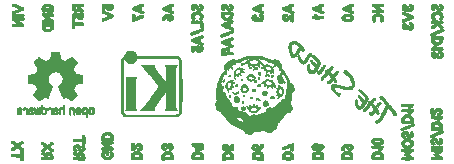
<source format=gbr>
G04 #@! TF.GenerationSoftware,KiCad,Pcbnew,5.1.5-52549c5~84~ubuntu18.04.1*
G04 #@! TF.CreationDate,2020-01-18T20:00:26-07:00*
G04 #@! TF.ProjectId,FeatherWing_KC5,46656174-6865-4725-9769-6e675f4b4335,rev?*
G04 #@! TF.SameCoordinates,Original*
G04 #@! TF.FileFunction,Legend,Bot*
G04 #@! TF.FilePolarity,Positive*
%FSLAX46Y46*%
G04 Gerber Fmt 4.6, Leading zero omitted, Abs format (unit mm)*
G04 Created by KiCad (PCBNEW 5.1.5-52549c5~84~ubuntu18.04.1) date 2020-01-18 20:00:26*
%MOMM*%
%LPD*%
G04 APERTURE LIST*
%ADD10C,0.010000*%
G04 APERTURE END LIST*
D10*
G36*
X124357336Y-97230738D02*
G01*
X124380723Y-97251542D01*
X124395782Y-97292034D01*
X124404331Y-97357619D01*
X124408192Y-97453700D01*
X124409185Y-97585681D01*
X124409200Y-97615177D01*
X124408439Y-97733812D01*
X124406337Y-97839076D01*
X124403164Y-97923010D01*
X124399189Y-97977659D01*
X124396352Y-97993585D01*
X124369379Y-98013825D01*
X124318752Y-98026002D01*
X124262701Y-98028205D01*
X124219455Y-98018523D01*
X124211645Y-98012955D01*
X124204288Y-97985877D01*
X124199183Y-97929396D01*
X124197534Y-97865266D01*
X124197534Y-97731688D01*
X123424950Y-97720150D01*
X123418214Y-97649975D01*
X123415750Y-97605512D01*
X123421615Y-97572445D01*
X123441089Y-97549093D01*
X123479452Y-97533770D01*
X123541984Y-97524793D01*
X123633964Y-97520479D01*
X123760672Y-97519144D01*
X123828741Y-97519066D01*
X124195599Y-97519066D01*
X124208117Y-97233316D01*
X124278291Y-97226580D01*
X124323799Y-97224219D01*
X124357336Y-97230738D01*
G37*
X124357336Y-97230738D02*
X124380723Y-97251542D01*
X124395782Y-97292034D01*
X124404331Y-97357619D01*
X124408192Y-97453700D01*
X124409185Y-97585681D01*
X124409200Y-97615177D01*
X124408439Y-97733812D01*
X124406337Y-97839076D01*
X124403164Y-97923010D01*
X124399189Y-97977659D01*
X124396352Y-97993585D01*
X124369379Y-98013825D01*
X124318752Y-98026002D01*
X124262701Y-98028205D01*
X124219455Y-98018523D01*
X124211645Y-98012955D01*
X124204288Y-97985877D01*
X124199183Y-97929396D01*
X124197534Y-97865266D01*
X124197534Y-97731688D01*
X123424950Y-97720150D01*
X123418214Y-97649975D01*
X123415750Y-97605512D01*
X123421615Y-97572445D01*
X123441089Y-97549093D01*
X123479452Y-97533770D01*
X123541984Y-97524793D01*
X123633964Y-97520479D01*
X123760672Y-97519144D01*
X123828741Y-97519066D01*
X124195599Y-97519066D01*
X124208117Y-97233316D01*
X124278291Y-97226580D01*
X124323799Y-97224219D01*
X124357336Y-97230738D01*
G36*
X126128484Y-97343686D02*
G01*
X126203818Y-97369107D01*
X126312093Y-97411785D01*
X126411888Y-97367641D01*
X126525377Y-97336546D01*
X126640547Y-97338253D01*
X126747704Y-97370049D01*
X126837159Y-97429219D01*
X126894025Y-97502691D01*
X126912308Y-97547670D01*
X126922488Y-97603969D01*
X126925769Y-97682428D01*
X126924086Y-97773066D01*
X126917450Y-97974150D01*
X126450414Y-97979836D01*
X126313864Y-97980860D01*
X126191744Y-97980561D01*
X126090338Y-97979052D01*
X126015930Y-97976450D01*
X125974803Y-97972870D01*
X125968872Y-97971016D01*
X125959361Y-97942057D01*
X125954521Y-97889280D01*
X125954367Y-97877636D01*
X125959630Y-97824070D01*
X125981009Y-97792431D01*
X126026884Y-97777258D01*
X126105638Y-97773088D01*
X126114848Y-97773066D01*
X126208367Y-97773066D01*
X126208367Y-97708175D01*
X126462367Y-97708175D01*
X126464570Y-97746585D01*
X126478464Y-97765738D01*
X126514971Y-97772332D01*
X126568200Y-97773066D01*
X126674034Y-97773066D01*
X126674034Y-97692633D01*
X126663893Y-97617615D01*
X126630732Y-97575537D01*
X126570439Y-97561464D01*
X126564712Y-97561400D01*
X126506763Y-97578992D01*
X126472504Y-97631256D01*
X126462367Y-97708175D01*
X126208367Y-97708175D01*
X126208367Y-97690163D01*
X126206555Y-97643586D01*
X126194782Y-97614894D01*
X126163538Y-97594360D01*
X126103316Y-97572256D01*
X126088171Y-97567195D01*
X126002720Y-97533696D01*
X125954773Y-97499874D01*
X125939842Y-97460046D01*
X125953439Y-97408530D01*
X125956921Y-97400987D01*
X125994472Y-97352517D01*
X126049951Y-97333637D01*
X126128484Y-97343686D01*
G37*
X126128484Y-97343686D02*
X126203818Y-97369107D01*
X126312093Y-97411785D01*
X126411888Y-97367641D01*
X126525377Y-97336546D01*
X126640547Y-97338253D01*
X126747704Y-97370049D01*
X126837159Y-97429219D01*
X126894025Y-97502691D01*
X126912308Y-97547670D01*
X126922488Y-97603969D01*
X126925769Y-97682428D01*
X126924086Y-97773066D01*
X126917450Y-97974150D01*
X126450414Y-97979836D01*
X126313864Y-97980860D01*
X126191744Y-97980561D01*
X126090338Y-97979052D01*
X126015930Y-97976450D01*
X125974803Y-97972870D01*
X125968872Y-97971016D01*
X125959361Y-97942057D01*
X125954521Y-97889280D01*
X125954367Y-97877636D01*
X125959630Y-97824070D01*
X125981009Y-97792431D01*
X126026884Y-97777258D01*
X126105638Y-97773088D01*
X126114848Y-97773066D01*
X126208367Y-97773066D01*
X126208367Y-97708175D01*
X126462367Y-97708175D01*
X126464570Y-97746585D01*
X126478464Y-97765738D01*
X126514971Y-97772332D01*
X126568200Y-97773066D01*
X126674034Y-97773066D01*
X126674034Y-97692633D01*
X126663893Y-97617615D01*
X126630732Y-97575537D01*
X126570439Y-97561464D01*
X126564712Y-97561400D01*
X126506763Y-97578992D01*
X126472504Y-97631256D01*
X126462367Y-97708175D01*
X126208367Y-97708175D01*
X126208367Y-97690163D01*
X126206555Y-97643586D01*
X126194782Y-97614894D01*
X126163538Y-97594360D01*
X126103316Y-97572256D01*
X126088171Y-97567195D01*
X126002720Y-97533696D01*
X125954773Y-97499874D01*
X125939842Y-97460046D01*
X125953439Y-97408530D01*
X125956921Y-97400987D01*
X125994472Y-97352517D01*
X126049951Y-97333637D01*
X126128484Y-97343686D01*
G36*
X128778960Y-97333051D02*
G01*
X128862598Y-97357962D01*
X128896685Y-97370959D01*
X128960572Y-97394581D01*
X129001809Y-97402250D01*
X129036722Y-97394540D01*
X129072094Y-97377138D01*
X129146294Y-97352412D01*
X129244555Y-97340661D01*
X129266950Y-97340145D01*
X129395410Y-97354729D01*
X129496345Y-97400788D01*
X129571438Y-97479153D01*
X129581740Y-97495724D01*
X129607289Y-97563076D01*
X129625272Y-97655550D01*
X129634310Y-97757074D01*
X129633024Y-97851577D01*
X129620033Y-97922989D01*
X129618721Y-97926525D01*
X129596081Y-97984733D01*
X129133419Y-97984733D01*
X128997547Y-97984114D01*
X128876156Y-97982382D01*
X128775557Y-97979724D01*
X128702060Y-97976325D01*
X128661974Y-97972374D01*
X128656645Y-97970622D01*
X128644322Y-97935329D01*
X128643673Y-97880505D01*
X128653336Y-97826898D01*
X128667934Y-97798466D01*
X128703062Y-97783368D01*
X128762880Y-97774270D01*
X128794934Y-97773066D01*
X128896534Y-97773066D01*
X128896534Y-97703028D01*
X129150534Y-97703028D01*
X129152346Y-97744315D01*
X129165031Y-97765006D01*
X129199459Y-97772218D01*
X129257527Y-97773066D01*
X129364520Y-97773066D01*
X129358068Y-97672525D01*
X129352361Y-97611692D01*
X129339581Y-97581159D01*
X129310846Y-97568930D01*
X129278468Y-97565025D01*
X129209789Y-97572641D01*
X129167745Y-97612150D01*
X129150975Y-97685019D01*
X129150534Y-97703028D01*
X128896534Y-97703028D01*
X128896534Y-97690101D01*
X128894480Y-97641982D01*
X128881682Y-97613152D01*
X128848183Y-97592957D01*
X128785409Y-97571190D01*
X128698480Y-97539777D01*
X128647959Y-97510478D01*
X128628757Y-97477036D01*
X128635783Y-97433194D01*
X128648655Y-97403066D01*
X128680037Y-97354561D01*
X128720789Y-97331570D01*
X128778960Y-97333051D01*
G37*
X128778960Y-97333051D02*
X128862598Y-97357962D01*
X128896685Y-97370959D01*
X128960572Y-97394581D01*
X129001809Y-97402250D01*
X129036722Y-97394540D01*
X129072094Y-97377138D01*
X129146294Y-97352412D01*
X129244555Y-97340661D01*
X129266950Y-97340145D01*
X129395410Y-97354729D01*
X129496345Y-97400788D01*
X129571438Y-97479153D01*
X129581740Y-97495724D01*
X129607289Y-97563076D01*
X129625272Y-97655550D01*
X129634310Y-97757074D01*
X129633024Y-97851577D01*
X129620033Y-97922989D01*
X129618721Y-97926525D01*
X129596081Y-97984733D01*
X129133419Y-97984733D01*
X128997547Y-97984114D01*
X128876156Y-97982382D01*
X128775557Y-97979724D01*
X128702060Y-97976325D01*
X128661974Y-97972374D01*
X128656645Y-97970622D01*
X128644322Y-97935329D01*
X128643673Y-97880505D01*
X128653336Y-97826898D01*
X128667934Y-97798466D01*
X128703062Y-97783368D01*
X128762880Y-97774270D01*
X128794934Y-97773066D01*
X128896534Y-97773066D01*
X128896534Y-97703028D01*
X129150534Y-97703028D01*
X129152346Y-97744315D01*
X129165031Y-97765006D01*
X129199459Y-97772218D01*
X129257527Y-97773066D01*
X129364520Y-97773066D01*
X129358068Y-97672525D01*
X129352361Y-97611692D01*
X129339581Y-97581159D01*
X129310846Y-97568930D01*
X129278468Y-97565025D01*
X129209789Y-97572641D01*
X129167745Y-97612150D01*
X129150975Y-97685019D01*
X129150534Y-97703028D01*
X128896534Y-97703028D01*
X128896534Y-97690101D01*
X128894480Y-97641982D01*
X128881682Y-97613152D01*
X128848183Y-97592957D01*
X128785409Y-97571190D01*
X128698480Y-97539777D01*
X128647959Y-97510478D01*
X128628757Y-97477036D01*
X128635783Y-97433194D01*
X128648655Y-97403066D01*
X128680037Y-97354561D01*
X128720789Y-97331570D01*
X128778960Y-97333051D01*
G36*
X131494154Y-97245335D02*
G01*
X131568146Y-97252971D01*
X131613637Y-97271804D01*
X131637537Y-97306828D01*
X131646752Y-97363038D01*
X131648200Y-97434400D01*
X131642434Y-97528106D01*
X131622610Y-97586945D01*
X131584937Y-97617121D01*
X131531784Y-97624900D01*
X131464434Y-97609124D01*
X131425599Y-97562146D01*
X131415367Y-97499291D01*
X131405966Y-97467439D01*
X131370276Y-97456117D01*
X131351867Y-97455566D01*
X131305414Y-97462114D01*
X131287670Y-97487730D01*
X131285929Y-97503191D01*
X131291468Y-97600113D01*
X131323686Y-97670836D01*
X131388544Y-97726080D01*
X131419557Y-97743483D01*
X131510103Y-97770120D01*
X131602836Y-97763864D01*
X131686290Y-97728304D01*
X131749000Y-97667031D01*
X131766210Y-97634935D01*
X131783682Y-97586311D01*
X131785047Y-97547748D01*
X131768593Y-97501036D01*
X131750010Y-97462632D01*
X131701990Y-97366483D01*
X131760942Y-97315774D01*
X131829048Y-97273565D01*
X131889807Y-97271901D01*
X131945115Y-97311375D01*
X131994973Y-97388780D01*
X132034475Y-97496204D01*
X132038513Y-97598468D01*
X132027851Y-97652151D01*
X131975172Y-97773206D01*
X131890585Y-97869682D01*
X131778687Y-97938440D01*
X131644072Y-97976342D01*
X131543503Y-97982914D01*
X131460569Y-97979158D01*
X131386094Y-97971256D01*
X131344112Y-97962919D01*
X131259822Y-97924811D01*
X131173656Y-97865519D01*
X131102746Y-97797815D01*
X131078385Y-97764832D01*
X131031475Y-97650592D01*
X131022081Y-97529214D01*
X131049475Y-97410926D01*
X131110888Y-97308362D01*
X131136498Y-97279530D01*
X131161284Y-97260905D01*
X131194721Y-97250257D01*
X131246283Y-97245356D01*
X131325447Y-97243970D01*
X131384754Y-97243900D01*
X131494154Y-97245335D01*
G37*
X131494154Y-97245335D02*
X131568146Y-97252971D01*
X131613637Y-97271804D01*
X131637537Y-97306828D01*
X131646752Y-97363038D01*
X131648200Y-97434400D01*
X131642434Y-97528106D01*
X131622610Y-97586945D01*
X131584937Y-97617121D01*
X131531784Y-97624900D01*
X131464434Y-97609124D01*
X131425599Y-97562146D01*
X131415367Y-97499291D01*
X131405966Y-97467439D01*
X131370276Y-97456117D01*
X131351867Y-97455566D01*
X131305414Y-97462114D01*
X131287670Y-97487730D01*
X131285929Y-97503191D01*
X131291468Y-97600113D01*
X131323686Y-97670836D01*
X131388544Y-97726080D01*
X131419557Y-97743483D01*
X131510103Y-97770120D01*
X131602836Y-97763864D01*
X131686290Y-97728304D01*
X131749000Y-97667031D01*
X131766210Y-97634935D01*
X131783682Y-97586311D01*
X131785047Y-97547748D01*
X131768593Y-97501036D01*
X131750010Y-97462632D01*
X131701990Y-97366483D01*
X131760942Y-97315774D01*
X131829048Y-97273565D01*
X131889807Y-97271901D01*
X131945115Y-97311375D01*
X131994973Y-97388780D01*
X132034475Y-97496204D01*
X132038513Y-97598468D01*
X132027851Y-97652151D01*
X131975172Y-97773206D01*
X131890585Y-97869682D01*
X131778687Y-97938440D01*
X131644072Y-97976342D01*
X131543503Y-97982914D01*
X131460569Y-97979158D01*
X131386094Y-97971256D01*
X131344112Y-97962919D01*
X131259822Y-97924811D01*
X131173656Y-97865519D01*
X131102746Y-97797815D01*
X131078385Y-97764832D01*
X131031475Y-97650592D01*
X131022081Y-97529214D01*
X131049475Y-97410926D01*
X131110888Y-97308362D01*
X131136498Y-97279530D01*
X131161284Y-97260905D01*
X131194721Y-97250257D01*
X131246283Y-97245356D01*
X131325447Y-97243970D01*
X131384754Y-97243900D01*
X131494154Y-97245335D01*
G36*
X134233577Y-97286556D02*
G01*
X134283528Y-97308405D01*
X134357818Y-97356233D01*
X134427484Y-97416305D01*
X134450321Y-97441496D01*
X134484328Y-97488268D01*
X134505727Y-97534591D01*
X134518718Y-97594088D01*
X134527504Y-97680380D01*
X134528640Y-97695401D01*
X134532999Y-97783691D01*
X134533020Y-97861482D01*
X134528785Y-97914486D01*
X134527336Y-97921233D01*
X134513263Y-97974150D01*
X134043307Y-97979847D01*
X133887819Y-97981378D01*
X133769598Y-97981527D01*
X133683587Y-97980021D01*
X133624735Y-97976590D01*
X133587988Y-97970960D01*
X133568291Y-97962861D01*
X133561214Y-97953919D01*
X133556632Y-97919727D01*
X133554510Y-97854580D01*
X133555084Y-97769797D01*
X133556431Y-97724267D01*
X133557747Y-97697591D01*
X133807200Y-97697591D01*
X133807200Y-97773066D01*
X134272867Y-97773066D01*
X134272867Y-97697591D01*
X134260722Y-97608303D01*
X134220743Y-97545339D01*
X134167457Y-97508702D01*
X134081295Y-97482419D01*
X133990142Y-97483849D01*
X133906813Y-97510241D01*
X133844123Y-97558841D01*
X133828994Y-97581394D01*
X133813957Y-97630461D01*
X133807226Y-97693877D01*
X133807200Y-97697591D01*
X133557747Y-97697591D01*
X133561189Y-97627856D01*
X133568773Y-97562034D01*
X133582029Y-97515060D01*
X133603802Y-97475190D01*
X133623304Y-97448262D01*
X133716335Y-97359356D01*
X133834071Y-97296573D01*
X133966319Y-97262073D01*
X134102885Y-97258014D01*
X134233577Y-97286556D01*
G37*
X134233577Y-97286556D02*
X134283528Y-97308405D01*
X134357818Y-97356233D01*
X134427484Y-97416305D01*
X134450321Y-97441496D01*
X134484328Y-97488268D01*
X134505727Y-97534591D01*
X134518718Y-97594088D01*
X134527504Y-97680380D01*
X134528640Y-97695401D01*
X134532999Y-97783691D01*
X134533020Y-97861482D01*
X134528785Y-97914486D01*
X134527336Y-97921233D01*
X134513263Y-97974150D01*
X134043307Y-97979847D01*
X133887819Y-97981378D01*
X133769598Y-97981527D01*
X133683587Y-97980021D01*
X133624735Y-97976590D01*
X133587988Y-97970960D01*
X133568291Y-97962861D01*
X133561214Y-97953919D01*
X133556632Y-97919727D01*
X133554510Y-97854580D01*
X133555084Y-97769797D01*
X133556431Y-97724267D01*
X133557747Y-97697591D01*
X133807200Y-97697591D01*
X133807200Y-97773066D01*
X134272867Y-97773066D01*
X134272867Y-97697591D01*
X134260722Y-97608303D01*
X134220743Y-97545339D01*
X134167457Y-97508702D01*
X134081295Y-97482419D01*
X133990142Y-97483849D01*
X133906813Y-97510241D01*
X133844123Y-97558841D01*
X133828994Y-97581394D01*
X133813957Y-97630461D01*
X133807226Y-97693877D01*
X133807200Y-97697591D01*
X133557747Y-97697591D01*
X133561189Y-97627856D01*
X133568773Y-97562034D01*
X133582029Y-97515060D01*
X133603802Y-97475190D01*
X133623304Y-97448262D01*
X133716335Y-97359356D01*
X133834071Y-97296573D01*
X133966319Y-97262073D01*
X134102885Y-97258014D01*
X134233577Y-97286556D01*
G36*
X136726758Y-97263793D02*
G01*
X136854041Y-97302341D01*
X136937744Y-97350628D01*
X137014697Y-97417827D01*
X137065940Y-97493631D01*
X137094993Y-97587070D01*
X137105374Y-97707174D01*
X137104694Y-97779053D01*
X137098617Y-97974150D01*
X136627289Y-97979847D01*
X136155961Y-97985545D01*
X136133053Y-97926930D01*
X136121829Y-97867550D01*
X136119729Y-97782228D01*
X136125399Y-97689580D01*
X136389534Y-97689580D01*
X136389534Y-97773066D01*
X136855200Y-97773066D01*
X136855200Y-97691490D01*
X136836896Y-97601964D01*
X136785825Y-97534068D01*
X136707750Y-97491894D01*
X136608433Y-97479534D01*
X136563009Y-97484019D01*
X136476835Y-97516745D01*
X136417599Y-97579566D01*
X136390619Y-97666183D01*
X136389534Y-97689580D01*
X136125399Y-97689580D01*
X136125613Y-97686089D01*
X136138340Y-97594262D01*
X136156769Y-97521873D01*
X136165056Y-97502559D01*
X136239492Y-97402766D01*
X136341262Y-97327345D01*
X136461986Y-97277943D01*
X136593278Y-97256210D01*
X136726758Y-97263793D01*
G37*
X136726758Y-97263793D02*
X136854041Y-97302341D01*
X136937744Y-97350628D01*
X137014697Y-97417827D01*
X137065940Y-97493631D01*
X137094993Y-97587070D01*
X137105374Y-97707174D01*
X137104694Y-97779053D01*
X137098617Y-97974150D01*
X136627289Y-97979847D01*
X136155961Y-97985545D01*
X136133053Y-97926930D01*
X136121829Y-97867550D01*
X136119729Y-97782228D01*
X136125399Y-97689580D01*
X136389534Y-97689580D01*
X136389534Y-97773066D01*
X136855200Y-97773066D01*
X136855200Y-97691490D01*
X136836896Y-97601964D01*
X136785825Y-97534068D01*
X136707750Y-97491894D01*
X136608433Y-97479534D01*
X136563009Y-97484019D01*
X136476835Y-97516745D01*
X136417599Y-97579566D01*
X136390619Y-97666183D01*
X136389534Y-97689580D01*
X136125399Y-97689580D01*
X136125613Y-97686089D01*
X136138340Y-97594262D01*
X136156769Y-97521873D01*
X136165056Y-97502559D01*
X136239492Y-97402766D01*
X136341262Y-97327345D01*
X136461986Y-97277943D01*
X136593278Y-97256210D01*
X136726758Y-97263793D01*
G36*
X139316891Y-97272319D02*
G01*
X139441860Y-97320007D01*
X139489298Y-97348940D01*
X139571314Y-97418862D01*
X139626064Y-97500884D01*
X139656793Y-97603048D01*
X139666744Y-97733399D01*
X139665930Y-97786807D01*
X139659784Y-97974150D01*
X139189785Y-97979844D01*
X139036871Y-97981521D01*
X138920856Y-97982096D01*
X138836311Y-97981174D01*
X138777809Y-97978363D01*
X138739922Y-97973269D01*
X138717220Y-97965499D01*
X138704276Y-97954660D01*
X138697660Y-97944193D01*
X138683583Y-97892549D01*
X138676959Y-97813984D01*
X138677334Y-97773066D01*
X138923960Y-97773066D01*
X139416367Y-97773066D01*
X139416367Y-97696866D01*
X139406817Y-97635053D01*
X139372534Y-97579043D01*
X139344400Y-97548700D01*
X139290753Y-97502297D01*
X139239842Y-97481374D01*
X139175401Y-97476733D01*
X139074860Y-97494786D01*
X138997929Y-97546326D01*
X138949169Y-97627418D01*
X138936023Y-97683108D01*
X138923960Y-97773066D01*
X138677334Y-97773066D01*
X138677791Y-97723250D01*
X138686078Y-97635097D01*
X138697632Y-97577932D01*
X138748845Y-97467095D01*
X138830579Y-97377407D01*
X138935540Y-97310976D01*
X139056440Y-97269912D01*
X139185987Y-97256323D01*
X139316891Y-97272319D01*
G37*
X139316891Y-97272319D02*
X139441860Y-97320007D01*
X139489298Y-97348940D01*
X139571314Y-97418862D01*
X139626064Y-97500884D01*
X139656793Y-97603048D01*
X139666744Y-97733399D01*
X139665930Y-97786807D01*
X139659784Y-97974150D01*
X139189785Y-97979844D01*
X139036871Y-97981521D01*
X138920856Y-97982096D01*
X138836311Y-97981174D01*
X138777809Y-97978363D01*
X138739922Y-97973269D01*
X138717220Y-97965499D01*
X138704276Y-97954660D01*
X138697660Y-97944193D01*
X138683583Y-97892549D01*
X138676959Y-97813984D01*
X138677334Y-97773066D01*
X138923960Y-97773066D01*
X139416367Y-97773066D01*
X139416367Y-97696866D01*
X139406817Y-97635053D01*
X139372534Y-97579043D01*
X139344400Y-97548700D01*
X139290753Y-97502297D01*
X139239842Y-97481374D01*
X139175401Y-97476733D01*
X139074860Y-97494786D01*
X138997929Y-97546326D01*
X138949169Y-97627418D01*
X138936023Y-97683108D01*
X138923960Y-97773066D01*
X138677334Y-97773066D01*
X138677791Y-97723250D01*
X138686078Y-97635097D01*
X138697632Y-97577932D01*
X138748845Y-97467095D01*
X138830579Y-97377407D01*
X138935540Y-97310976D01*
X139056440Y-97269912D01*
X139185987Y-97256323D01*
X139316891Y-97272319D01*
G36*
X141744700Y-97259882D02*
G01*
X141899144Y-97276730D01*
X142026872Y-97325919D01*
X142127331Y-97407153D01*
X142190181Y-97499821D01*
X142211503Y-97549546D01*
X142223683Y-97603377D01*
X142228369Y-97673786D01*
X142227204Y-97773247D01*
X142227027Y-97779053D01*
X142220950Y-97974150D01*
X141749622Y-97979847D01*
X141278294Y-97985545D01*
X141255388Y-97926930D01*
X141243421Y-97865029D01*
X141241148Y-97777605D01*
X141241439Y-97773066D01*
X141485161Y-97773066D01*
X141977534Y-97773066D01*
X141976860Y-97693691D01*
X141957626Y-97605127D01*
X141906687Y-97536456D01*
X141831722Y-97492043D01*
X141740410Y-97476253D01*
X141640429Y-97493451D01*
X141630768Y-97496955D01*
X141565000Y-97543591D01*
X141517610Y-97622553D01*
X141497547Y-97696744D01*
X141485161Y-97773066D01*
X141241439Y-97773066D01*
X141247421Y-97680055D01*
X141261090Y-97587776D01*
X141281005Y-97516167D01*
X141287038Y-97502887D01*
X141362535Y-97401407D01*
X141468108Y-97324816D01*
X141597361Y-97276508D01*
X141743900Y-97259880D01*
X141744700Y-97259882D01*
G37*
X141744700Y-97259882D02*
X141899144Y-97276730D01*
X142026872Y-97325919D01*
X142127331Y-97407153D01*
X142190181Y-97499821D01*
X142211503Y-97549546D01*
X142223683Y-97603377D01*
X142228369Y-97673786D01*
X142227204Y-97773247D01*
X142227027Y-97779053D01*
X142220950Y-97974150D01*
X141749622Y-97979847D01*
X141278294Y-97985545D01*
X141255388Y-97926930D01*
X141243421Y-97865029D01*
X141241148Y-97777605D01*
X141241439Y-97773066D01*
X141485161Y-97773066D01*
X141977534Y-97773066D01*
X141976860Y-97693691D01*
X141957626Y-97605127D01*
X141906687Y-97536456D01*
X141831722Y-97492043D01*
X141740410Y-97476253D01*
X141640429Y-97493451D01*
X141630768Y-97496955D01*
X141565000Y-97543591D01*
X141517610Y-97622553D01*
X141497547Y-97696744D01*
X141485161Y-97773066D01*
X141241439Y-97773066D01*
X141247421Y-97680055D01*
X141261090Y-97587776D01*
X141281005Y-97516167D01*
X141287038Y-97502887D01*
X141362535Y-97401407D01*
X141468108Y-97324816D01*
X141597361Y-97276508D01*
X141743900Y-97259880D01*
X141744700Y-97259882D01*
G36*
X144404735Y-97268041D02*
G01*
X144535544Y-97319851D01*
X144630548Y-97389361D01*
X144679713Y-97442918D01*
X144718464Y-97498380D01*
X144720723Y-97502559D01*
X144741001Y-97563292D01*
X144756067Y-97649274D01*
X144764771Y-97745391D01*
X144765961Y-97836531D01*
X144758488Y-97907584D01*
X144753001Y-97926525D01*
X144730248Y-97984733D01*
X144267585Y-97984733D01*
X144131713Y-97984114D01*
X144010323Y-97982382D01*
X143909724Y-97979724D01*
X143836227Y-97976325D01*
X143796140Y-97972374D01*
X143790811Y-97970622D01*
X143784613Y-97944479D01*
X143779884Y-97886352D01*
X143777314Y-97806584D01*
X143777104Y-97773066D01*
X144030700Y-97773066D01*
X144496367Y-97773066D01*
X144496367Y-97697591D01*
X144484222Y-97608303D01*
X144444243Y-97545339D01*
X144390957Y-97508702D01*
X144296084Y-97478593D01*
X144204824Y-97482661D01*
X144125319Y-97516721D01*
X144065706Y-97576587D01*
X144034127Y-97658075D01*
X144031171Y-97693691D01*
X144030700Y-97773066D01*
X143777104Y-97773066D01*
X143777048Y-97764247D01*
X143783750Y-97630248D01*
X143806224Y-97527923D01*
X143848857Y-97448174D01*
X143916034Y-97381902D01*
X143983072Y-97336817D01*
X144121464Y-97275953D01*
X144264363Y-97253218D01*
X144404735Y-97268041D01*
G37*
X144404735Y-97268041D02*
X144535544Y-97319851D01*
X144630548Y-97389361D01*
X144679713Y-97442918D01*
X144718464Y-97498380D01*
X144720723Y-97502559D01*
X144741001Y-97563292D01*
X144756067Y-97649274D01*
X144764771Y-97745391D01*
X144765961Y-97836531D01*
X144758488Y-97907584D01*
X144753001Y-97926525D01*
X144730248Y-97984733D01*
X144267585Y-97984733D01*
X144131713Y-97984114D01*
X144010323Y-97982382D01*
X143909724Y-97979724D01*
X143836227Y-97976325D01*
X143796140Y-97972374D01*
X143790811Y-97970622D01*
X143784613Y-97944479D01*
X143779884Y-97886352D01*
X143777314Y-97806584D01*
X143777104Y-97773066D01*
X144030700Y-97773066D01*
X144496367Y-97773066D01*
X144496367Y-97697591D01*
X144484222Y-97608303D01*
X144444243Y-97545339D01*
X144390957Y-97508702D01*
X144296084Y-97478593D01*
X144204824Y-97482661D01*
X144125319Y-97516721D01*
X144065706Y-97576587D01*
X144034127Y-97658075D01*
X144031171Y-97693691D01*
X144030700Y-97773066D01*
X143777104Y-97773066D01*
X143777048Y-97764247D01*
X143783750Y-97630248D01*
X143806224Y-97527923D01*
X143848857Y-97448174D01*
X143916034Y-97381902D01*
X143983072Y-97336817D01*
X144121464Y-97275953D01*
X144264363Y-97253218D01*
X144404735Y-97268041D01*
G36*
X146977768Y-97279688D02*
G01*
X147100530Y-97335624D01*
X147192363Y-97412971D01*
X147256304Y-97502346D01*
X147294488Y-97605040D01*
X147310434Y-97731898D01*
X147311415Y-97779749D01*
X147311624Y-97844013D01*
X147308804Y-97893245D01*
X147297992Y-97929441D01*
X147274225Y-97954600D01*
X147232542Y-97970719D01*
X147167981Y-97979795D01*
X147075579Y-97983824D01*
X146950373Y-97984806D01*
X146802124Y-97984733D01*
X146646865Y-97984345D01*
X146528921Y-97982963D01*
X146443280Y-97980258D01*
X146384930Y-97975899D01*
X146348858Y-97969559D01*
X146330051Y-97960906D01*
X146324499Y-97953359D01*
X146319869Y-97918927D01*
X146317853Y-97853978D01*
X146318701Y-97770264D01*
X146319872Y-97734803D01*
X146322192Y-97710562D01*
X146570700Y-97710562D01*
X146570700Y-97773066D01*
X147062944Y-97773066D01*
X147048768Y-97683108D01*
X147016281Y-97586719D01*
X146954268Y-97520608D01*
X146863254Y-97485295D01*
X146846084Y-97482544D01*
X146742478Y-97486024D01*
X146658585Y-97523333D01*
X146599968Y-97589863D01*
X146572193Y-97681007D01*
X146570700Y-97710562D01*
X146322192Y-97710562D01*
X146332780Y-97599947D01*
X146362573Y-97497241D01*
X146414117Y-97418244D01*
X146492276Y-97354516D01*
X146560881Y-97316682D01*
X146699840Y-97268981D01*
X146841504Y-97257062D01*
X146977768Y-97279688D01*
G37*
X146977768Y-97279688D02*
X147100530Y-97335624D01*
X147192363Y-97412971D01*
X147256304Y-97502346D01*
X147294488Y-97605040D01*
X147310434Y-97731898D01*
X147311415Y-97779749D01*
X147311624Y-97844013D01*
X147308804Y-97893245D01*
X147297992Y-97929441D01*
X147274225Y-97954600D01*
X147232542Y-97970719D01*
X147167981Y-97979795D01*
X147075579Y-97983824D01*
X146950373Y-97984806D01*
X146802124Y-97984733D01*
X146646865Y-97984345D01*
X146528921Y-97982963D01*
X146443280Y-97980258D01*
X146384930Y-97975899D01*
X146348858Y-97969559D01*
X146330051Y-97960906D01*
X146324499Y-97953359D01*
X146319869Y-97918927D01*
X146317853Y-97853978D01*
X146318701Y-97770264D01*
X146319872Y-97734803D01*
X146322192Y-97710562D01*
X146570700Y-97710562D01*
X146570700Y-97773066D01*
X147062944Y-97773066D01*
X147048768Y-97683108D01*
X147016281Y-97586719D01*
X146954268Y-97520608D01*
X146863254Y-97485295D01*
X146846084Y-97482544D01*
X146742478Y-97486024D01*
X146658585Y-97523333D01*
X146599968Y-97589863D01*
X146572193Y-97681007D01*
X146570700Y-97710562D01*
X146322192Y-97710562D01*
X146332780Y-97599947D01*
X146362573Y-97497241D01*
X146414117Y-97418244D01*
X146492276Y-97354516D01*
X146560881Y-97316682D01*
X146699840Y-97268981D01*
X146841504Y-97257062D01*
X146977768Y-97279688D01*
G36*
X149501320Y-97273860D02*
G01*
X149618418Y-97319872D01*
X149705182Y-97378917D01*
X149773910Y-97447844D01*
X149785752Y-97464221D01*
X149811293Y-97506486D01*
X149827493Y-97547464D01*
X149836443Y-97598377D01*
X149840230Y-97670451D01*
X149840950Y-97760843D01*
X149840950Y-97974150D01*
X149370952Y-97979844D01*
X149218038Y-97981521D01*
X149102022Y-97982096D01*
X149017478Y-97981174D01*
X148958976Y-97978363D01*
X148921088Y-97973269D01*
X148898387Y-97965499D01*
X148885443Y-97954660D01*
X148878827Y-97944193D01*
X148864692Y-97892352D01*
X148858101Y-97813566D01*
X148858518Y-97773066D01*
X149105126Y-97773066D01*
X149597534Y-97773066D01*
X149597534Y-97696866D01*
X149587983Y-97635053D01*
X149553701Y-97579043D01*
X149525567Y-97548700D01*
X149471920Y-97502297D01*
X149421008Y-97481374D01*
X149356567Y-97476733D01*
X149256027Y-97494786D01*
X149179096Y-97546326D01*
X149130336Y-97627418D01*
X149117190Y-97683108D01*
X149105126Y-97773066D01*
X148858518Y-97773066D01*
X148859040Y-97722544D01*
X148867497Y-97633994D01*
X148879140Y-97576696D01*
X148930154Y-97467063D01*
X149012197Y-97377636D01*
X149117802Y-97311008D01*
X149239503Y-97269773D01*
X149369831Y-97256526D01*
X149501320Y-97273860D01*
G37*
X149501320Y-97273860D02*
X149618418Y-97319872D01*
X149705182Y-97378917D01*
X149773910Y-97447844D01*
X149785752Y-97464221D01*
X149811293Y-97506486D01*
X149827493Y-97547464D01*
X149836443Y-97598377D01*
X149840230Y-97670451D01*
X149840950Y-97760843D01*
X149840950Y-97974150D01*
X149370952Y-97979844D01*
X149218038Y-97981521D01*
X149102022Y-97982096D01*
X149017478Y-97981174D01*
X148958976Y-97978363D01*
X148921088Y-97973269D01*
X148898387Y-97965499D01*
X148885443Y-97954660D01*
X148878827Y-97944193D01*
X148864692Y-97892352D01*
X148858101Y-97813566D01*
X148858518Y-97773066D01*
X149105126Y-97773066D01*
X149597534Y-97773066D01*
X149597534Y-97696866D01*
X149587983Y-97635053D01*
X149553701Y-97579043D01*
X149525567Y-97548700D01*
X149471920Y-97502297D01*
X149421008Y-97481374D01*
X149356567Y-97476733D01*
X149256027Y-97494786D01*
X149179096Y-97546326D01*
X149130336Y-97627418D01*
X149117190Y-97683108D01*
X149105126Y-97773066D01*
X148858518Y-97773066D01*
X148859040Y-97722544D01*
X148867497Y-97633994D01*
X148879140Y-97576696D01*
X148930154Y-97467063D01*
X149012197Y-97377636D01*
X149117802Y-97311008D01*
X149239503Y-97269773D01*
X149369831Y-97256526D01*
X149501320Y-97273860D01*
G36*
X151919367Y-97260855D02*
G01*
X152050202Y-97295088D01*
X152168171Y-97361160D01*
X152251693Y-97441680D01*
X152280873Y-97479430D01*
X152299824Y-97513057D01*
X152310752Y-97552856D01*
X152315864Y-97609117D01*
X152317364Y-97692135D01*
X152317450Y-97748502D01*
X152317450Y-97974150D01*
X151845983Y-97979847D01*
X151690222Y-97981377D01*
X151571734Y-97981530D01*
X151485473Y-97980035D01*
X151426395Y-97976623D01*
X151389454Y-97971022D01*
X151369605Y-97962962D01*
X151362381Y-97953919D01*
X151357813Y-97919780D01*
X151355684Y-97854620D01*
X151356225Y-97769693D01*
X151357597Y-97722597D01*
X151358768Y-97697591D01*
X151608367Y-97697591D01*
X151608367Y-97773066D01*
X152074034Y-97773066D01*
X152074034Y-97697591D01*
X152061888Y-97608303D01*
X152021910Y-97545339D01*
X151968624Y-97508702D01*
X151882461Y-97482419D01*
X151791308Y-97483849D01*
X151707979Y-97510241D01*
X151645289Y-97558841D01*
X151630161Y-97581394D01*
X151615124Y-97630461D01*
X151608392Y-97693877D01*
X151608367Y-97697591D01*
X151358768Y-97697591D01*
X151362068Y-97627137D01*
X151369040Y-97562394D01*
X151381527Y-97516752D01*
X151402538Y-97478599D01*
X151430298Y-97442209D01*
X151531130Y-97349138D01*
X151651683Y-97287885D01*
X151783811Y-97258456D01*
X151919367Y-97260855D01*
G37*
X151919367Y-97260855D02*
X152050202Y-97295088D01*
X152168171Y-97361160D01*
X152251693Y-97441680D01*
X152280873Y-97479430D01*
X152299824Y-97513057D01*
X152310752Y-97552856D01*
X152315864Y-97609117D01*
X152317364Y-97692135D01*
X152317450Y-97748502D01*
X152317450Y-97974150D01*
X151845983Y-97979847D01*
X151690222Y-97981377D01*
X151571734Y-97981530D01*
X151485473Y-97980035D01*
X151426395Y-97976623D01*
X151389454Y-97971022D01*
X151369605Y-97962962D01*
X151362381Y-97953919D01*
X151357813Y-97919780D01*
X151355684Y-97854620D01*
X151356225Y-97769693D01*
X151357597Y-97722597D01*
X151358768Y-97697591D01*
X151608367Y-97697591D01*
X151608367Y-97773066D01*
X152074034Y-97773066D01*
X152074034Y-97697591D01*
X152061888Y-97608303D01*
X152021910Y-97545339D01*
X151968624Y-97508702D01*
X151882461Y-97482419D01*
X151791308Y-97483849D01*
X151707979Y-97510241D01*
X151645289Y-97558841D01*
X151630161Y-97581394D01*
X151615124Y-97630461D01*
X151608392Y-97693877D01*
X151608367Y-97697591D01*
X151358768Y-97697591D01*
X151362068Y-97627137D01*
X151369040Y-97562394D01*
X151381527Y-97516752D01*
X151402538Y-97478599D01*
X151430298Y-97442209D01*
X151531130Y-97349138D01*
X151651683Y-97287885D01*
X151783811Y-97258456D01*
X151919367Y-97260855D01*
G36*
X154533243Y-97268039D02*
G01*
X154651048Y-97305113D01*
X154755461Y-97369100D01*
X154839476Y-97460586D01*
X154863428Y-97500463D01*
X154887291Y-97551668D01*
X154901132Y-97602351D01*
X154906921Y-97665629D01*
X154906623Y-97754616D01*
X154905807Y-97783071D01*
X154899784Y-97974150D01*
X154429785Y-97979844D01*
X154276871Y-97981521D01*
X154160856Y-97982096D01*
X154076311Y-97981174D01*
X154017809Y-97978363D01*
X153979922Y-97973269D01*
X153957220Y-97965499D01*
X153944276Y-97954660D01*
X153937660Y-97944193D01*
X153923583Y-97892549D01*
X153916959Y-97813984D01*
X153917334Y-97773066D01*
X154163960Y-97773066D01*
X154656367Y-97773066D01*
X154656367Y-97696866D01*
X154646817Y-97635053D01*
X154612534Y-97579043D01*
X154584400Y-97548700D01*
X154530753Y-97502297D01*
X154479842Y-97481374D01*
X154415401Y-97476733D01*
X154314860Y-97494786D01*
X154237929Y-97546326D01*
X154189169Y-97627418D01*
X154176023Y-97683108D01*
X154163960Y-97773066D01*
X153917334Y-97773066D01*
X153917791Y-97723250D01*
X153926078Y-97635097D01*
X153937632Y-97577932D01*
X153988620Y-97465842D01*
X154068265Y-97377147D01*
X154169557Y-97312432D01*
X154285489Y-97272285D01*
X154409054Y-97257292D01*
X154533243Y-97268039D01*
G37*
X154533243Y-97268039D02*
X154651048Y-97305113D01*
X154755461Y-97369100D01*
X154839476Y-97460586D01*
X154863428Y-97500463D01*
X154887291Y-97551668D01*
X154901132Y-97602351D01*
X154906921Y-97665629D01*
X154906623Y-97754616D01*
X154905807Y-97783071D01*
X154899784Y-97974150D01*
X154429785Y-97979844D01*
X154276871Y-97981521D01*
X154160856Y-97982096D01*
X154076311Y-97981174D01*
X154017809Y-97978363D01*
X153979922Y-97973269D01*
X153957220Y-97965499D01*
X153944276Y-97954660D01*
X153937660Y-97944193D01*
X153923583Y-97892549D01*
X153916959Y-97813984D01*
X153917334Y-97773066D01*
X154163960Y-97773066D01*
X154656367Y-97773066D01*
X154656367Y-97696866D01*
X154646817Y-97635053D01*
X154612534Y-97579043D01*
X154584400Y-97548700D01*
X154530753Y-97502297D01*
X154479842Y-97481374D01*
X154415401Y-97476733D01*
X154314860Y-97494786D01*
X154237929Y-97546326D01*
X154189169Y-97627418D01*
X154176023Y-97683108D01*
X154163960Y-97773066D01*
X153917334Y-97773066D01*
X153917791Y-97723250D01*
X153926078Y-97635097D01*
X153937632Y-97577932D01*
X153988620Y-97465842D01*
X154068265Y-97377147D01*
X154169557Y-97312432D01*
X154285489Y-97272285D01*
X154409054Y-97257292D01*
X154533243Y-97268039D01*
G36*
X157105469Y-97074850D02*
G01*
X157209925Y-97076099D01*
X157284512Y-97078908D01*
X157335460Y-97083873D01*
X157369001Y-97091589D01*
X157391365Y-97102650D01*
X157408034Y-97116900D01*
X157442004Y-97161419D01*
X157449116Y-97204767D01*
X157426760Y-97251222D01*
X157372331Y-97305065D01*
X157283220Y-97370573D01*
X157233409Y-97403512D01*
X157156810Y-97454561D01*
X157095646Y-97498108D01*
X157057382Y-97528667D01*
X157048200Y-97539652D01*
X157064987Y-97556980D01*
X157110365Y-97591098D01*
X157176864Y-97636624D01*
X157236448Y-97675236D01*
X157338148Y-97744082D01*
X157404456Y-97800997D01*
X157438852Y-97850816D01*
X157444815Y-97898375D01*
X157428968Y-97942834D01*
X157419567Y-97956556D01*
X157404371Y-97966907D01*
X157377904Y-97974360D01*
X157334685Y-97979389D01*
X157269237Y-97982467D01*
X157176080Y-97984066D01*
X157049737Y-97984661D01*
X156943887Y-97984733D01*
X156790409Y-97984401D01*
X156674076Y-97983161D01*
X156589704Y-97980648D01*
X156532107Y-97976497D01*
X156496103Y-97970344D01*
X156476505Y-97961823D01*
X156468381Y-97951252D01*
X156455965Y-97886722D01*
X156464220Y-97827485D01*
X156483248Y-97797582D01*
X156514843Y-97787640D01*
X156578741Y-97778650D01*
X156664913Y-97771744D01*
X156741084Y-97768532D01*
X156971205Y-97762483D01*
X156840369Y-97681811D01*
X156770923Y-97636654D01*
X156731168Y-97602639D01*
X156713314Y-97571227D01*
X156709534Y-97538398D01*
X156714461Y-97502172D01*
X156734341Y-97470490D01*
X156776821Y-97434873D01*
X156841825Y-97391729D01*
X156974117Y-97307802D01*
X156755767Y-97307601D01*
X156636248Y-97305562D01*
X156552786Y-97298088D01*
X156499212Y-97282757D01*
X156469359Y-97257146D01*
X156457057Y-97218834D01*
X156455534Y-97189714D01*
X156462152Y-97134967D01*
X156488185Y-97105190D01*
X156509828Y-97095209D01*
X156547695Y-97088677D01*
X156620151Y-97082996D01*
X156719456Y-97078516D01*
X156837869Y-97075589D01*
X156964911Y-97074566D01*
X157105469Y-97074850D01*
G37*
X157105469Y-97074850D02*
X157209925Y-97076099D01*
X157284512Y-97078908D01*
X157335460Y-97083873D01*
X157369001Y-97091589D01*
X157391365Y-97102650D01*
X157408034Y-97116900D01*
X157442004Y-97161419D01*
X157449116Y-97204767D01*
X157426760Y-97251222D01*
X157372331Y-97305065D01*
X157283220Y-97370573D01*
X157233409Y-97403512D01*
X157156810Y-97454561D01*
X157095646Y-97498108D01*
X157057382Y-97528667D01*
X157048200Y-97539652D01*
X157064987Y-97556980D01*
X157110365Y-97591098D01*
X157176864Y-97636624D01*
X157236448Y-97675236D01*
X157338148Y-97744082D01*
X157404456Y-97800997D01*
X157438852Y-97850816D01*
X157444815Y-97898375D01*
X157428968Y-97942834D01*
X157419567Y-97956556D01*
X157404371Y-97966907D01*
X157377904Y-97974360D01*
X157334685Y-97979389D01*
X157269237Y-97982467D01*
X157176080Y-97984066D01*
X157049737Y-97984661D01*
X156943887Y-97984733D01*
X156790409Y-97984401D01*
X156674076Y-97983161D01*
X156589704Y-97980648D01*
X156532107Y-97976497D01*
X156496103Y-97970344D01*
X156476505Y-97961823D01*
X156468381Y-97951252D01*
X156455965Y-97886722D01*
X156464220Y-97827485D01*
X156483248Y-97797582D01*
X156514843Y-97787640D01*
X156578741Y-97778650D01*
X156664913Y-97771744D01*
X156741084Y-97768532D01*
X156971205Y-97762483D01*
X156840369Y-97681811D01*
X156770923Y-97636654D01*
X156731168Y-97602639D01*
X156713314Y-97571227D01*
X156709534Y-97538398D01*
X156714461Y-97502172D01*
X156734341Y-97470490D01*
X156776821Y-97434873D01*
X156841825Y-97391729D01*
X156974117Y-97307802D01*
X156755767Y-97307601D01*
X156636248Y-97305562D01*
X156552786Y-97298088D01*
X156499212Y-97282757D01*
X156469359Y-97257146D01*
X156457057Y-97218834D01*
X156455534Y-97189714D01*
X156462152Y-97134967D01*
X156488185Y-97105190D01*
X156509828Y-97095209D01*
X156547695Y-97088677D01*
X156620151Y-97082996D01*
X156719456Y-97078516D01*
X156837869Y-97075589D01*
X156964911Y-97074566D01*
X157105469Y-97074850D01*
G36*
X159591231Y-97075176D02*
G01*
X159707741Y-97077917D01*
X159791866Y-97084158D01*
X159848579Y-97095267D01*
X159882850Y-97112614D01*
X159899650Y-97137567D01*
X159903951Y-97171493D01*
X159902075Y-97202500D01*
X159895947Y-97236677D01*
X159880616Y-97266620D01*
X159849700Y-97298695D01*
X159796814Y-97339271D01*
X159715576Y-97394713D01*
X159696950Y-97407094D01*
X159498782Y-97538539D01*
X159703166Y-97671678D01*
X159907550Y-97804816D01*
X159901334Y-97889483D01*
X159895117Y-97974150D01*
X159428081Y-97979836D01*
X159291530Y-97980860D01*
X159169410Y-97980561D01*
X159068005Y-97979052D01*
X158993597Y-97976450D01*
X158952470Y-97972870D01*
X158946539Y-97971016D01*
X158933967Y-97935452D01*
X158933175Y-97880419D01*
X158942851Y-97826705D01*
X158957434Y-97798466D01*
X158993687Y-97785240D01*
X159070380Y-97776631D01*
X159185855Y-97772806D01*
X159216725Y-97772622D01*
X159450617Y-97772177D01*
X159321060Y-97689180D01*
X159232575Y-97627039D01*
X159183252Y-97575201D01*
X159173100Y-97527870D01*
X159202131Y-97479247D01*
X159270353Y-97423534D01*
X159321588Y-97389666D01*
X159450617Y-97307802D01*
X159216725Y-97307601D01*
X159101744Y-97306060D01*
X159022510Y-97299811D01*
X158972477Y-97286064D01*
X158945102Y-97262029D01*
X158933841Y-97224915D01*
X158932034Y-97186226D01*
X158939622Y-97132413D01*
X158968870Y-97102919D01*
X158986328Y-97095209D01*
X159024280Y-97088645D01*
X159096769Y-97082942D01*
X159196002Y-97078457D01*
X159314186Y-97075547D01*
X159437366Y-97074566D01*
X159591231Y-97075176D01*
G37*
X159591231Y-97075176D02*
X159707741Y-97077917D01*
X159791866Y-97084158D01*
X159848579Y-97095267D01*
X159882850Y-97112614D01*
X159899650Y-97137567D01*
X159903951Y-97171493D01*
X159902075Y-97202500D01*
X159895947Y-97236677D01*
X159880616Y-97266620D01*
X159849700Y-97298695D01*
X159796814Y-97339271D01*
X159715576Y-97394713D01*
X159696950Y-97407094D01*
X159498782Y-97538539D01*
X159703166Y-97671678D01*
X159907550Y-97804816D01*
X159901334Y-97889483D01*
X159895117Y-97974150D01*
X159428081Y-97979836D01*
X159291530Y-97980860D01*
X159169410Y-97980561D01*
X159068005Y-97979052D01*
X158993597Y-97976450D01*
X158952470Y-97972870D01*
X158946539Y-97971016D01*
X158933967Y-97935452D01*
X158933175Y-97880419D01*
X158942851Y-97826705D01*
X158957434Y-97798466D01*
X158993687Y-97785240D01*
X159070380Y-97776631D01*
X159185855Y-97772806D01*
X159216725Y-97772622D01*
X159450617Y-97772177D01*
X159321060Y-97689180D01*
X159232575Y-97627039D01*
X159183252Y-97575201D01*
X159173100Y-97527870D01*
X159202131Y-97479247D01*
X159270353Y-97423534D01*
X159321588Y-97389666D01*
X159450617Y-97307802D01*
X159216725Y-97307601D01*
X159101744Y-97306060D01*
X159022510Y-97299811D01*
X158972477Y-97286064D01*
X158945102Y-97262029D01*
X158933841Y-97224915D01*
X158932034Y-97186226D01*
X158939622Y-97132413D01*
X158968870Y-97102919D01*
X158986328Y-97095209D01*
X159024280Y-97088645D01*
X159096769Y-97082942D01*
X159196002Y-97078457D01*
X159314186Y-97075547D01*
X159437366Y-97074566D01*
X159591231Y-97075176D01*
G36*
X126096970Y-96493969D02*
G01*
X126148467Y-96526318D01*
X126215500Y-96573160D01*
X126252272Y-96600367D01*
X126324128Y-96653601D01*
X126384954Y-96696969D01*
X126425683Y-96724082D01*
X126435534Y-96729488D01*
X126463308Y-96722178D01*
X126513744Y-96693273D01*
X126577177Y-96648512D01*
X126594284Y-96635240D01*
X126683568Y-96566066D01*
X126747701Y-96521290D01*
X126793733Y-96497830D01*
X126828713Y-96492602D01*
X126859690Y-96502525D01*
X126875791Y-96512145D01*
X126928669Y-96558783D01*
X126955748Y-96607899D01*
X126952043Y-96646633D01*
X126929005Y-96669835D01*
X126880467Y-96710742D01*
X126815148Y-96762140D01*
X126783664Y-96785976D01*
X126630654Y-96900450D01*
X126779887Y-97011081D01*
X126868991Y-97079645D01*
X126925536Y-97131259D01*
X126952756Y-97171574D01*
X126953885Y-97206244D01*
X126932157Y-97240921D01*
X126919233Y-97254624D01*
X126872018Y-97290649D01*
X126828164Y-97307270D01*
X126825140Y-97307400D01*
X126791349Y-97295140D01*
X126733791Y-97262138D01*
X126661788Y-97214057D01*
X126613502Y-97178798D01*
X126443183Y-97050197D01*
X126277276Y-97178798D01*
X126202020Y-97233893D01*
X126134929Y-97277191D01*
X126085461Y-97302870D01*
X126068307Y-97307400D01*
X126023725Y-97292649D01*
X125979223Y-97258410D01*
X125946544Y-97213347D01*
X125933200Y-97174879D01*
X125949542Y-97148044D01*
X125993304Y-97105193D01*
X126056588Y-97053654D01*
X126091444Y-97028077D01*
X126160902Y-96977481D01*
X126214962Y-96935591D01*
X126245858Y-96908549D01*
X126250194Y-96902506D01*
X126234605Y-96884834D01*
X126192343Y-96848386D01*
X126130866Y-96799420D01*
X126091950Y-96769710D01*
X126008475Y-96702368D01*
X125954456Y-96648754D01*
X125933365Y-96612364D01*
X125933200Y-96609932D01*
X125949715Y-96570305D01*
X125989148Y-96526395D01*
X126036334Y-96492406D01*
X126069918Y-96481900D01*
X126096970Y-96493969D01*
G37*
X126096970Y-96493969D02*
X126148467Y-96526318D01*
X126215500Y-96573160D01*
X126252272Y-96600367D01*
X126324128Y-96653601D01*
X126384954Y-96696969D01*
X126425683Y-96724082D01*
X126435534Y-96729488D01*
X126463308Y-96722178D01*
X126513744Y-96693273D01*
X126577177Y-96648512D01*
X126594284Y-96635240D01*
X126683568Y-96566066D01*
X126747701Y-96521290D01*
X126793733Y-96497830D01*
X126828713Y-96492602D01*
X126859690Y-96502525D01*
X126875791Y-96512145D01*
X126928669Y-96558783D01*
X126955748Y-96607899D01*
X126952043Y-96646633D01*
X126929005Y-96669835D01*
X126880467Y-96710742D01*
X126815148Y-96762140D01*
X126783664Y-96785976D01*
X126630654Y-96900450D01*
X126779887Y-97011081D01*
X126868991Y-97079645D01*
X126925536Y-97131259D01*
X126952756Y-97171574D01*
X126953885Y-97206244D01*
X126932157Y-97240921D01*
X126919233Y-97254624D01*
X126872018Y-97290649D01*
X126828164Y-97307270D01*
X126825140Y-97307400D01*
X126791349Y-97295140D01*
X126733791Y-97262138D01*
X126661788Y-97214057D01*
X126613502Y-97178798D01*
X126443183Y-97050197D01*
X126277276Y-97178798D01*
X126202020Y-97233893D01*
X126134929Y-97277191D01*
X126085461Y-97302870D01*
X126068307Y-97307400D01*
X126023725Y-97292649D01*
X125979223Y-97258410D01*
X125946544Y-97213347D01*
X125933200Y-97174879D01*
X125949542Y-97148044D01*
X125993304Y-97105193D01*
X126056588Y-97053654D01*
X126091444Y-97028077D01*
X126160902Y-96977481D01*
X126214962Y-96935591D01*
X126245858Y-96908549D01*
X126250194Y-96902506D01*
X126234605Y-96884834D01*
X126192343Y-96848386D01*
X126130866Y-96799420D01*
X126091950Y-96769710D01*
X126008475Y-96702368D01*
X125954456Y-96648754D01*
X125933365Y-96612364D01*
X125933200Y-96609932D01*
X125949715Y-96570305D01*
X125989148Y-96526395D01*
X126036334Y-96492406D01*
X126069918Y-96481900D01*
X126096970Y-96493969D01*
G36*
X129059209Y-96707160D02*
G01*
X129142308Y-96749610D01*
X129201331Y-96824137D01*
X129224214Y-96876983D01*
X129256844Y-96967935D01*
X129279978Y-97025909D01*
X129298039Y-97057908D01*
X129315447Y-97070935D01*
X129336623Y-97071993D01*
X129346530Y-97070720D01*
X129384640Y-97047607D01*
X129401602Y-97003105D01*
X129394185Y-96954184D01*
X129373854Y-96927288D01*
X129342307Y-96878980D01*
X129347625Y-96825651D01*
X129387503Y-96778342D01*
X129407467Y-96766132D01*
X129479521Y-96747282D01*
X129541973Y-96766461D01*
X129591381Y-96819816D01*
X129624301Y-96903493D01*
X129637292Y-97013637D01*
X129637367Y-97023460D01*
X129633236Y-97086684D01*
X129615353Y-97133934D01*
X129575483Y-97183306D01*
X129555190Y-97204056D01*
X129503741Y-97251717D01*
X129460475Y-97276217D01*
X129406691Y-97285159D01*
X129353056Y-97286233D01*
X129274098Y-97280668D01*
X129203105Y-97266428D01*
X129172817Y-97255060D01*
X129127275Y-97215814D01*
X129080677Y-97152200D01*
X129042985Y-97080728D01*
X129024158Y-97017905D01*
X129023534Y-97007664D01*
X129007197Y-96965162D01*
X128969121Y-96929820D01*
X128925702Y-96914808D01*
X128910984Y-96917261D01*
X128869746Y-96950136D01*
X128864290Y-96999282D01*
X128894446Y-97058621D01*
X128915601Y-97082984D01*
X128966848Y-97152582D01*
X128977626Y-97213188D01*
X128947823Y-97263650D01*
X128934157Y-97274449D01*
X128875985Y-97302840D01*
X128819275Y-97298172D01*
X128765975Y-97271235D01*
X128718603Y-97229500D01*
X128673254Y-97170854D01*
X128665434Y-97157792D01*
X128627615Y-97052917D01*
X128627527Y-96949749D01*
X128660903Y-96855316D01*
X128723476Y-96776643D01*
X128810979Y-96720757D01*
X128919146Y-96694686D01*
X128947289Y-96693645D01*
X129059209Y-96707160D01*
G37*
X129059209Y-96707160D02*
X129142308Y-96749610D01*
X129201331Y-96824137D01*
X129224214Y-96876983D01*
X129256844Y-96967935D01*
X129279978Y-97025909D01*
X129298039Y-97057908D01*
X129315447Y-97070935D01*
X129336623Y-97071993D01*
X129346530Y-97070720D01*
X129384640Y-97047607D01*
X129401602Y-97003105D01*
X129394185Y-96954184D01*
X129373854Y-96927288D01*
X129342307Y-96878980D01*
X129347625Y-96825651D01*
X129387503Y-96778342D01*
X129407467Y-96766132D01*
X129479521Y-96747282D01*
X129541973Y-96766461D01*
X129591381Y-96819816D01*
X129624301Y-96903493D01*
X129637292Y-97013637D01*
X129637367Y-97023460D01*
X129633236Y-97086684D01*
X129615353Y-97133934D01*
X129575483Y-97183306D01*
X129555190Y-97204056D01*
X129503741Y-97251717D01*
X129460475Y-97276217D01*
X129406691Y-97285159D01*
X129353056Y-97286233D01*
X129274098Y-97280668D01*
X129203105Y-97266428D01*
X129172817Y-97255060D01*
X129127275Y-97215814D01*
X129080677Y-97152200D01*
X129042985Y-97080728D01*
X129024158Y-97017905D01*
X129023534Y-97007664D01*
X129007197Y-96965162D01*
X128969121Y-96929820D01*
X128925702Y-96914808D01*
X128910984Y-96917261D01*
X128869746Y-96950136D01*
X128864290Y-96999282D01*
X128894446Y-97058621D01*
X128915601Y-97082984D01*
X128966848Y-97152582D01*
X128977626Y-97213188D01*
X128947823Y-97263650D01*
X128934157Y-97274449D01*
X128875985Y-97302840D01*
X128819275Y-97298172D01*
X128765975Y-97271235D01*
X128718603Y-97229500D01*
X128673254Y-97170854D01*
X128665434Y-97157792D01*
X128627615Y-97052917D01*
X128627527Y-96949749D01*
X128660903Y-96855316D01*
X128723476Y-96776643D01*
X128810979Y-96720757D01*
X128919146Y-96694686D01*
X128947289Y-96693645D01*
X129059209Y-96707160D01*
G36*
X133740205Y-96575005D02*
G01*
X133783254Y-96604942D01*
X133803455Y-96663311D01*
X133807200Y-96728061D01*
X133807200Y-96807672D01*
X133878938Y-96729352D01*
X133982092Y-96644220D01*
X134097308Y-96597886D01*
X134219437Y-96591469D01*
X134343330Y-96626087D01*
X134346950Y-96627739D01*
X134443044Y-96683190D01*
X134502737Y-96747975D01*
X134531955Y-96830725D01*
X134537450Y-96905233D01*
X134534044Y-96982887D01*
X134520678Y-97034618D01*
X134492629Y-97076512D01*
X134484534Y-97085455D01*
X134389830Y-97161975D01*
X134275222Y-97206084D01*
X134235576Y-97213798D01*
X134147302Y-97216429D01*
X134090180Y-97190746D01*
X134063504Y-97136318D01*
X134061200Y-97106821D01*
X134067529Y-97051343D01*
X134092799Y-97018137D01*
X134146435Y-96998407D01*
X134185178Y-96991116D01*
X134248465Y-96967693D01*
X134284275Y-96929127D01*
X134291138Y-96885602D01*
X134267580Y-96847300D01*
X134212131Y-96824407D01*
X134209338Y-96823972D01*
X134153228Y-96827077D01*
X134096633Y-96856220D01*
X134033951Y-96915574D01*
X133959577Y-97009311D01*
X133958546Y-97010724D01*
X133888382Y-97096847D01*
X133821767Y-97160271D01*
X133780736Y-97187056D01*
X133713548Y-97214114D01*
X133662966Y-97218544D01*
X133610544Y-97201450D01*
X133602662Y-97197719D01*
X133561225Y-97161924D01*
X133544743Y-97130360D01*
X133537471Y-97078960D01*
X133533455Y-96999739D01*
X133532504Y-96904953D01*
X133534427Y-96806858D01*
X133539034Y-96717710D01*
X133546132Y-96649763D01*
X133552676Y-96620861D01*
X133571547Y-96586597D01*
X133602859Y-96570718D01*
X133660749Y-96566588D01*
X133668348Y-96566566D01*
X133740205Y-96575005D01*
G37*
X133740205Y-96575005D02*
X133783254Y-96604942D01*
X133803455Y-96663311D01*
X133807200Y-96728061D01*
X133807200Y-96807672D01*
X133878938Y-96729352D01*
X133982092Y-96644220D01*
X134097308Y-96597886D01*
X134219437Y-96591469D01*
X134343330Y-96626087D01*
X134346950Y-96627739D01*
X134443044Y-96683190D01*
X134502737Y-96747975D01*
X134531955Y-96830725D01*
X134537450Y-96905233D01*
X134534044Y-96982887D01*
X134520678Y-97034618D01*
X134492629Y-97076512D01*
X134484534Y-97085455D01*
X134389830Y-97161975D01*
X134275222Y-97206084D01*
X134235576Y-97213798D01*
X134147302Y-97216429D01*
X134090180Y-97190746D01*
X134063504Y-97136318D01*
X134061200Y-97106821D01*
X134067529Y-97051343D01*
X134092799Y-97018137D01*
X134146435Y-96998407D01*
X134185178Y-96991116D01*
X134248465Y-96967693D01*
X134284275Y-96929127D01*
X134291138Y-96885602D01*
X134267580Y-96847300D01*
X134212131Y-96824407D01*
X134209338Y-96823972D01*
X134153228Y-96827077D01*
X134096633Y-96856220D01*
X134033951Y-96915574D01*
X133959577Y-97009311D01*
X133958546Y-97010724D01*
X133888382Y-97096847D01*
X133821767Y-97160271D01*
X133780736Y-97187056D01*
X133713548Y-97214114D01*
X133662966Y-97218544D01*
X133610544Y-97201450D01*
X133602662Y-97197719D01*
X133561225Y-97161924D01*
X133544743Y-97130360D01*
X133537471Y-97078960D01*
X133533455Y-96999739D01*
X133532504Y-96904953D01*
X133534427Y-96806858D01*
X133539034Y-96717710D01*
X133546132Y-96649763D01*
X133552676Y-96620861D01*
X133571547Y-96586597D01*
X133602859Y-96570718D01*
X133660749Y-96566588D01*
X133668348Y-96566566D01*
X133740205Y-96575005D01*
G36*
X136531890Y-96586390D02*
G01*
X136569852Y-96606332D01*
X136621112Y-96633634D01*
X136654140Y-96638922D01*
X136685687Y-96624020D01*
X136692060Y-96619644D01*
X136765933Y-96591652D01*
X136854767Y-96592764D01*
X136946125Y-96619808D01*
X137027571Y-96669615D01*
X137072204Y-96716565D01*
X137114756Y-96806434D01*
X137124966Y-96906078D01*
X137104848Y-97003849D01*
X137056420Y-97088104D01*
X136999349Y-97137524D01*
X136915340Y-97173829D01*
X136843383Y-97175368D01*
X136789220Y-97142250D01*
X136782317Y-97133356D01*
X136752567Y-97070085D01*
X136762689Y-97019645D01*
X136812867Y-96979316D01*
X136860602Y-96937721D01*
X136877599Y-96885802D01*
X136860912Y-96836480D01*
X136848347Y-96823662D01*
X136813455Y-96814438D01*
X136784541Y-96838901D01*
X136770741Y-96888519D01*
X136770534Y-96896291D01*
X136753570Y-96951885D01*
X136703765Y-96981855D01*
X136631279Y-96985974D01*
X136571575Y-96973525D01*
X136535173Y-96942005D01*
X136512179Y-96881212D01*
X136506808Y-96857608D01*
X136487625Y-96813329D01*
X136448354Y-96799536D01*
X136441593Y-96799400D01*
X136389962Y-96815089D01*
X136361613Y-96854198D01*
X136356549Y-96904787D01*
X136374774Y-96954917D01*
X136416292Y-96992648D01*
X136441530Y-97002143D01*
X136492099Y-97030085D01*
X136509524Y-97081978D01*
X136502672Y-97134456D01*
X136479156Y-97191816D01*
X136440586Y-97218326D01*
X136381223Y-97215242D01*
X136295330Y-97183823D01*
X136289429Y-97181165D01*
X136197165Y-97119091D01*
X136139112Y-97032116D01*
X136115212Y-96920147D01*
X136114525Y-96894650D01*
X136131547Y-96774846D01*
X136181763Y-96681072D01*
X136263901Y-96614782D01*
X136376686Y-96577427D01*
X136395119Y-96574553D01*
X136470921Y-96570503D01*
X136531890Y-96586390D01*
G37*
X136531890Y-96586390D02*
X136569852Y-96606332D01*
X136621112Y-96633634D01*
X136654140Y-96638922D01*
X136685687Y-96624020D01*
X136692060Y-96619644D01*
X136765933Y-96591652D01*
X136854767Y-96592764D01*
X136946125Y-96619808D01*
X137027571Y-96669615D01*
X137072204Y-96716565D01*
X137114756Y-96806434D01*
X137124966Y-96906078D01*
X137104848Y-97003849D01*
X137056420Y-97088104D01*
X136999349Y-97137524D01*
X136915340Y-97173829D01*
X136843383Y-97175368D01*
X136789220Y-97142250D01*
X136782317Y-97133356D01*
X136752567Y-97070085D01*
X136762689Y-97019645D01*
X136812867Y-96979316D01*
X136860602Y-96937721D01*
X136877599Y-96885802D01*
X136860912Y-96836480D01*
X136848347Y-96823662D01*
X136813455Y-96814438D01*
X136784541Y-96838901D01*
X136770741Y-96888519D01*
X136770534Y-96896291D01*
X136753570Y-96951885D01*
X136703765Y-96981855D01*
X136631279Y-96985974D01*
X136571575Y-96973525D01*
X136535173Y-96942005D01*
X136512179Y-96881212D01*
X136506808Y-96857608D01*
X136487625Y-96813329D01*
X136448354Y-96799536D01*
X136441593Y-96799400D01*
X136389962Y-96815089D01*
X136361613Y-96854198D01*
X136356549Y-96904787D01*
X136374774Y-96954917D01*
X136416292Y-96992648D01*
X136441530Y-97002143D01*
X136492099Y-97030085D01*
X136509524Y-97081978D01*
X136502672Y-97134456D01*
X136479156Y-97191816D01*
X136440586Y-97218326D01*
X136381223Y-97215242D01*
X136295330Y-97183823D01*
X136289429Y-97181165D01*
X136197165Y-97119091D01*
X136139112Y-97032116D01*
X136115212Y-96920147D01*
X136114525Y-96894650D01*
X136131547Y-96774846D01*
X136181763Y-96681072D01*
X136263901Y-96614782D01*
X136376686Y-96577427D01*
X136395119Y-96574553D01*
X136470921Y-96570503D01*
X136531890Y-96586390D01*
G36*
X139329348Y-96609207D02*
G01*
X139451313Y-96610983D01*
X139540655Y-96615508D01*
X139602229Y-96624060D01*
X139640889Y-96637920D01*
X139661492Y-96658368D01*
X139668890Y-96686683D01*
X139667940Y-96724145D01*
X139666519Y-96739808D01*
X139659784Y-96809983D01*
X139432242Y-96815991D01*
X139204700Y-96821998D01*
X139204700Y-96985501D01*
X139397090Y-96943797D01*
X139487991Y-96924685D01*
X139547204Y-96914869D01*
X139584296Y-96914139D01*
X139608830Y-96922286D01*
X139629924Y-96938694D01*
X139658144Y-96982857D01*
X139669705Y-97038362D01*
X139662837Y-97087355D01*
X139646711Y-97107855D01*
X139612029Y-97120432D01*
X139545859Y-97137628D01*
X139458513Y-97157379D01*
X139360305Y-97177617D01*
X139261548Y-97196278D01*
X139172555Y-97211297D01*
X139103641Y-97220607D01*
X139073658Y-97222623D01*
X139018229Y-97216297D01*
X138982579Y-97200583D01*
X138979669Y-97197066D01*
X138971253Y-97165017D01*
X138962898Y-97102506D01*
X138956081Y-97021381D01*
X138954598Y-96995982D01*
X138945391Y-96820566D01*
X138831175Y-96820566D01*
X138763022Y-96818266D01*
X138724182Y-96808071D01*
X138701739Y-96785041D01*
X138692849Y-96767650D01*
X138679543Y-96708375D01*
X138692849Y-96661816D01*
X138716959Y-96608900D01*
X139169905Y-96608900D01*
X139329348Y-96609207D01*
G37*
X139329348Y-96609207D02*
X139451313Y-96610983D01*
X139540655Y-96615508D01*
X139602229Y-96624060D01*
X139640889Y-96637920D01*
X139661492Y-96658368D01*
X139668890Y-96686683D01*
X139667940Y-96724145D01*
X139666519Y-96739808D01*
X139659784Y-96809983D01*
X139432242Y-96815991D01*
X139204700Y-96821998D01*
X139204700Y-96985501D01*
X139397090Y-96943797D01*
X139487991Y-96924685D01*
X139547204Y-96914869D01*
X139584296Y-96914139D01*
X139608830Y-96922286D01*
X139629924Y-96938694D01*
X139658144Y-96982857D01*
X139669705Y-97038362D01*
X139662837Y-97087355D01*
X139646711Y-97107855D01*
X139612029Y-97120432D01*
X139545859Y-97137628D01*
X139458513Y-97157379D01*
X139360305Y-97177617D01*
X139261548Y-97196278D01*
X139172555Y-97211297D01*
X139103641Y-97220607D01*
X139073658Y-97222623D01*
X139018229Y-97216297D01*
X138982579Y-97200583D01*
X138979669Y-97197066D01*
X138971253Y-97165017D01*
X138962898Y-97102506D01*
X138956081Y-97021381D01*
X138954598Y-96995982D01*
X138945391Y-96820566D01*
X138831175Y-96820566D01*
X138763022Y-96818266D01*
X138724182Y-96808071D01*
X138701739Y-96785041D01*
X138692849Y-96767650D01*
X138679543Y-96708375D01*
X138692849Y-96661816D01*
X138716959Y-96608900D01*
X139169905Y-96608900D01*
X139329348Y-96609207D01*
G36*
X141713662Y-96688534D02*
G01*
X141802269Y-96743122D01*
X141869180Y-96824059D01*
X141896690Y-96888479D01*
X141921810Y-96949668D01*
X141945701Y-96970051D01*
X141964930Y-96951099D01*
X141976068Y-96894282D01*
X141977534Y-96853828D01*
X141985436Y-96761494D01*
X142008995Y-96707550D01*
X142010795Y-96705661D01*
X142058104Y-96681204D01*
X142121496Y-96673228D01*
X142180432Y-96682560D01*
X142206134Y-96697800D01*
X142220457Y-96733562D01*
X142229344Y-96798589D01*
X142232963Y-96880778D01*
X142231486Y-96968032D01*
X142225080Y-97048249D01*
X142213915Y-97109329D01*
X142199976Y-97137907D01*
X142167040Y-97150854D01*
X142101902Y-97165907D01*
X142014493Y-97181056D01*
X141930101Y-97192509D01*
X141691784Y-97220920D01*
X141644159Y-97167729D01*
X141604067Y-97104862D01*
X141604016Y-97046218D01*
X141628137Y-97002851D01*
X141646636Y-96952406D01*
X141630060Y-96910336D01*
X141585541Y-96888318D01*
X141558068Y-96888089D01*
X141510903Y-96910004D01*
X141492713Y-96955635D01*
X141505670Y-97015934D01*
X141520818Y-97043295D01*
X141548893Y-97095808D01*
X141546586Y-97134207D01*
X141512288Y-97175426D01*
X141507876Y-97179575D01*
X141443871Y-97216712D01*
X141378000Y-97216878D01*
X141339093Y-97196275D01*
X141274795Y-97121929D01*
X141242187Y-97025739D01*
X141236700Y-96951323D01*
X141240062Y-96879410D01*
X141254960Y-96830663D01*
X141288615Y-96786134D01*
X141306770Y-96767429D01*
X141399913Y-96699743D01*
X141504259Y-96665156D01*
X141611584Y-96661983D01*
X141713662Y-96688534D01*
G37*
X141713662Y-96688534D02*
X141802269Y-96743122D01*
X141869180Y-96824059D01*
X141896690Y-96888479D01*
X141921810Y-96949668D01*
X141945701Y-96970051D01*
X141964930Y-96951099D01*
X141976068Y-96894282D01*
X141977534Y-96853828D01*
X141985436Y-96761494D01*
X142008995Y-96707550D01*
X142010795Y-96705661D01*
X142058104Y-96681204D01*
X142121496Y-96673228D01*
X142180432Y-96682560D01*
X142206134Y-96697800D01*
X142220457Y-96733562D01*
X142229344Y-96798589D01*
X142232963Y-96880778D01*
X142231486Y-96968032D01*
X142225080Y-97048249D01*
X142213915Y-97109329D01*
X142199976Y-97137907D01*
X142167040Y-97150854D01*
X142101902Y-97165907D01*
X142014493Y-97181056D01*
X141930101Y-97192509D01*
X141691784Y-97220920D01*
X141644159Y-97167729D01*
X141604067Y-97104862D01*
X141604016Y-97046218D01*
X141628137Y-97002851D01*
X141646636Y-96952406D01*
X141630060Y-96910336D01*
X141585541Y-96888318D01*
X141558068Y-96888089D01*
X141510903Y-96910004D01*
X141492713Y-96955635D01*
X141505670Y-97015934D01*
X141520818Y-97043295D01*
X141548893Y-97095808D01*
X141546586Y-97134207D01*
X141512288Y-97175426D01*
X141507876Y-97179575D01*
X141443871Y-97216712D01*
X141378000Y-97216878D01*
X141339093Y-97196275D01*
X141274795Y-97121929D01*
X141242187Y-97025739D01*
X141236700Y-96951323D01*
X141240062Y-96879410D01*
X141254960Y-96830663D01*
X141288615Y-96786134D01*
X141306770Y-96767429D01*
X141399913Y-96699743D01*
X141504259Y-96665156D01*
X141611584Y-96661983D01*
X141713662Y-96688534D01*
G36*
X144180054Y-96648392D02*
G01*
X144269005Y-96698927D01*
X144333523Y-96775007D01*
X144366545Y-96869968D01*
X144369367Y-96908992D01*
X144369367Y-96978354D01*
X144422894Y-96924827D01*
X144460235Y-96871584D01*
X144492493Y-96799159D01*
X144502269Y-96766558D01*
X144519148Y-96704838D01*
X144538050Y-96673066D01*
X144570914Y-96660036D01*
X144620951Y-96655167D01*
X144695166Y-96656205D01*
X144736732Y-96677231D01*
X144753251Y-96725117D01*
X144754096Y-96775515D01*
X144730233Y-96906309D01*
X144670137Y-97015656D01*
X144574436Y-97102928D01*
X144443757Y-97167496D01*
X144331283Y-97198958D01*
X144191731Y-97218689D01*
X144069698Y-97212874D01*
X144020117Y-97202941D01*
X143900009Y-97158234D01*
X143815966Y-97091385D01*
X143768005Y-97002413D01*
X143755613Y-96911576D01*
X143756056Y-96909231D01*
X143993437Y-96909231D01*
X143995461Y-96956690D01*
X144025376Y-96984085D01*
X144067621Y-96986025D01*
X144109574Y-96974177D01*
X144124679Y-96942579D01*
X144125950Y-96915816D01*
X144120108Y-96870283D01*
X144095906Y-96853690D01*
X144075340Y-96852316D01*
X144022820Y-96868719D01*
X143993437Y-96909231D01*
X143756056Y-96909231D01*
X143774874Y-96809729D01*
X143828687Y-96726179D01*
X143911414Y-96665913D01*
X144017422Y-96633919D01*
X144073734Y-96630066D01*
X144180054Y-96648392D01*
G37*
X144180054Y-96648392D02*
X144269005Y-96698927D01*
X144333523Y-96775007D01*
X144366545Y-96869968D01*
X144369367Y-96908992D01*
X144369367Y-96978354D01*
X144422894Y-96924827D01*
X144460235Y-96871584D01*
X144492493Y-96799159D01*
X144502269Y-96766558D01*
X144519148Y-96704838D01*
X144538050Y-96673066D01*
X144570914Y-96660036D01*
X144620951Y-96655167D01*
X144695166Y-96656205D01*
X144736732Y-96677231D01*
X144753251Y-96725117D01*
X144754096Y-96775515D01*
X144730233Y-96906309D01*
X144670137Y-97015656D01*
X144574436Y-97102928D01*
X144443757Y-97167496D01*
X144331283Y-97198958D01*
X144191731Y-97218689D01*
X144069698Y-97212874D01*
X144020117Y-97202941D01*
X143900009Y-97158234D01*
X143815966Y-97091385D01*
X143768005Y-97002413D01*
X143755613Y-96911576D01*
X143756056Y-96909231D01*
X143993437Y-96909231D01*
X143995461Y-96956690D01*
X144025376Y-96984085D01*
X144067621Y-96986025D01*
X144109574Y-96974177D01*
X144124679Y-96942579D01*
X144125950Y-96915816D01*
X144120108Y-96870283D01*
X144095906Y-96853690D01*
X144075340Y-96852316D01*
X144022820Y-96868719D01*
X143993437Y-96909231D01*
X143756056Y-96909231D01*
X143774874Y-96809729D01*
X143828687Y-96726179D01*
X143911414Y-96665913D01*
X144017422Y-96633919D01*
X144073734Y-96630066D01*
X144180054Y-96648392D01*
G36*
X147241059Y-96616292D02*
G01*
X147269200Y-96628339D01*
X147284139Y-96648680D01*
X147294819Y-96690698D01*
X147302188Y-96760831D01*
X147307193Y-96865518D01*
X147308016Y-96891916D01*
X147310108Y-97017440D01*
X147306300Y-97106789D01*
X147294206Y-97165976D01*
X147271440Y-97201014D01*
X147235616Y-97217914D01*
X147184348Y-97222689D01*
X147176733Y-97222733D01*
X147117575Y-97219707D01*
X147077983Y-97212117D01*
X147071645Y-97208622D01*
X147064769Y-97181946D01*
X147059747Y-97124712D01*
X147057559Y-97048689D01*
X147057534Y-97039288D01*
X147056261Y-96964341D01*
X147052900Y-96909262D01*
X147048136Y-96884515D01*
X147047361Y-96884066D01*
X147025409Y-96893167D01*
X146974514Y-96917673D01*
X146903255Y-96953386D01*
X146851569Y-96979853D01*
X146715541Y-97042310D01*
X146587415Y-97086547D01*
X146475269Y-97110402D01*
X146387177Y-97111712D01*
X146371006Y-97108556D01*
X146335246Y-97093435D01*
X146319782Y-97063032D01*
X146316700Y-97011408D01*
X146328524Y-96941179D01*
X146367161Y-96900330D01*
X146437358Y-96884586D01*
X146458165Y-96884066D01*
X146498543Y-96875107D01*
X146567907Y-96850537D01*
X146657449Y-96813821D01*
X146758361Y-96768421D01*
X146787829Y-96754445D01*
X146947002Y-96682806D01*
X147074332Y-96636233D01*
X147171718Y-96614227D01*
X147241059Y-96616292D01*
G37*
X147241059Y-96616292D02*
X147269200Y-96628339D01*
X147284139Y-96648680D01*
X147294819Y-96690698D01*
X147302188Y-96760831D01*
X147307193Y-96865518D01*
X147308016Y-96891916D01*
X147310108Y-97017440D01*
X147306300Y-97106789D01*
X147294206Y-97165976D01*
X147271440Y-97201014D01*
X147235616Y-97217914D01*
X147184348Y-97222689D01*
X147176733Y-97222733D01*
X147117575Y-97219707D01*
X147077983Y-97212117D01*
X147071645Y-97208622D01*
X147064769Y-97181946D01*
X147059747Y-97124712D01*
X147057559Y-97048689D01*
X147057534Y-97039288D01*
X147056261Y-96964341D01*
X147052900Y-96909262D01*
X147048136Y-96884515D01*
X147047361Y-96884066D01*
X147025409Y-96893167D01*
X146974514Y-96917673D01*
X146903255Y-96953386D01*
X146851569Y-96979853D01*
X146715541Y-97042310D01*
X146587415Y-97086547D01*
X146475269Y-97110402D01*
X146387177Y-97111712D01*
X146371006Y-97108556D01*
X146335246Y-97093435D01*
X146319782Y-97063032D01*
X146316700Y-97011408D01*
X146328524Y-96941179D01*
X146367161Y-96900330D01*
X146437358Y-96884586D01*
X146458165Y-96884066D01*
X146498543Y-96875107D01*
X146567907Y-96850537D01*
X146657449Y-96813821D01*
X146758361Y-96768421D01*
X146787829Y-96754445D01*
X146947002Y-96682806D01*
X147074332Y-96636233D01*
X147171718Y-96614227D01*
X147241059Y-96616292D01*
G36*
X149281795Y-96625543D02*
G01*
X149326352Y-96642710D01*
X149383196Y-96664024D01*
X149430773Y-96658262D01*
X149442713Y-96653294D01*
X149538449Y-96630035D01*
X149639975Y-96638504D01*
X149734936Y-96674798D01*
X149810974Y-96735015D01*
X149841463Y-96779225D01*
X149870914Y-96875527D01*
X149863829Y-96968532D01*
X149825921Y-97052272D01*
X149762903Y-97120780D01*
X149680487Y-97168088D01*
X149584388Y-97188228D01*
X149480317Y-97175233D01*
X149466579Y-97170825D01*
X149408048Y-97154933D01*
X149362133Y-97158769D01*
X149307081Y-97182797D01*
X149215806Y-97215402D01*
X149123315Y-97215609D01*
X149059992Y-97200753D01*
X148974128Y-97155393D01*
X148904720Y-97081881D01*
X148858613Y-96991640D01*
X148847312Y-96924003D01*
X149094557Y-96924003D01*
X149118893Y-96964813D01*
X149167397Y-96985792D01*
X149193555Y-96985678D01*
X149233682Y-96972848D01*
X149247528Y-96938205D01*
X149248284Y-96918123D01*
X149244274Y-96901287D01*
X149496445Y-96901287D01*
X149508609Y-96931700D01*
X149512739Y-96936828D01*
X149554020Y-96963157D01*
X149592745Y-96953451D01*
X149614715Y-96911407D01*
X149614893Y-96910214D01*
X149606277Y-96865764D01*
X149573848Y-96846641D01*
X149531353Y-96858635D01*
X149518335Y-96869526D01*
X149496445Y-96901287D01*
X149244274Y-96901287D01*
X149234393Y-96859809D01*
X149199243Y-96826569D01*
X149152618Y-96825852D01*
X149137159Y-96833526D01*
X149099081Y-96876020D01*
X149094557Y-96924003D01*
X148847312Y-96924003D01*
X148842648Y-96896097D01*
X148848601Y-96847818D01*
X148888239Y-96755361D01*
X148953287Y-96676994D01*
X149005484Y-96640330D01*
X149087736Y-96615632D01*
X149186708Y-96610754D01*
X149281795Y-96625543D01*
G37*
X149281795Y-96625543D02*
X149326352Y-96642710D01*
X149383196Y-96664024D01*
X149430773Y-96658262D01*
X149442713Y-96653294D01*
X149538449Y-96630035D01*
X149639975Y-96638504D01*
X149734936Y-96674798D01*
X149810974Y-96735015D01*
X149841463Y-96779225D01*
X149870914Y-96875527D01*
X149863829Y-96968532D01*
X149825921Y-97052272D01*
X149762903Y-97120780D01*
X149680487Y-97168088D01*
X149584388Y-97188228D01*
X149480317Y-97175233D01*
X149466579Y-97170825D01*
X149408048Y-97154933D01*
X149362133Y-97158769D01*
X149307081Y-97182797D01*
X149215806Y-97215402D01*
X149123315Y-97215609D01*
X149059992Y-97200753D01*
X148974128Y-97155393D01*
X148904720Y-97081881D01*
X148858613Y-96991640D01*
X148847312Y-96924003D01*
X149094557Y-96924003D01*
X149118893Y-96964813D01*
X149167397Y-96985792D01*
X149193555Y-96985678D01*
X149233682Y-96972848D01*
X149247528Y-96938205D01*
X149248284Y-96918123D01*
X149244274Y-96901287D01*
X149496445Y-96901287D01*
X149508609Y-96931700D01*
X149512739Y-96936828D01*
X149554020Y-96963157D01*
X149592745Y-96953451D01*
X149614715Y-96911407D01*
X149614893Y-96910214D01*
X149606277Y-96865764D01*
X149573848Y-96846641D01*
X149531353Y-96858635D01*
X149518335Y-96869526D01*
X149496445Y-96901287D01*
X149244274Y-96901287D01*
X149234393Y-96859809D01*
X149199243Y-96826569D01*
X149152618Y-96825852D01*
X149137159Y-96833526D01*
X149099081Y-96876020D01*
X149094557Y-96924003D01*
X148847312Y-96924003D01*
X148842648Y-96896097D01*
X148848601Y-96847818D01*
X148888239Y-96755361D01*
X148953287Y-96676994D01*
X149005484Y-96640330D01*
X149087736Y-96615632D01*
X149186708Y-96610754D01*
X149281795Y-96625543D01*
G36*
X152010862Y-96634089D02*
G01*
X152132708Y-96657735D01*
X152234961Y-96704368D01*
X152285552Y-96746325D01*
X152331408Y-96823701D01*
X152345828Y-96915830D01*
X152330675Y-97011322D01*
X152287809Y-97098789D01*
X152219092Y-97166842D01*
X152216544Y-97168534D01*
X152140582Y-97199927D01*
X152047635Y-97213470D01*
X151958152Y-97207433D01*
X151915284Y-97193998D01*
X151821459Y-97129308D01*
X151760391Y-97038632D01*
X151739415Y-96966805D01*
X151734208Y-96936542D01*
X151970353Y-96936542D01*
X151993059Y-96975059D01*
X152042284Y-96989900D01*
X152089163Y-96977480D01*
X152109816Y-96955272D01*
X152109969Y-96906255D01*
X152081485Y-96866221D01*
X152042284Y-96852316D01*
X151999757Y-96868716D01*
X151983013Y-96886481D01*
X151970353Y-96936542D01*
X151734208Y-96936542D01*
X151723356Y-96873483D01*
X151669265Y-96927326D01*
X151624347Y-96994774D01*
X151600839Y-97070813D01*
X151582278Y-97138255D01*
X151549497Y-97176129D01*
X151535496Y-97183698D01*
X151469695Y-97196922D01*
X151405501Y-97183813D01*
X151360229Y-97148350D01*
X151356811Y-97142633D01*
X151346689Y-97089055D01*
X151354478Y-97013688D01*
X151376799Y-96931335D01*
X151410277Y-96856799D01*
X151428243Y-96829540D01*
X151510694Y-96751588D01*
X151619339Y-96692178D01*
X151745020Y-96652199D01*
X151878580Y-96632540D01*
X152010862Y-96634089D01*
G37*
X152010862Y-96634089D02*
X152132708Y-96657735D01*
X152234961Y-96704368D01*
X152285552Y-96746325D01*
X152331408Y-96823701D01*
X152345828Y-96915830D01*
X152330675Y-97011322D01*
X152287809Y-97098789D01*
X152219092Y-97166842D01*
X152216544Y-97168534D01*
X152140582Y-97199927D01*
X152047635Y-97213470D01*
X151958152Y-97207433D01*
X151915284Y-97193998D01*
X151821459Y-97129308D01*
X151760391Y-97038632D01*
X151739415Y-96966805D01*
X151734208Y-96936542D01*
X151970353Y-96936542D01*
X151993059Y-96975059D01*
X152042284Y-96989900D01*
X152089163Y-96977480D01*
X152109816Y-96955272D01*
X152109969Y-96906255D01*
X152081485Y-96866221D01*
X152042284Y-96852316D01*
X151999757Y-96868716D01*
X151983013Y-96886481D01*
X151970353Y-96936542D01*
X151734208Y-96936542D01*
X151723356Y-96873483D01*
X151669265Y-96927326D01*
X151624347Y-96994774D01*
X151600839Y-97070813D01*
X151582278Y-97138255D01*
X151549497Y-97176129D01*
X151535496Y-97183698D01*
X151469695Y-97196922D01*
X151405501Y-97183813D01*
X151360229Y-97148350D01*
X151356811Y-97142633D01*
X151346689Y-97089055D01*
X151354478Y-97013688D01*
X151376799Y-96931335D01*
X151410277Y-96856799D01*
X151428243Y-96829540D01*
X151510694Y-96751588D01*
X151619339Y-96692178D01*
X151745020Y-96652199D01*
X151878580Y-96632540D01*
X152010862Y-96634089D01*
G36*
X154906772Y-96892368D02*
G01*
X154905394Y-96927573D01*
X154889196Y-96964615D01*
X154852782Y-97011857D01*
X154790751Y-97077663D01*
X154780383Y-97088160D01*
X154694894Y-97167080D01*
X154626747Y-97211604D01*
X154571035Y-97223352D01*
X154522847Y-97203941D01*
X154498288Y-97181141D01*
X154470247Y-97122159D01*
X154470789Y-97086501D01*
X154480930Y-97033452D01*
X154214584Y-97027551D01*
X153948237Y-97021650D01*
X153927407Y-96962324D01*
X153918275Y-96896611D01*
X153929237Y-96867074D01*
X153940424Y-96855334D01*
X153960768Y-96846439D01*
X153995590Y-96840004D01*
X154050214Y-96835644D01*
X154129960Y-96832974D01*
X154240153Y-96831608D01*
X154386113Y-96831162D01*
X154425840Y-96831150D01*
X154899784Y-96831150D01*
X154906772Y-96892368D01*
G37*
X154906772Y-96892368D02*
X154905394Y-96927573D01*
X154889196Y-96964615D01*
X154852782Y-97011857D01*
X154790751Y-97077663D01*
X154780383Y-97088160D01*
X154694894Y-97167080D01*
X154626747Y-97211604D01*
X154571035Y-97223352D01*
X154522847Y-97203941D01*
X154498288Y-97181141D01*
X154470247Y-97122159D01*
X154470789Y-97086501D01*
X154480930Y-97033452D01*
X154214584Y-97027551D01*
X153948237Y-97021650D01*
X153927407Y-96962324D01*
X153918275Y-96896611D01*
X153929237Y-96867074D01*
X153940424Y-96855334D01*
X153960768Y-96846439D01*
X153995590Y-96840004D01*
X154050214Y-96835644D01*
X154129960Y-96832974D01*
X154240153Y-96831608D01*
X154386113Y-96831162D01*
X154425840Y-96831150D01*
X154899784Y-96831150D01*
X154906772Y-96892368D01*
G36*
X124335731Y-96411479D02*
G01*
X124382708Y-96446180D01*
X124416463Y-96489278D01*
X124424825Y-96528715D01*
X124423781Y-96532030D01*
X124402189Y-96558490D01*
X124355104Y-96601811D01*
X124291347Y-96654068D01*
X124267645Y-96672307D01*
X124202241Y-96723783D01*
X124152322Y-96766809D01*
X124125772Y-96794437D01*
X124123450Y-96799400D01*
X124139237Y-96819485D01*
X124181342Y-96857568D01*
X124241879Y-96906698D01*
X124267645Y-96926492D01*
X124335033Y-96979975D01*
X124388725Y-97027194D01*
X124419897Y-97060224D01*
X124423781Y-97066769D01*
X124418666Y-97105164D01*
X124386927Y-97148440D01*
X124340734Y-97184538D01*
X124292260Y-97201402D01*
X124287704Y-97201566D01*
X124246686Y-97188286D01*
X124182529Y-97151775D01*
X124103642Y-97097028D01*
X124075447Y-97075527D01*
X123998417Y-97018854D01*
X123937645Y-96980845D01*
X123899528Y-96965294D01*
X123891628Y-96966506D01*
X123865421Y-96986761D01*
X123815216Y-97025671D01*
X123750445Y-97075924D01*
X123729034Y-97092546D01*
X123637649Y-97157541D01*
X123567169Y-97191787D01*
X123510859Y-97196600D01*
X123461986Y-97173295D01*
X123436545Y-97149726D01*
X123405440Y-97103666D01*
X123400222Y-97065640D01*
X123400358Y-97065277D01*
X123422399Y-97038529D01*
X123470349Y-96995410D01*
X123535334Y-96943684D01*
X123561786Y-96924016D01*
X123628693Y-96873486D01*
X123680024Y-96831459D01*
X123707890Y-96804536D01*
X123710700Y-96799400D01*
X123694722Y-96780568D01*
X123652047Y-96743928D01*
X123590565Y-96696082D01*
X123561786Y-96674783D01*
X123492763Y-96621843D01*
X123437510Y-96574652D01*
X123404898Y-96540974D01*
X123400358Y-96533522D01*
X123405059Y-96493950D01*
X123436775Y-96450054D01*
X123483466Y-96413847D01*
X123533093Y-96397342D01*
X123536932Y-96397233D01*
X123579811Y-96410459D01*
X123644144Y-96446360D01*
X123719941Y-96499263D01*
X123729034Y-96506253D01*
X123796389Y-96558526D01*
X123852084Y-96601707D01*
X123886684Y-96628484D01*
X123891628Y-96632293D01*
X123917872Y-96627715D01*
X123969557Y-96599027D01*
X124040288Y-96550022D01*
X124075447Y-96523272D01*
X124157381Y-96463543D01*
X124227398Y-96420380D01*
X124277087Y-96398779D01*
X124287704Y-96397233D01*
X124335731Y-96411479D01*
G37*
X124335731Y-96411479D02*
X124382708Y-96446180D01*
X124416463Y-96489278D01*
X124424825Y-96528715D01*
X124423781Y-96532030D01*
X124402189Y-96558490D01*
X124355104Y-96601811D01*
X124291347Y-96654068D01*
X124267645Y-96672307D01*
X124202241Y-96723783D01*
X124152322Y-96766809D01*
X124125772Y-96794437D01*
X124123450Y-96799400D01*
X124139237Y-96819485D01*
X124181342Y-96857568D01*
X124241879Y-96906698D01*
X124267645Y-96926492D01*
X124335033Y-96979975D01*
X124388725Y-97027194D01*
X124419897Y-97060224D01*
X124423781Y-97066769D01*
X124418666Y-97105164D01*
X124386927Y-97148440D01*
X124340734Y-97184538D01*
X124292260Y-97201402D01*
X124287704Y-97201566D01*
X124246686Y-97188286D01*
X124182529Y-97151775D01*
X124103642Y-97097028D01*
X124075447Y-97075527D01*
X123998417Y-97018854D01*
X123937645Y-96980845D01*
X123899528Y-96965294D01*
X123891628Y-96966506D01*
X123865421Y-96986761D01*
X123815216Y-97025671D01*
X123750445Y-97075924D01*
X123729034Y-97092546D01*
X123637649Y-97157541D01*
X123567169Y-97191787D01*
X123510859Y-97196600D01*
X123461986Y-97173295D01*
X123436545Y-97149726D01*
X123405440Y-97103666D01*
X123400222Y-97065640D01*
X123400358Y-97065277D01*
X123422399Y-97038529D01*
X123470349Y-96995410D01*
X123535334Y-96943684D01*
X123561786Y-96924016D01*
X123628693Y-96873486D01*
X123680024Y-96831459D01*
X123707890Y-96804536D01*
X123710700Y-96799400D01*
X123694722Y-96780568D01*
X123652047Y-96743928D01*
X123590565Y-96696082D01*
X123561786Y-96674783D01*
X123492763Y-96621843D01*
X123437510Y-96574652D01*
X123404898Y-96540974D01*
X123400358Y-96533522D01*
X123405059Y-96493950D01*
X123436775Y-96450054D01*
X123483466Y-96413847D01*
X123533093Y-96397342D01*
X123536932Y-96397233D01*
X123579811Y-96410459D01*
X123644144Y-96446360D01*
X123719941Y-96499263D01*
X123729034Y-96506253D01*
X123796389Y-96558526D01*
X123852084Y-96601707D01*
X123886684Y-96628484D01*
X123891628Y-96632293D01*
X123917872Y-96627715D01*
X123969557Y-96599027D01*
X124040288Y-96550022D01*
X124075447Y-96523272D01*
X124157381Y-96463543D01*
X124227398Y-96420380D01*
X124277087Y-96398779D01*
X124287704Y-96397233D01*
X124335731Y-96411479D01*
G36*
X131531783Y-96439566D02*
G01*
X131689296Y-96439704D01*
X131809504Y-96440808D01*
X131897437Y-96443912D01*
X131958122Y-96450051D01*
X131996590Y-96460259D01*
X132017869Y-96475572D01*
X132026988Y-96497024D01*
X132028975Y-96525649D01*
X132028876Y-96541839D01*
X132024246Y-96581790D01*
X132006842Y-96609825D01*
X131970109Y-96628512D01*
X131907490Y-96640419D01*
X131812427Y-96648114D01*
X131749579Y-96651233D01*
X131510617Y-96661816D01*
X131758474Y-96817087D01*
X131851991Y-96878038D01*
X131930907Y-96933993D01*
X131988419Y-96979811D01*
X132017724Y-97010355D01*
X132019677Y-97014406D01*
X132026193Y-97086249D01*
X131998112Y-97139670D01*
X131942162Y-97167115D01*
X131892353Y-97172562D01*
X131811772Y-97176323D01*
X131708913Y-97178481D01*
X131592272Y-97179121D01*
X131470343Y-97178328D01*
X131351621Y-97176185D01*
X131244601Y-97172778D01*
X131157777Y-97168190D01*
X131099645Y-97162506D01*
X131081992Y-97158573D01*
X131047493Y-97133113D01*
X131034944Y-97085719D01*
X131034367Y-97065410D01*
X131039297Y-97018464D01*
X131058201Y-96985692D01*
X131097251Y-96964668D01*
X131162620Y-96952964D01*
X131260480Y-96948154D01*
X131334088Y-96947566D01*
X131551925Y-96947566D01*
X131340771Y-96812152D01*
X131229485Y-96740472D01*
X131148998Y-96687278D01*
X131094333Y-96648423D01*
X131060514Y-96619759D01*
X131042566Y-96597138D01*
X131035513Y-96576412D01*
X131034367Y-96556726D01*
X131034658Y-96519639D01*
X131038887Y-96491336D01*
X131052093Y-96470631D01*
X131079310Y-96456339D01*
X131125576Y-96447272D01*
X131195927Y-96442245D01*
X131295400Y-96440071D01*
X131429031Y-96439564D01*
X131531783Y-96439566D01*
G37*
X131531783Y-96439566D02*
X131689296Y-96439704D01*
X131809504Y-96440808D01*
X131897437Y-96443912D01*
X131958122Y-96450051D01*
X131996590Y-96460259D01*
X132017869Y-96475572D01*
X132026988Y-96497024D01*
X132028975Y-96525649D01*
X132028876Y-96541839D01*
X132024246Y-96581790D01*
X132006842Y-96609825D01*
X131970109Y-96628512D01*
X131907490Y-96640419D01*
X131812427Y-96648114D01*
X131749579Y-96651233D01*
X131510617Y-96661816D01*
X131758474Y-96817087D01*
X131851991Y-96878038D01*
X131930907Y-96933993D01*
X131988419Y-96979811D01*
X132017724Y-97010355D01*
X132019677Y-97014406D01*
X132026193Y-97086249D01*
X131998112Y-97139670D01*
X131942162Y-97167115D01*
X131892353Y-97172562D01*
X131811772Y-97176323D01*
X131708913Y-97178481D01*
X131592272Y-97179121D01*
X131470343Y-97178328D01*
X131351621Y-97176185D01*
X131244601Y-97172778D01*
X131157777Y-97168190D01*
X131099645Y-97162506D01*
X131081992Y-97158573D01*
X131047493Y-97133113D01*
X131034944Y-97085719D01*
X131034367Y-97065410D01*
X131039297Y-97018464D01*
X131058201Y-96985692D01*
X131097251Y-96964668D01*
X131162620Y-96952964D01*
X131260480Y-96948154D01*
X131334088Y-96947566D01*
X131551925Y-96947566D01*
X131340771Y-96812152D01*
X131229485Y-96740472D01*
X131148998Y-96687278D01*
X131094333Y-96648423D01*
X131060514Y-96619759D01*
X131042566Y-96597138D01*
X131035513Y-96576412D01*
X131034367Y-96556726D01*
X131034658Y-96519639D01*
X131038887Y-96491336D01*
X131052093Y-96470631D01*
X131079310Y-96456339D01*
X131125576Y-96447272D01*
X131195927Y-96442245D01*
X131295400Y-96440071D01*
X131429031Y-96439564D01*
X131531783Y-96439566D01*
G36*
X157065136Y-96210050D02*
G01*
X157166388Y-96235272D01*
X157196367Y-96248181D01*
X157284454Y-96297703D01*
X157344636Y-96346553D01*
X157389536Y-96406288D01*
X157410286Y-96444015D01*
X157444021Y-96552045D01*
X157445875Y-96669709D01*
X157421770Y-96763368D01*
X157360102Y-96858857D01*
X157267320Y-96935773D01*
X157151651Y-96991176D01*
X157021322Y-97022124D01*
X156884560Y-97025678D01*
X156756561Y-97001124D01*
X156640347Y-96946656D01*
X156544251Y-96866014D01*
X156474738Y-96767070D01*
X156438275Y-96657694D01*
X156434367Y-96608900D01*
X156435845Y-96600902D01*
X156691180Y-96600902D01*
X156703112Y-96657487D01*
X156719119Y-96691636D01*
X156772447Y-96752431D01*
X156850201Y-96790393D01*
X156940584Y-96804597D01*
X157031801Y-96794121D01*
X157112056Y-96758042D01*
X157148742Y-96725244D01*
X157189251Y-96652867D01*
X157192191Y-96580704D01*
X157161894Y-96514992D01*
X157102693Y-96461968D01*
X157018921Y-96427868D01*
X156935540Y-96418400D01*
X156865420Y-96423023D01*
X156815460Y-96442839D01*
X156763955Y-96486761D01*
X156760334Y-96490366D01*
X156709293Y-96549887D01*
X156691180Y-96600902D01*
X156435845Y-96600902D01*
X156454618Y-96499365D01*
X156511709Y-96396448D01*
X156600149Y-96306990D01*
X156714444Y-96237835D01*
X156741284Y-96226506D01*
X156834599Y-96204811D01*
X156948545Y-96199611D01*
X157065136Y-96210050D01*
G37*
X157065136Y-96210050D02*
X157166388Y-96235272D01*
X157196367Y-96248181D01*
X157284454Y-96297703D01*
X157344636Y-96346553D01*
X157389536Y-96406288D01*
X157410286Y-96444015D01*
X157444021Y-96552045D01*
X157445875Y-96669709D01*
X157421770Y-96763368D01*
X157360102Y-96858857D01*
X157267320Y-96935773D01*
X157151651Y-96991176D01*
X157021322Y-97022124D01*
X156884560Y-97025678D01*
X156756561Y-97001124D01*
X156640347Y-96946656D01*
X156544251Y-96866014D01*
X156474738Y-96767070D01*
X156438275Y-96657694D01*
X156434367Y-96608900D01*
X156435845Y-96600902D01*
X156691180Y-96600902D01*
X156703112Y-96657487D01*
X156719119Y-96691636D01*
X156772447Y-96752431D01*
X156850201Y-96790393D01*
X156940584Y-96804597D01*
X157031801Y-96794121D01*
X157112056Y-96758042D01*
X157148742Y-96725244D01*
X157189251Y-96652867D01*
X157192191Y-96580704D01*
X157161894Y-96514992D01*
X157102693Y-96461968D01*
X157018921Y-96427868D01*
X156935540Y-96418400D01*
X156865420Y-96423023D01*
X156815460Y-96442839D01*
X156763955Y-96486761D01*
X156760334Y-96490366D01*
X156709293Y-96549887D01*
X156691180Y-96600902D01*
X156435845Y-96600902D01*
X156454618Y-96499365D01*
X156511709Y-96396448D01*
X156600149Y-96306990D01*
X156714444Y-96237835D01*
X156741284Y-96226506D01*
X156834599Y-96204811D01*
X156948545Y-96199611D01*
X157065136Y-96210050D01*
G36*
X159895117Y-97000483D02*
G01*
X159440034Y-97005681D01*
X159304266Y-97006413D01*
X159182021Y-97005520D01*
X159079918Y-97003175D01*
X159004575Y-96999554D01*
X158962613Y-96994831D01*
X158957027Y-96992944D01*
X158938273Y-96957712D01*
X158935860Y-96892495D01*
X158942617Y-96809983D01*
X159895117Y-96809983D01*
X159895117Y-97000483D01*
G37*
X159895117Y-97000483D02*
X159440034Y-97005681D01*
X159304266Y-97006413D01*
X159182021Y-97005520D01*
X159079918Y-97003175D01*
X159004575Y-96999554D01*
X158962613Y-96994831D01*
X158957027Y-96992944D01*
X158938273Y-96957712D01*
X158935860Y-96892495D01*
X158942617Y-96809983D01*
X159895117Y-96809983D01*
X159895117Y-97000483D01*
G36*
X154627787Y-96142340D02*
G01*
X154752820Y-96178484D01*
X154842389Y-96234963D01*
X154897781Y-96312655D01*
X154920283Y-96412436D01*
X154920950Y-96435827D01*
X154902480Y-96544308D01*
X154847691Y-96631320D01*
X154757512Y-96695509D01*
X154736015Y-96705196D01*
X154655986Y-96727558D01*
X154548866Y-96742872D01*
X154429221Y-96750545D01*
X154311622Y-96749982D01*
X154210635Y-96740591D01*
X154158507Y-96728734D01*
X154053048Y-96684544D01*
X153980851Y-96628859D01*
X153933046Y-96554300D01*
X153924813Y-96534347D01*
X153903993Y-96469590D01*
X153902687Y-96440191D01*
X154180117Y-96440191D01*
X154190411Y-96480706D01*
X154228234Y-96508653D01*
X154254200Y-96519082D01*
X154327768Y-96534670D01*
X154416786Y-96538282D01*
X154507312Y-96531106D01*
X154585402Y-96514331D01*
X154637114Y-96489145D01*
X154640334Y-96486173D01*
X154667860Y-96440099D01*
X154656844Y-96399503D01*
X154610964Y-96366758D01*
X154533899Y-96344235D01*
X154429327Y-96334308D01*
X154404500Y-96334045D01*
X154292825Y-96343372D01*
X154219124Y-96370600D01*
X154183602Y-96415633D01*
X154180117Y-96440191D01*
X153902687Y-96440191D01*
X153901706Y-96418140D01*
X153917102Y-96355669D01*
X153918426Y-96351489D01*
X153965655Y-96261381D01*
X154043477Y-96194461D01*
X154153522Y-96150058D01*
X154297416Y-96127500D01*
X154466003Y-96125654D01*
X154627787Y-96142340D01*
G37*
X154627787Y-96142340D02*
X154752820Y-96178484D01*
X154842389Y-96234963D01*
X154897781Y-96312655D01*
X154920283Y-96412436D01*
X154920950Y-96435827D01*
X154902480Y-96544308D01*
X154847691Y-96631320D01*
X154757512Y-96695509D01*
X154736015Y-96705196D01*
X154655986Y-96727558D01*
X154548866Y-96742872D01*
X154429221Y-96750545D01*
X154311622Y-96749982D01*
X154210635Y-96740591D01*
X154158507Y-96728734D01*
X154053048Y-96684544D01*
X153980851Y-96628859D01*
X153933046Y-96554300D01*
X153924813Y-96534347D01*
X153903993Y-96469590D01*
X153902687Y-96440191D01*
X154180117Y-96440191D01*
X154190411Y-96480706D01*
X154228234Y-96508653D01*
X154254200Y-96519082D01*
X154327768Y-96534670D01*
X154416786Y-96538282D01*
X154507312Y-96531106D01*
X154585402Y-96514331D01*
X154637114Y-96489145D01*
X154640334Y-96486173D01*
X154667860Y-96440099D01*
X154656844Y-96399503D01*
X154610964Y-96366758D01*
X154533899Y-96344235D01*
X154429327Y-96334308D01*
X154404500Y-96334045D01*
X154292825Y-96343372D01*
X154219124Y-96370600D01*
X154183602Y-96415633D01*
X154180117Y-96440191D01*
X153902687Y-96440191D01*
X153901706Y-96418140D01*
X153917102Y-96355669D01*
X153918426Y-96351489D01*
X153965655Y-96261381D01*
X154043477Y-96194461D01*
X154153522Y-96150058D01*
X154297416Y-96127500D01*
X154466003Y-96125654D01*
X154627787Y-96142340D01*
G36*
X159316856Y-96126758D02*
G01*
X159409178Y-96166720D01*
X159480245Y-96238402D01*
X159513714Y-96305483D01*
X159546301Y-96395868D01*
X159569652Y-96453486D01*
X159588111Y-96485668D01*
X159606018Y-96499745D01*
X159627716Y-96503046D01*
X159630744Y-96503066D01*
X159673841Y-96487549D01*
X159689206Y-96446385D01*
X159674691Y-96387659D01*
X159665916Y-96370786D01*
X159635034Y-96298734D01*
X159639183Y-96245509D01*
X159679518Y-96204547D01*
X159696967Y-96194632D01*
X159767658Y-96176874D01*
X159829869Y-96196876D01*
X159879715Y-96250312D01*
X159913312Y-96332859D01*
X159926775Y-96440193D01*
X159926867Y-96450547D01*
X159922863Y-96514377D01*
X159905367Y-96561649D01*
X159866153Y-96610580D01*
X159844690Y-96632556D01*
X159794372Y-96679407D01*
X159752233Y-96703949D01*
X159700362Y-96713309D01*
X159638315Y-96714654D01*
X159526172Y-96704889D01*
X159444081Y-96671937D01*
X159383523Y-96610062D01*
X159335981Y-96513528D01*
X159334733Y-96510215D01*
X159296826Y-96416497D01*
X159265339Y-96360012D01*
X159236127Y-96336997D01*
X159205048Y-96343690D01*
X159176962Y-96366995D01*
X159148224Y-96409446D01*
X159153325Y-96452342D01*
X159193987Y-96504240D01*
X159207200Y-96517078D01*
X159257623Y-96582332D01*
X159267191Y-96643152D01*
X159235626Y-96697474D01*
X159231992Y-96700869D01*
X159168782Y-96733541D01*
X159098451Y-96725459D01*
X159023594Y-96677070D01*
X159007840Y-96662128D01*
X158944514Y-96572920D01*
X158915251Y-96472994D01*
X158918545Y-96371316D01*
X158952890Y-96276852D01*
X159016780Y-96198568D01*
X159093658Y-96151251D01*
X159209582Y-96120830D01*
X159316856Y-96126758D01*
G37*
X159316856Y-96126758D02*
X159409178Y-96166720D01*
X159480245Y-96238402D01*
X159513714Y-96305483D01*
X159546301Y-96395868D01*
X159569652Y-96453486D01*
X159588111Y-96485668D01*
X159606018Y-96499745D01*
X159627716Y-96503046D01*
X159630744Y-96503066D01*
X159673841Y-96487549D01*
X159689206Y-96446385D01*
X159674691Y-96387659D01*
X159665916Y-96370786D01*
X159635034Y-96298734D01*
X159639183Y-96245509D01*
X159679518Y-96204547D01*
X159696967Y-96194632D01*
X159767658Y-96176874D01*
X159829869Y-96196876D01*
X159879715Y-96250312D01*
X159913312Y-96332859D01*
X159926775Y-96440193D01*
X159926867Y-96450547D01*
X159922863Y-96514377D01*
X159905367Y-96561649D01*
X159866153Y-96610580D01*
X159844690Y-96632556D01*
X159794372Y-96679407D01*
X159752233Y-96703949D01*
X159700362Y-96713309D01*
X159638315Y-96714654D01*
X159526172Y-96704889D01*
X159444081Y-96671937D01*
X159383523Y-96610062D01*
X159335981Y-96513528D01*
X159334733Y-96510215D01*
X159296826Y-96416497D01*
X159265339Y-96360012D01*
X159236127Y-96336997D01*
X159205048Y-96343690D01*
X159176962Y-96366995D01*
X159148224Y-96409446D01*
X159153325Y-96452342D01*
X159193987Y-96504240D01*
X159207200Y-96517078D01*
X159257623Y-96582332D01*
X159267191Y-96643152D01*
X159235626Y-96697474D01*
X159231992Y-96700869D01*
X159168782Y-96733541D01*
X159098451Y-96725459D01*
X159023594Y-96677070D01*
X159007840Y-96662128D01*
X158944514Y-96572920D01*
X158915251Y-96472994D01*
X158918545Y-96371316D01*
X158952890Y-96276852D01*
X159016780Y-96198568D01*
X159093658Y-96151251D01*
X159209582Y-96120830D01*
X159316856Y-96126758D01*
G36*
X129587124Y-95922824D02*
G01*
X129610073Y-95949144D01*
X129624775Y-95997203D01*
X129632994Y-96072343D01*
X129636495Y-96179910D01*
X129637078Y-96300737D01*
X129636567Y-96442689D01*
X129634400Y-96547828D01*
X129629183Y-96621674D01*
X129619523Y-96669747D01*
X129604028Y-96697567D01*
X129581304Y-96710653D01*
X129549958Y-96714525D01*
X129532593Y-96714733D01*
X129477489Y-96711248D01*
X129442676Y-96702661D01*
X129439811Y-96700622D01*
X129432455Y-96673543D01*
X129427350Y-96617063D01*
X129425700Y-96552933D01*
X129425700Y-96419354D01*
X129039409Y-96413585D01*
X128653117Y-96407816D01*
X128646360Y-96325304D01*
X128648834Y-96259782D01*
X128667527Y-96225086D01*
X128697077Y-96219244D01*
X128761411Y-96214175D01*
X128852981Y-96210228D01*
X128964240Y-96207748D01*
X129059608Y-96207057D01*
X129423766Y-96206733D01*
X129436284Y-95920983D01*
X129509433Y-95914025D01*
X129554165Y-95912899D01*
X129587124Y-95922824D01*
G37*
X129587124Y-95922824D02*
X129610073Y-95949144D01*
X129624775Y-95997203D01*
X129632994Y-96072343D01*
X129636495Y-96179910D01*
X129637078Y-96300737D01*
X129636567Y-96442689D01*
X129634400Y-96547828D01*
X129629183Y-96621674D01*
X129619523Y-96669747D01*
X129604028Y-96697567D01*
X129581304Y-96710653D01*
X129549958Y-96714525D01*
X129532593Y-96714733D01*
X129477489Y-96711248D01*
X129442676Y-96702661D01*
X129439811Y-96700622D01*
X129432455Y-96673543D01*
X129427350Y-96617063D01*
X129425700Y-96552933D01*
X129425700Y-96419354D01*
X129039409Y-96413585D01*
X128653117Y-96407816D01*
X128646360Y-96325304D01*
X128648834Y-96259782D01*
X128667527Y-96225086D01*
X128697077Y-96219244D01*
X128761411Y-96214175D01*
X128852981Y-96210228D01*
X128964240Y-96207748D01*
X129059608Y-96207057D01*
X129423766Y-96206733D01*
X129436284Y-95920983D01*
X129509433Y-95914025D01*
X129554165Y-95912899D01*
X129587124Y-95922824D01*
G36*
X131656630Y-95633622D02*
G01*
X131784495Y-95679040D01*
X131895429Y-95757000D01*
X131964573Y-95838069D01*
X131991383Y-95884908D01*
X132008605Y-95937503D01*
X132019088Y-96008271D01*
X132025371Y-96102999D01*
X132027743Y-96212433D01*
X132022257Y-96284241D01*
X132008594Y-96322455D01*
X132008031Y-96323153D01*
X131992740Y-96333984D01*
X131963763Y-96342124D01*
X131915835Y-96347926D01*
X131843691Y-96351741D01*
X131742065Y-96353921D01*
X131605691Y-96354820D01*
X131533425Y-96354900D01*
X131366588Y-96354046D01*
X131239006Y-96351375D01*
X131147634Y-96346725D01*
X131089426Y-96339932D01*
X131061337Y-96330832D01*
X131059767Y-96329500D01*
X131046022Y-96293745D01*
X131037244Y-96223217D01*
X131034367Y-96131745D01*
X131038504Y-96067033D01*
X131288367Y-96067033D01*
X131288367Y-96143233D01*
X131775200Y-96143233D01*
X131775200Y-96067033D01*
X131765650Y-96005219D01*
X131731368Y-95949210D01*
X131703234Y-95918866D01*
X131649979Y-95872658D01*
X131599453Y-95851730D01*
X131531784Y-95846900D01*
X131462811Y-95851997D01*
X131412469Y-95873408D01*
X131360334Y-95918866D01*
X131310974Y-95978338D01*
X131290454Y-96035157D01*
X131288367Y-96067033D01*
X131038504Y-96067033D01*
X131043232Y-95993086D01*
X131072558Y-95885128D01*
X131126438Y-95799530D01*
X131208968Y-95727951D01*
X131243449Y-95705826D01*
X131378907Y-95645695D01*
X131519034Y-95622067D01*
X131656630Y-95633622D01*
G37*
X131656630Y-95633622D02*
X131784495Y-95679040D01*
X131895429Y-95757000D01*
X131964573Y-95838069D01*
X131991383Y-95884908D01*
X132008605Y-95937503D01*
X132019088Y-96008271D01*
X132025371Y-96102999D01*
X132027743Y-96212433D01*
X132022257Y-96284241D01*
X132008594Y-96322455D01*
X132008031Y-96323153D01*
X131992740Y-96333984D01*
X131963763Y-96342124D01*
X131915835Y-96347926D01*
X131843691Y-96351741D01*
X131742065Y-96353921D01*
X131605691Y-96354820D01*
X131533425Y-96354900D01*
X131366588Y-96354046D01*
X131239006Y-96351375D01*
X131147634Y-96346725D01*
X131089426Y-96339932D01*
X131061337Y-96330832D01*
X131059767Y-96329500D01*
X131046022Y-96293745D01*
X131037244Y-96223217D01*
X131034367Y-96131745D01*
X131038504Y-96067033D01*
X131288367Y-96067033D01*
X131288367Y-96143233D01*
X131775200Y-96143233D01*
X131775200Y-96067033D01*
X131765650Y-96005219D01*
X131731368Y-95949210D01*
X131703234Y-95918866D01*
X131649979Y-95872658D01*
X131599453Y-95851730D01*
X131531784Y-95846900D01*
X131462811Y-95851997D01*
X131412469Y-95873408D01*
X131360334Y-95918866D01*
X131310974Y-95978338D01*
X131290454Y-96035157D01*
X131288367Y-96067033D01*
X131038504Y-96067033D01*
X131043232Y-95993086D01*
X131072558Y-95885128D01*
X131126438Y-95799530D01*
X131208968Y-95727951D01*
X131243449Y-95705826D01*
X131378907Y-95645695D01*
X131519034Y-95622067D01*
X131656630Y-95633622D01*
G36*
X156872545Y-95554341D02*
G01*
X156954664Y-95591166D01*
X157011958Y-95657438D01*
X157037179Y-95714157D01*
X157078454Y-95822044D01*
X157114226Y-95890295D01*
X157146483Y-95920941D01*
X157177218Y-95916012D01*
X157204215Y-95884449D01*
X157214902Y-95846589D01*
X157197689Y-95798323D01*
X157190647Y-95785933D01*
X157159612Y-95718440D01*
X157161189Y-95669391D01*
X157195981Y-95629525D01*
X157201077Y-95625850D01*
X157272508Y-95594524D01*
X157336280Y-95602276D01*
X157388835Y-95646050D01*
X157426614Y-95722790D01*
X157446058Y-95829440D01*
X157446560Y-95836672D01*
X157450015Y-95911951D01*
X157445353Y-95960094D01*
X157427970Y-95996153D01*
X157393260Y-96035180D01*
X157382514Y-96045985D01*
X157287943Y-96112625D01*
X157177621Y-96140344D01*
X157080034Y-96134062D01*
X156993848Y-96101870D01*
X156924298Y-96038289D01*
X156866960Y-95938794D01*
X156850920Y-95899816D01*
X156820961Y-95828613D01*
X156795802Y-95789622D01*
X156768848Y-95774288D01*
X156753021Y-95772816D01*
X156704513Y-95791270D01*
X156686486Y-95819619D01*
X156682126Y-95856330D01*
X156700254Y-95898552D01*
X156741288Y-95952738D01*
X156787060Y-96016468D01*
X156799004Y-96063555D01*
X156777069Y-96102879D01*
X156740251Y-96131380D01*
X156696779Y-96156661D01*
X156663225Y-96160586D01*
X156621444Y-96142370D01*
X156592211Y-96124965D01*
X156507434Y-96050552D01*
X156456028Y-95955765D01*
X156440473Y-95849177D01*
X156463249Y-95739361D01*
X156473748Y-95715414D01*
X156536632Y-95624443D01*
X156621920Y-95568129D01*
X156732769Y-95544580D01*
X156760162Y-95543615D01*
X156872545Y-95554341D01*
G37*
X156872545Y-95554341D02*
X156954664Y-95591166D01*
X157011958Y-95657438D01*
X157037179Y-95714157D01*
X157078454Y-95822044D01*
X157114226Y-95890295D01*
X157146483Y-95920941D01*
X157177218Y-95916012D01*
X157204215Y-95884449D01*
X157214902Y-95846589D01*
X157197689Y-95798323D01*
X157190647Y-95785933D01*
X157159612Y-95718440D01*
X157161189Y-95669391D01*
X157195981Y-95629525D01*
X157201077Y-95625850D01*
X157272508Y-95594524D01*
X157336280Y-95602276D01*
X157388835Y-95646050D01*
X157426614Y-95722790D01*
X157446058Y-95829440D01*
X157446560Y-95836672D01*
X157450015Y-95911951D01*
X157445353Y-95960094D01*
X157427970Y-95996153D01*
X157393260Y-96035180D01*
X157382514Y-96045985D01*
X157287943Y-96112625D01*
X157177621Y-96140344D01*
X157080034Y-96134062D01*
X156993848Y-96101870D01*
X156924298Y-96038289D01*
X156866960Y-95938794D01*
X156850920Y-95899816D01*
X156820961Y-95828613D01*
X156795802Y-95789622D01*
X156768848Y-95774288D01*
X156753021Y-95772816D01*
X156704513Y-95791270D01*
X156686486Y-95819619D01*
X156682126Y-95856330D01*
X156700254Y-95898552D01*
X156741288Y-95952738D01*
X156787060Y-96016468D01*
X156799004Y-96063555D01*
X156777069Y-96102879D01*
X156740251Y-96131380D01*
X156696779Y-96156661D01*
X156663225Y-96160586D01*
X156621444Y-96142370D01*
X156592211Y-96124965D01*
X156507434Y-96050552D01*
X156456028Y-95955765D01*
X156440473Y-95849177D01*
X156463249Y-95739361D01*
X156473748Y-95715414D01*
X156536632Y-95624443D01*
X156621920Y-95568129D01*
X156732769Y-95544580D01*
X156760162Y-95543615D01*
X156872545Y-95554341D01*
G36*
X159916637Y-95526421D02*
G01*
X159950400Y-95570013D01*
X159972564Y-95622545D01*
X159974187Y-95667558D01*
X159970798Y-95674981D01*
X159948349Y-95688629D01*
X159893105Y-95715209D01*
X159811597Y-95751984D01*
X159710356Y-95796216D01*
X159595915Y-95845167D01*
X159474803Y-95896100D01*
X159353552Y-95946277D01*
X159238693Y-95992959D01*
X159136758Y-96033409D01*
X159054278Y-96064890D01*
X158997784Y-96084664D01*
X158983785Y-96088717D01*
X158927919Y-96085114D01*
X158903201Y-96069043D01*
X158864081Y-96013113D01*
X158854627Y-95959588D01*
X158876855Y-95920021D01*
X158877173Y-95919787D01*
X158905211Y-95905396D01*
X158965284Y-95878396D01*
X159050814Y-95841485D01*
X159155224Y-95797362D01*
X159271938Y-95748726D01*
X159394378Y-95698275D01*
X159515968Y-95648708D01*
X159630131Y-95602723D01*
X159730288Y-95563020D01*
X159809865Y-95532295D01*
X159862283Y-95513249D01*
X159880217Y-95508233D01*
X159916637Y-95526421D01*
G37*
X159916637Y-95526421D02*
X159950400Y-95570013D01*
X159972564Y-95622545D01*
X159974187Y-95667558D01*
X159970798Y-95674981D01*
X159948349Y-95688629D01*
X159893105Y-95715209D01*
X159811597Y-95751984D01*
X159710356Y-95796216D01*
X159595915Y-95845167D01*
X159474803Y-95896100D01*
X159353552Y-95946277D01*
X159238693Y-95992959D01*
X159136758Y-96033409D01*
X159054278Y-96064890D01*
X158997784Y-96084664D01*
X158983785Y-96088717D01*
X158927919Y-96085114D01*
X158903201Y-96069043D01*
X158864081Y-96013113D01*
X158854627Y-95959588D01*
X158876855Y-95920021D01*
X158877173Y-95919787D01*
X158905211Y-95905396D01*
X158965284Y-95878396D01*
X159050814Y-95841485D01*
X159155224Y-95797362D01*
X159271938Y-95748726D01*
X159394378Y-95698275D01*
X159515968Y-95648708D01*
X159630131Y-95602723D01*
X159730288Y-95563020D01*
X159809865Y-95532295D01*
X159862283Y-95513249D01*
X159880217Y-95508233D01*
X159916637Y-95526421D01*
G36*
X157456488Y-94962988D02*
G01*
X157491791Y-95004970D01*
X157512009Y-95048158D01*
X157508265Y-95075461D01*
X157491312Y-95095359D01*
X157461978Y-95113099D01*
X157399885Y-95143100D01*
X157311849Y-95182582D01*
X157204682Y-95228766D01*
X157085199Y-95278872D01*
X156960213Y-95330121D01*
X156836539Y-95379735D01*
X156720990Y-95424933D01*
X156620381Y-95462937D01*
X156541524Y-95490967D01*
X156491235Y-95506244D01*
X156479058Y-95508233D01*
X156435128Y-95488368D01*
X156401831Y-95443212D01*
X156381292Y-95389526D01*
X156388199Y-95354510D01*
X156391506Y-95350118D01*
X156419236Y-95332359D01*
X156479844Y-95302687D01*
X156566613Y-95263790D01*
X156672827Y-95218358D01*
X156791767Y-95169078D01*
X156916716Y-95118640D01*
X157040959Y-95069733D01*
X157157776Y-95025045D01*
X157260451Y-94987265D01*
X157342267Y-94959081D01*
X157396506Y-94943183D01*
X157414201Y-94940760D01*
X157456488Y-94962988D01*
G37*
X157456488Y-94962988D02*
X157491791Y-95004970D01*
X157512009Y-95048158D01*
X157508265Y-95075461D01*
X157491312Y-95095359D01*
X157461978Y-95113099D01*
X157399885Y-95143100D01*
X157311849Y-95182582D01*
X157204682Y-95228766D01*
X157085199Y-95278872D01*
X156960213Y-95330121D01*
X156836539Y-95379735D01*
X156720990Y-95424933D01*
X156620381Y-95462937D01*
X156541524Y-95490967D01*
X156491235Y-95506244D01*
X156479058Y-95508233D01*
X156435128Y-95488368D01*
X156401831Y-95443212D01*
X156381292Y-95389526D01*
X156388199Y-95354510D01*
X156391506Y-95350118D01*
X156419236Y-95332359D01*
X156479844Y-95302687D01*
X156566613Y-95263790D01*
X156672827Y-95218358D01*
X156791767Y-95169078D01*
X156916716Y-95118640D01*
X157040959Y-95069733D01*
X157157776Y-95025045D01*
X157260451Y-94987265D01*
X157342267Y-94959081D01*
X157396506Y-94943183D01*
X157414201Y-94940760D01*
X157456488Y-94962988D01*
G36*
X159602823Y-94766059D02*
G01*
X159670365Y-94793691D01*
X159744303Y-94842893D01*
X159813740Y-94906618D01*
X159833364Y-94929852D01*
X159867865Y-94980365D01*
X159889600Y-95030363D01*
X159902896Y-95094008D01*
X159912076Y-95185461D01*
X159912295Y-95188291D01*
X159916191Y-95276363D01*
X159914501Y-95353912D01*
X159907650Y-95406665D01*
X159905585Y-95413286D01*
X159885581Y-95465900D01*
X159418726Y-95465900D01*
X159263123Y-95465509D01*
X159144856Y-95464120D01*
X159058935Y-95461406D01*
X159000368Y-95457044D01*
X158964165Y-95450707D01*
X158945334Y-95442070D01*
X158939891Y-95434679D01*
X158935379Y-95400678D01*
X158933310Y-95335693D01*
X158933912Y-95251016D01*
X158935264Y-95205434D01*
X158936590Y-95178758D01*
X159186034Y-95178758D01*
X159186034Y-95254233D01*
X159651700Y-95254233D01*
X159651700Y-95178758D01*
X159639555Y-95089470D01*
X159599576Y-95026505D01*
X159546290Y-94989869D01*
X159460128Y-94963586D01*
X159368975Y-94965016D01*
X159285646Y-94991407D01*
X159222956Y-95040008D01*
X159207828Y-95062560D01*
X159192790Y-95111627D01*
X159186059Y-95175043D01*
X159186034Y-95178758D01*
X158936590Y-95178758D01*
X158940070Y-95108755D01*
X158947736Y-95042741D01*
X158961048Y-94995722D01*
X158982788Y-94956028D01*
X159000649Y-94931380D01*
X159090463Y-94846424D01*
X159206133Y-94785245D01*
X159337114Y-94750013D01*
X159472860Y-94742895D01*
X159602823Y-94766059D01*
G37*
X159602823Y-94766059D02*
X159670365Y-94793691D01*
X159744303Y-94842893D01*
X159813740Y-94906618D01*
X159833364Y-94929852D01*
X159867865Y-94980365D01*
X159889600Y-95030363D01*
X159902896Y-95094008D01*
X159912076Y-95185461D01*
X159912295Y-95188291D01*
X159916191Y-95276363D01*
X159914501Y-95353912D01*
X159907650Y-95406665D01*
X159905585Y-95413286D01*
X159885581Y-95465900D01*
X159418726Y-95465900D01*
X159263123Y-95465509D01*
X159144856Y-95464120D01*
X159058935Y-95461406D01*
X159000368Y-95457044D01*
X158964165Y-95450707D01*
X158945334Y-95442070D01*
X158939891Y-95434679D01*
X158935379Y-95400678D01*
X158933310Y-95335693D01*
X158933912Y-95251016D01*
X158935264Y-95205434D01*
X158936590Y-95178758D01*
X159186034Y-95178758D01*
X159186034Y-95254233D01*
X159651700Y-95254233D01*
X159651700Y-95178758D01*
X159639555Y-95089470D01*
X159599576Y-95026505D01*
X159546290Y-94989869D01*
X159460128Y-94963586D01*
X159368975Y-94965016D01*
X159285646Y-94991407D01*
X159222956Y-95040008D01*
X159207828Y-95062560D01*
X159192790Y-95111627D01*
X159186059Y-95175043D01*
X159186034Y-95178758D01*
X158936590Y-95178758D01*
X158940070Y-95108755D01*
X158947736Y-95042741D01*
X158961048Y-94995722D01*
X158982788Y-94956028D01*
X159000649Y-94931380D01*
X159090463Y-94846424D01*
X159206133Y-94785245D01*
X159337114Y-94750013D01*
X159472860Y-94742895D01*
X159602823Y-94766059D01*
G36*
X157045083Y-94166162D02*
G01*
X157110527Y-94174475D01*
X157164827Y-94192504D01*
X157223299Y-94223528D01*
X157318087Y-94291379D01*
X157383235Y-94370108D01*
X157423495Y-94468558D01*
X157443622Y-94595572D01*
X157446347Y-94638524D01*
X157450232Y-94718371D01*
X157450063Y-94779630D01*
X157441012Y-94824759D01*
X157418251Y-94856216D01*
X157376948Y-94876456D01*
X157312277Y-94887938D01*
X157219407Y-94893119D01*
X157093509Y-94894454D01*
X156943447Y-94894400D01*
X156790999Y-94893918D01*
X156675643Y-94892241D01*
X156592145Y-94889020D01*
X156535271Y-94883904D01*
X156499789Y-94876545D01*
X156480464Y-94866594D01*
X156477227Y-94863284D01*
X156463483Y-94824000D01*
X156457403Y-94747228D01*
X156458760Y-94632369D01*
X156460147Y-94602776D01*
X156709534Y-94602776D01*
X156709534Y-94682733D01*
X157196367Y-94682733D01*
X157196367Y-94631194D01*
X157178214Y-94531864D01*
X157128928Y-94452373D01*
X157056271Y-94398053D01*
X156968004Y-94374233D01*
X156871887Y-94386243D01*
X156850998Y-94393997D01*
X156768428Y-94447470D01*
X156721411Y-94523884D01*
X156709534Y-94602776D01*
X156460147Y-94602776D01*
X156463238Y-94536841D01*
X156470229Y-94472002D01*
X156482746Y-94426211D01*
X156503802Y-94387826D01*
X156531509Y-94351275D01*
X156622272Y-94259262D01*
X156723941Y-94200287D01*
X156845820Y-94170220D01*
X156952950Y-94164150D01*
X157045083Y-94166162D01*
G37*
X157045083Y-94166162D02*
X157110527Y-94174475D01*
X157164827Y-94192504D01*
X157223299Y-94223528D01*
X157318087Y-94291379D01*
X157383235Y-94370108D01*
X157423495Y-94468558D01*
X157443622Y-94595572D01*
X157446347Y-94638524D01*
X157450232Y-94718371D01*
X157450063Y-94779630D01*
X157441012Y-94824759D01*
X157418251Y-94856216D01*
X157376948Y-94876456D01*
X157312277Y-94887938D01*
X157219407Y-94893119D01*
X157093509Y-94894454D01*
X156943447Y-94894400D01*
X156790999Y-94893918D01*
X156675643Y-94892241D01*
X156592145Y-94889020D01*
X156535271Y-94883904D01*
X156499789Y-94876545D01*
X156480464Y-94866594D01*
X156477227Y-94863284D01*
X156463483Y-94824000D01*
X156457403Y-94747228D01*
X156458760Y-94632369D01*
X156460147Y-94602776D01*
X156709534Y-94602776D01*
X156709534Y-94682733D01*
X157196367Y-94682733D01*
X157196367Y-94631194D01*
X157178214Y-94531864D01*
X157128928Y-94452373D01*
X157056271Y-94398053D01*
X156968004Y-94374233D01*
X156871887Y-94386243D01*
X156850998Y-94393997D01*
X156768428Y-94447470D01*
X156721411Y-94523884D01*
X156709534Y-94602776D01*
X156460147Y-94602776D01*
X156463238Y-94536841D01*
X156470229Y-94472002D01*
X156482746Y-94426211D01*
X156503802Y-94387826D01*
X156531509Y-94351275D01*
X156622272Y-94259262D01*
X156723941Y-94200287D01*
X156845820Y-94170220D01*
X156952950Y-94164150D01*
X157045083Y-94166162D01*
G36*
X159766873Y-94304724D02*
G01*
X159824862Y-94307256D01*
X159862003Y-94312130D01*
X159883665Y-94319803D01*
X159895219Y-94330730D01*
X159902035Y-94345367D01*
X159903073Y-94348162D01*
X159913556Y-94395028D01*
X159904527Y-94439164D01*
X159871648Y-94488298D01*
X159810583Y-94550156D01*
X159768464Y-94587973D01*
X159679880Y-94658480D01*
X159610278Y-94695676D01*
X159554432Y-94700975D01*
X159507116Y-94675795D01*
X159493722Y-94662419D01*
X159466466Y-94605502D01*
X159469519Y-94567803D01*
X159482855Y-94514668D01*
X158942617Y-94502816D01*
X158942617Y-94312316D01*
X159414107Y-94306618D01*
X159566865Y-94304862D01*
X159682664Y-94304078D01*
X159766873Y-94304724D01*
G37*
X159766873Y-94304724D02*
X159824862Y-94307256D01*
X159862003Y-94312130D01*
X159883665Y-94319803D01*
X159895219Y-94330730D01*
X159902035Y-94345367D01*
X159903073Y-94348162D01*
X159913556Y-94395028D01*
X159904527Y-94439164D01*
X159871648Y-94488298D01*
X159810583Y-94550156D01*
X159768464Y-94587973D01*
X159679880Y-94658480D01*
X159610278Y-94695676D01*
X159554432Y-94700975D01*
X159507116Y-94675795D01*
X159493722Y-94662419D01*
X159466466Y-94605502D01*
X159469519Y-94567803D01*
X159482855Y-94514668D01*
X158942617Y-94502816D01*
X158942617Y-94312316D01*
X159414107Y-94306618D01*
X159566865Y-94304862D01*
X159682664Y-94304078D01*
X159766873Y-94304724D01*
G36*
X159113763Y-93590467D02*
G01*
X159153172Y-93619145D01*
X159174195Y-93676878D01*
X159180832Y-93725876D01*
X159191016Y-93831865D01*
X159256986Y-93756729D01*
X159345092Y-93679626D01*
X159447797Y-93636872D01*
X159567197Y-93624400D01*
X159684987Y-93640179D01*
X159782074Y-93683257D01*
X159856369Y-93747241D01*
X159905786Y-93825743D01*
X159928236Y-93912369D01*
X159921633Y-94000729D01*
X159883889Y-94084433D01*
X159812917Y-94157089D01*
X159752919Y-94193010D01*
X159670263Y-94222844D01*
X159586627Y-94236398D01*
X159514498Y-94233033D01*
X159466362Y-94212112D01*
X159462348Y-94207866D01*
X159446677Y-94166612D01*
X159443724Y-94109042D01*
X159443881Y-94107324D01*
X159453258Y-94059364D01*
X159478226Y-94037919D01*
X159524700Y-94030203D01*
X159596645Y-94011797D01*
X159646803Y-93977144D01*
X159670893Y-93934191D01*
X159664634Y-93890886D01*
X159623745Y-93855176D01*
X159619950Y-93853381D01*
X159571138Y-93840844D01*
X159522214Y-93851794D01*
X159467443Y-93889811D01*
X159401089Y-93958479D01*
X159346896Y-94023918D01*
X159287908Y-94094978D01*
X159233064Y-94156058D01*
X159191494Y-94197156D01*
X159181451Y-94205194D01*
X159121296Y-94230385D01*
X159050496Y-94237330D01*
X158986361Y-94226182D01*
X158950500Y-94203183D01*
X158937227Y-94173351D01*
X158928302Y-94117948D01*
X158923217Y-94031584D01*
X158921462Y-93908867D01*
X158921450Y-93895479D01*
X158922307Y-93774514D01*
X158926592Y-93689540D01*
X158936876Y-93634224D01*
X158955732Y-93602232D01*
X158985731Y-93587232D01*
X159029444Y-93582889D01*
X159048450Y-93582714D01*
X159113763Y-93590467D01*
G37*
X159113763Y-93590467D02*
X159153172Y-93619145D01*
X159174195Y-93676878D01*
X159180832Y-93725876D01*
X159191016Y-93831865D01*
X159256986Y-93756729D01*
X159345092Y-93679626D01*
X159447797Y-93636872D01*
X159567197Y-93624400D01*
X159684987Y-93640179D01*
X159782074Y-93683257D01*
X159856369Y-93747241D01*
X159905786Y-93825743D01*
X159928236Y-93912369D01*
X159921633Y-94000729D01*
X159883889Y-94084433D01*
X159812917Y-94157089D01*
X159752919Y-94193010D01*
X159670263Y-94222844D01*
X159586627Y-94236398D01*
X159514498Y-94233033D01*
X159466362Y-94212112D01*
X159462348Y-94207866D01*
X159446677Y-94166612D01*
X159443724Y-94109042D01*
X159443881Y-94107324D01*
X159453258Y-94059364D01*
X159478226Y-94037919D01*
X159524700Y-94030203D01*
X159596645Y-94011797D01*
X159646803Y-93977144D01*
X159670893Y-93934191D01*
X159664634Y-93890886D01*
X159623745Y-93855176D01*
X159619950Y-93853381D01*
X159571138Y-93840844D01*
X159522214Y-93851794D01*
X159467443Y-93889811D01*
X159401089Y-93958479D01*
X159346896Y-94023918D01*
X159287908Y-94094978D01*
X159233064Y-94156058D01*
X159191494Y-94197156D01*
X159181451Y-94205194D01*
X159121296Y-94230385D01*
X159050496Y-94237330D01*
X158986361Y-94226182D01*
X158950500Y-94203183D01*
X158937227Y-94173351D01*
X158928302Y-94117948D01*
X158923217Y-94031584D01*
X158921462Y-93908867D01*
X158921450Y-93895479D01*
X158922307Y-93774514D01*
X158926592Y-93689540D01*
X158936876Y-93634224D01*
X158955732Y-93602232D01*
X158985731Y-93587232D01*
X159029444Y-93582889D01*
X159048450Y-93582714D01*
X159113763Y-93590467D01*
G36*
X157094766Y-93709496D02*
G01*
X157209276Y-93711044D01*
X157292495Y-93714097D01*
X157349940Y-93719043D01*
X157387131Y-93726270D01*
X157409585Y-93736164D01*
X157417105Y-93742328D01*
X157446932Y-93796293D01*
X157442499Y-93853870D01*
X157434168Y-93869091D01*
X157403185Y-93904447D01*
X157352391Y-93953306D01*
X157290929Y-94007917D01*
X157227944Y-94060524D01*
X157172579Y-94103375D01*
X157133979Y-94128716D01*
X157123648Y-94132400D01*
X157088010Y-94119416D01*
X157041001Y-94087598D01*
X157034266Y-94081970D01*
X156996553Y-94044563D01*
X156987946Y-94013755D01*
X157000605Y-93976746D01*
X157025571Y-93921951D01*
X156745844Y-93916050D01*
X156466117Y-93910150D01*
X156459381Y-93839975D01*
X156456673Y-93798523D01*
X156460807Y-93766896D01*
X156476697Y-93743765D01*
X156509252Y-93727803D01*
X156563384Y-93717681D01*
X156644004Y-93712071D01*
X156756023Y-93709645D01*
X156904353Y-93709075D01*
X156943447Y-93709066D01*
X157094766Y-93709496D01*
G37*
X157094766Y-93709496D02*
X157209276Y-93711044D01*
X157292495Y-93714097D01*
X157349940Y-93719043D01*
X157387131Y-93726270D01*
X157409585Y-93736164D01*
X157417105Y-93742328D01*
X157446932Y-93796293D01*
X157442499Y-93853870D01*
X157434168Y-93869091D01*
X157403185Y-93904447D01*
X157352391Y-93953306D01*
X157290929Y-94007917D01*
X157227944Y-94060524D01*
X157172579Y-94103375D01*
X157133979Y-94128716D01*
X157123648Y-94132400D01*
X157088010Y-94119416D01*
X157041001Y-94087598D01*
X157034266Y-94081970D01*
X156996553Y-94044563D01*
X156987946Y-94013755D01*
X157000605Y-93976746D01*
X157025571Y-93921951D01*
X156745844Y-93916050D01*
X156466117Y-93910150D01*
X156459381Y-93839975D01*
X156456673Y-93798523D01*
X156460807Y-93766896D01*
X156476697Y-93743765D01*
X156509252Y-93727803D01*
X156563384Y-93717681D01*
X156644004Y-93712071D01*
X156756023Y-93709645D01*
X156904353Y-93709075D01*
X156943447Y-93709066D01*
X157094766Y-93709496D01*
G36*
X157311948Y-93269857D02*
G01*
X157374279Y-93275411D01*
X157414247Y-93285143D01*
X157436842Y-93299935D01*
X157447055Y-93320670D01*
X157449879Y-93348228D01*
X157450043Y-93359421D01*
X157434613Y-93395823D01*
X157393855Y-93448734D01*
X157336654Y-93509730D01*
X157271896Y-93570388D01*
X157208464Y-93622285D01*
X157155244Y-93656996D01*
X157125884Y-93666733D01*
X157072925Y-93654669D01*
X157029633Y-93632305D01*
X156994301Y-93595378D01*
X156990938Y-93546454D01*
X156992644Y-93537055D01*
X157004809Y-93476233D01*
X156753929Y-93476233D01*
X156634152Y-93474836D01*
X156550657Y-93468865D01*
X156497436Y-93455650D01*
X156468481Y-93432519D01*
X156457782Y-93396804D01*
X156459332Y-93345833D01*
X156459381Y-93345324D01*
X156466117Y-93275150D01*
X156940861Y-93269443D01*
X157100230Y-93267755D01*
X157222262Y-93267599D01*
X157311948Y-93269857D01*
G37*
X157311948Y-93269857D02*
X157374279Y-93275411D01*
X157414247Y-93285143D01*
X157436842Y-93299935D01*
X157447055Y-93320670D01*
X157449879Y-93348228D01*
X157450043Y-93359421D01*
X157434613Y-93395823D01*
X157393855Y-93448734D01*
X157336654Y-93509730D01*
X157271896Y-93570388D01*
X157208464Y-93622285D01*
X157155244Y-93656996D01*
X157125884Y-93666733D01*
X157072925Y-93654669D01*
X157029633Y-93632305D01*
X156994301Y-93595378D01*
X156990938Y-93546454D01*
X156992644Y-93537055D01*
X157004809Y-93476233D01*
X156753929Y-93476233D01*
X156634152Y-93474836D01*
X156550657Y-93468865D01*
X156497436Y-93455650D01*
X156468481Y-93432519D01*
X156457782Y-93396804D01*
X156459332Y-93345833D01*
X156459381Y-93345324D01*
X156466117Y-93275150D01*
X156940861Y-93269443D01*
X157100230Y-93267755D01*
X157222262Y-93267599D01*
X157311948Y-93269857D01*
G36*
X159701944Y-88767640D02*
G01*
X159814237Y-88809730D01*
X159898949Y-88880777D01*
X159951949Y-88975896D01*
X159969167Y-89083819D01*
X159950734Y-89198730D01*
X159896510Y-89291883D01*
X159807967Y-89360828D01*
X159800674Y-89364608D01*
X159693883Y-89404096D01*
X159599904Y-89406062D01*
X159511873Y-89370467D01*
X159500226Y-89362887D01*
X159450446Y-89333130D01*
X159420215Y-89328497D01*
X159401424Y-89341467D01*
X159339084Y-89379370D01*
X159257621Y-89388708D01*
X159167853Y-89370844D01*
X159080600Y-89327139D01*
X159041452Y-89296163D01*
X158999307Y-89254826D01*
X158976042Y-89218754D01*
X158966070Y-89172914D01*
X158963804Y-89102274D01*
X158963784Y-89087166D01*
X158965897Y-89008562D01*
X158975275Y-88957194D01*
X158996469Y-88918054D01*
X159024967Y-88885484D01*
X159097645Y-88828842D01*
X159172172Y-88803040D01*
X159240037Y-88808462D01*
X159292729Y-88845494D01*
X159309253Y-88872639D01*
X159323977Y-88934998D01*
X159300602Y-88980796D01*
X159258952Y-89006745D01*
X159217874Y-89040826D01*
X159207200Y-89092014D01*
X159218738Y-89143668D01*
X159247172Y-89167866D01*
X159283227Y-89157796D01*
X159289288Y-89152345D01*
X159307279Y-89114452D01*
X159313034Y-89071597D01*
X159322943Y-89025388D01*
X159357425Y-88999413D01*
X159423607Y-88989418D01*
X159451603Y-88988900D01*
X159518438Y-89004933D01*
X159557075Y-89052332D01*
X159567034Y-89113763D01*
X159583922Y-89158629D01*
X159604622Y-89176860D01*
X159655954Y-89185803D01*
X159695742Y-89159510D01*
X159714712Y-89105015D01*
X159715200Y-89092967D01*
X159705952Y-89043821D01*
X159671349Y-89005743D01*
X159641117Y-88986095D01*
X159589145Y-88946936D01*
X159568617Y-88904104D01*
X159567034Y-88882487D01*
X159582703Y-88812672D01*
X159626366Y-88772422D01*
X159693006Y-88766009D01*
X159701944Y-88767640D01*
G37*
X159701944Y-88767640D02*
X159814237Y-88809730D01*
X159898949Y-88880777D01*
X159951949Y-88975896D01*
X159969167Y-89083819D01*
X159950734Y-89198730D01*
X159896510Y-89291883D01*
X159807967Y-89360828D01*
X159800674Y-89364608D01*
X159693883Y-89404096D01*
X159599904Y-89406062D01*
X159511873Y-89370467D01*
X159500226Y-89362887D01*
X159450446Y-89333130D01*
X159420215Y-89328497D01*
X159401424Y-89341467D01*
X159339084Y-89379370D01*
X159257621Y-89388708D01*
X159167853Y-89370844D01*
X159080600Y-89327139D01*
X159041452Y-89296163D01*
X158999307Y-89254826D01*
X158976042Y-89218754D01*
X158966070Y-89172914D01*
X158963804Y-89102274D01*
X158963784Y-89087166D01*
X158965897Y-89008562D01*
X158975275Y-88957194D01*
X158996469Y-88918054D01*
X159024967Y-88885484D01*
X159097645Y-88828842D01*
X159172172Y-88803040D01*
X159240037Y-88808462D01*
X159292729Y-88845494D01*
X159309253Y-88872639D01*
X159323977Y-88934998D01*
X159300602Y-88980796D01*
X159258952Y-89006745D01*
X159217874Y-89040826D01*
X159207200Y-89092014D01*
X159218738Y-89143668D01*
X159247172Y-89167866D01*
X159283227Y-89157796D01*
X159289288Y-89152345D01*
X159307279Y-89114452D01*
X159313034Y-89071597D01*
X159322943Y-89025388D01*
X159357425Y-88999413D01*
X159423607Y-88989418D01*
X159451603Y-88988900D01*
X159518438Y-89004933D01*
X159557075Y-89052332D01*
X159567034Y-89113763D01*
X159583922Y-89158629D01*
X159604622Y-89176860D01*
X159655954Y-89185803D01*
X159695742Y-89159510D01*
X159714712Y-89105015D01*
X159715200Y-89092967D01*
X159705952Y-89043821D01*
X159671349Y-89005743D01*
X159641117Y-88986095D01*
X159589145Y-88946936D01*
X159568617Y-88904104D01*
X159567034Y-88882487D01*
X159582703Y-88812672D01*
X159626366Y-88772422D01*
X159693006Y-88766009D01*
X159701944Y-88767640D01*
G36*
X141825891Y-88485785D02*
G01*
X141861205Y-88505185D01*
X141881602Y-88546212D01*
X141890880Y-88615979D01*
X141892867Y-88707383D01*
X141892867Y-88883066D01*
X142019464Y-88883066D01*
X142090611Y-88884600D01*
X142130455Y-88891871D01*
X142149992Y-88908886D01*
X142158801Y-88933830D01*
X142166210Y-88996224D01*
X142164496Y-89034372D01*
X142157450Y-89084150D01*
X141214996Y-89095544D01*
X141190700Y-89042222D01*
X141177191Y-88983028D01*
X141190515Y-88935983D01*
X141203083Y-88912420D01*
X141220577Y-88897150D01*
X141251374Y-88888375D01*
X141303853Y-88884299D01*
X141386393Y-88883126D01*
X141437330Y-88883066D01*
X141660034Y-88883066D01*
X141660034Y-88718639D01*
X141457597Y-88761702D01*
X141361768Y-88781115D01*
X141298478Y-88790783D01*
X141259191Y-88791200D01*
X141235370Y-88782862D01*
X141226156Y-88775123D01*
X141196382Y-88726613D01*
X141181695Y-88667864D01*
X141186718Y-88619359D01*
X141189751Y-88613777D01*
X141216271Y-88599532D01*
X141275051Y-88580292D01*
X141356629Y-88558217D01*
X141451540Y-88535469D01*
X141550322Y-88514206D01*
X141643511Y-88496589D01*
X141721644Y-88484779D01*
X141771857Y-88480900D01*
X141825891Y-88485785D01*
G37*
X141825891Y-88485785D02*
X141861205Y-88505185D01*
X141881602Y-88546212D01*
X141890880Y-88615979D01*
X141892867Y-88707383D01*
X141892867Y-88883066D01*
X142019464Y-88883066D01*
X142090611Y-88884600D01*
X142130455Y-88891871D01*
X142149992Y-88908886D01*
X142158801Y-88933830D01*
X142166210Y-88996224D01*
X142164496Y-89034372D01*
X142157450Y-89084150D01*
X141214996Y-89095544D01*
X141190700Y-89042222D01*
X141177191Y-88983028D01*
X141190515Y-88935983D01*
X141203083Y-88912420D01*
X141220577Y-88897150D01*
X141251374Y-88888375D01*
X141303853Y-88884299D01*
X141386393Y-88883126D01*
X141437330Y-88883066D01*
X141660034Y-88883066D01*
X141660034Y-88718639D01*
X141457597Y-88761702D01*
X141361768Y-88781115D01*
X141298478Y-88790783D01*
X141259191Y-88791200D01*
X141235370Y-88782862D01*
X141226156Y-88775123D01*
X141196382Y-88726613D01*
X141181695Y-88667864D01*
X141186718Y-88619359D01*
X141189751Y-88613777D01*
X141216271Y-88599532D01*
X141275051Y-88580292D01*
X141356629Y-88558217D01*
X141451540Y-88535469D01*
X141550322Y-88514206D01*
X141643511Y-88496589D01*
X141721644Y-88484779D01*
X141771857Y-88480900D01*
X141825891Y-88485785D01*
G36*
X139516794Y-88327940D02*
G01*
X139579593Y-88381335D01*
X139625388Y-88453050D01*
X139649516Y-88542613D01*
X139640653Y-88639546D01*
X139602999Y-88730998D01*
X139540756Y-88804120D01*
X139502334Y-88829477D01*
X139418474Y-88859021D01*
X139321229Y-88873446D01*
X139231375Y-88870417D01*
X139200864Y-88863386D01*
X139112779Y-88820281D01*
X139039197Y-88756860D01*
X138989249Y-88683105D01*
X138972006Y-88613191D01*
X138959543Y-88574486D01*
X138929534Y-88565566D01*
X138906473Y-88569923D01*
X138893697Y-88589275D01*
X138888258Y-88633045D01*
X138887200Y-88700885D01*
X138884216Y-88782670D01*
X138870703Y-88830943D01*
X138839817Y-88854364D01*
X138784717Y-88861592D01*
X138759981Y-88861900D01*
X138704189Y-88854607D01*
X138666915Y-88828545D01*
X138644892Y-88777440D01*
X138634851Y-88695016D01*
X138633200Y-88618483D01*
X138635609Y-88520335D01*
X138643694Y-88456141D01*
X138658748Y-88417747D01*
X138666462Y-88408328D01*
X138694196Y-88381667D01*
X138703504Y-88374051D01*
X138742041Y-88367294D01*
X138808604Y-88358950D01*
X138892568Y-88349990D01*
X138983306Y-88341389D01*
X139070190Y-88334119D01*
X139142595Y-88329153D01*
X139189894Y-88327466D01*
X139201762Y-88328417D01*
X139229299Y-88353971D01*
X139256751Y-88401393D01*
X139258115Y-88404568D01*
X139274328Y-88457393D01*
X139266313Y-88500114D01*
X139252017Y-88527012D01*
X139231033Y-88572308D01*
X139236209Y-88603670D01*
X139245882Y-88617095D01*
X139288032Y-88643637D01*
X139323305Y-88650233D01*
X139366892Y-88633215D01*
X139389452Y-88591829D01*
X139386732Y-88540575D01*
X139365959Y-88504838D01*
X139335051Y-88445617D01*
X139342259Y-88386658D01*
X139378743Y-88344516D01*
X139449305Y-88315430D01*
X139516794Y-88327940D01*
G37*
X139516794Y-88327940D02*
X139579593Y-88381335D01*
X139625388Y-88453050D01*
X139649516Y-88542613D01*
X139640653Y-88639546D01*
X139602999Y-88730998D01*
X139540756Y-88804120D01*
X139502334Y-88829477D01*
X139418474Y-88859021D01*
X139321229Y-88873446D01*
X139231375Y-88870417D01*
X139200864Y-88863386D01*
X139112779Y-88820281D01*
X139039197Y-88756860D01*
X138989249Y-88683105D01*
X138972006Y-88613191D01*
X138959543Y-88574486D01*
X138929534Y-88565566D01*
X138906473Y-88569923D01*
X138893697Y-88589275D01*
X138888258Y-88633045D01*
X138887200Y-88700885D01*
X138884216Y-88782670D01*
X138870703Y-88830943D01*
X138839817Y-88854364D01*
X138784717Y-88861592D01*
X138759981Y-88861900D01*
X138704189Y-88854607D01*
X138666915Y-88828545D01*
X138644892Y-88777440D01*
X138634851Y-88695016D01*
X138633200Y-88618483D01*
X138635609Y-88520335D01*
X138643694Y-88456141D01*
X138658748Y-88417747D01*
X138666462Y-88408328D01*
X138694196Y-88381667D01*
X138703504Y-88374051D01*
X138742041Y-88367294D01*
X138808604Y-88358950D01*
X138892568Y-88349990D01*
X138983306Y-88341389D01*
X139070190Y-88334119D01*
X139142595Y-88329153D01*
X139189894Y-88327466D01*
X139201762Y-88328417D01*
X139229299Y-88353971D01*
X139256751Y-88401393D01*
X139258115Y-88404568D01*
X139274328Y-88457393D01*
X139266313Y-88500114D01*
X139252017Y-88527012D01*
X139231033Y-88572308D01*
X139236209Y-88603670D01*
X139245882Y-88617095D01*
X139288032Y-88643637D01*
X139323305Y-88650233D01*
X139366892Y-88633215D01*
X139389452Y-88591829D01*
X139386732Y-88540575D01*
X139365959Y-88504838D01*
X139335051Y-88445617D01*
X139342259Y-88386658D01*
X139378743Y-88344516D01*
X139449305Y-88315430D01*
X139516794Y-88327940D01*
G36*
X159325231Y-88303206D02*
G01*
X159365822Y-88324012D01*
X159406622Y-88361377D01*
X159415377Y-88407323D01*
X159413815Y-88421056D01*
X159405032Y-88480900D01*
X159635591Y-88480900D01*
X159734028Y-88482849D01*
X159819762Y-88488119D01*
X159882055Y-88495844D01*
X159907092Y-88502811D01*
X159935223Y-88537015D01*
X159948722Y-88590766D01*
X159946960Y-88647350D01*
X159929306Y-88690051D01*
X159914552Y-88700885D01*
X159881770Y-88705483D01*
X159815512Y-88708984D01*
X159723597Y-88711417D01*
X159613850Y-88712810D01*
X159494090Y-88713193D01*
X159372139Y-88712594D01*
X159255819Y-88711042D01*
X159152952Y-88708566D01*
X159071358Y-88705195D01*
X159018860Y-88700956D01*
X159003678Y-88697534D01*
X158979025Y-88666283D01*
X158965127Y-88634097D01*
X158962781Y-88605322D01*
X158976834Y-88571421D01*
X159012038Y-88524882D01*
X159073141Y-88458193D01*
X159082601Y-88448311D01*
X159163854Y-88368365D01*
X159226833Y-88319526D01*
X159278353Y-88298803D01*
X159325231Y-88303206D01*
G37*
X159325231Y-88303206D02*
X159365822Y-88324012D01*
X159406622Y-88361377D01*
X159415377Y-88407323D01*
X159413815Y-88421056D01*
X159405032Y-88480900D01*
X159635591Y-88480900D01*
X159734028Y-88482849D01*
X159819762Y-88488119D01*
X159882055Y-88495844D01*
X159907092Y-88502811D01*
X159935223Y-88537015D01*
X159948722Y-88590766D01*
X159946960Y-88647350D01*
X159929306Y-88690051D01*
X159914552Y-88700885D01*
X159881770Y-88705483D01*
X159815512Y-88708984D01*
X159723597Y-88711417D01*
X159613850Y-88712810D01*
X159494090Y-88713193D01*
X159372139Y-88712594D01*
X159255819Y-88711042D01*
X159152952Y-88708566D01*
X159071358Y-88705195D01*
X159018860Y-88700956D01*
X159003678Y-88697534D01*
X158979025Y-88666283D01*
X158965127Y-88634097D01*
X158962781Y-88605322D01*
X158976834Y-88571421D01*
X159012038Y-88524882D01*
X159073141Y-88458193D01*
X159082601Y-88448311D01*
X159163854Y-88368365D01*
X159226833Y-88319526D01*
X159278353Y-88298803D01*
X159325231Y-88303206D01*
G36*
X142118022Y-87640614D02*
G01*
X142155268Y-87685109D01*
X142179836Y-87734705D01*
X142181965Y-87770723D01*
X142155893Y-87798582D01*
X142104465Y-87830828D01*
X142073233Y-87845707D01*
X141977534Y-87886728D01*
X141977534Y-88183750D01*
X142078075Y-88231783D01*
X142147998Y-88273547D01*
X142182368Y-88313789D01*
X142184741Y-88322557D01*
X142174005Y-88371018D01*
X142138725Y-88419898D01*
X142092739Y-88453197D01*
X142066667Y-88459068D01*
X142036781Y-88451052D01*
X141974354Y-88429068D01*
X141885859Y-88395578D01*
X141777768Y-88353043D01*
X141656557Y-88303927D01*
X141629330Y-88292713D01*
X141476565Y-88228535D01*
X141359858Y-88176409D01*
X141275530Y-88133782D01*
X141219905Y-88098101D01*
X141189304Y-88066813D01*
X141180051Y-88037364D01*
X141180576Y-88035482D01*
X141638926Y-88035482D01*
X141655798Y-88054419D01*
X141660034Y-88057242D01*
X141708949Y-88077309D01*
X141738473Y-88063829D01*
X141744700Y-88036400D01*
X141731357Y-88001006D01*
X141694951Y-87998256D01*
X141660034Y-88015557D01*
X141638926Y-88035482D01*
X141180576Y-88035482D01*
X141188469Y-88007202D01*
X141197100Y-87992627D01*
X141224470Y-87972329D01*
X141284111Y-87940072D01*
X141368801Y-87898929D01*
X141471319Y-87851971D01*
X141584442Y-87802272D01*
X141700949Y-87752905D01*
X141813618Y-87706943D01*
X141915226Y-87667457D01*
X141998553Y-87637521D01*
X142056376Y-87620208D01*
X142078977Y-87617411D01*
X142118022Y-87640614D01*
G37*
X142118022Y-87640614D02*
X142155268Y-87685109D01*
X142179836Y-87734705D01*
X142181965Y-87770723D01*
X142155893Y-87798582D01*
X142104465Y-87830828D01*
X142073233Y-87845707D01*
X141977534Y-87886728D01*
X141977534Y-88183750D01*
X142078075Y-88231783D01*
X142147998Y-88273547D01*
X142182368Y-88313789D01*
X142184741Y-88322557D01*
X142174005Y-88371018D01*
X142138725Y-88419898D01*
X142092739Y-88453197D01*
X142066667Y-88459068D01*
X142036781Y-88451052D01*
X141974354Y-88429068D01*
X141885859Y-88395578D01*
X141777768Y-88353043D01*
X141656557Y-88303927D01*
X141629330Y-88292713D01*
X141476565Y-88228535D01*
X141359858Y-88176409D01*
X141275530Y-88133782D01*
X141219905Y-88098101D01*
X141189304Y-88066813D01*
X141180051Y-88037364D01*
X141180576Y-88035482D01*
X141638926Y-88035482D01*
X141655798Y-88054419D01*
X141660034Y-88057242D01*
X141708949Y-88077309D01*
X141738473Y-88063829D01*
X141744700Y-88036400D01*
X141731357Y-88001006D01*
X141694951Y-87998256D01*
X141660034Y-88015557D01*
X141638926Y-88035482D01*
X141180576Y-88035482D01*
X141188469Y-88007202D01*
X141197100Y-87992627D01*
X141224470Y-87972329D01*
X141284111Y-87940072D01*
X141368801Y-87898929D01*
X141471319Y-87851971D01*
X141584442Y-87802272D01*
X141700949Y-87752905D01*
X141813618Y-87706943D01*
X141915226Y-87667457D01*
X141998553Y-87637521D01*
X142056376Y-87620208D01*
X142078977Y-87617411D01*
X142118022Y-87640614D01*
G36*
X139578022Y-87471280D02*
G01*
X139615268Y-87515776D01*
X139639836Y-87565371D01*
X139641965Y-87601390D01*
X139615893Y-87629248D01*
X139564465Y-87661495D01*
X139533233Y-87676373D01*
X139437534Y-87717395D01*
X139437534Y-88016737D01*
X139533233Y-88057759D01*
X139605234Y-88095500D01*
X139639270Y-88133892D01*
X139639311Y-88179387D01*
X139626495Y-88209371D01*
X139584395Y-88267166D01*
X139534801Y-88288862D01*
X139522200Y-88289410D01*
X139493718Y-88281510D01*
X139432595Y-88259657D01*
X139345216Y-88226301D01*
X139237969Y-88183892D01*
X139117239Y-88134878D01*
X139089330Y-88123380D01*
X138936565Y-88059202D01*
X138819858Y-88007076D01*
X138735530Y-87964449D01*
X138679905Y-87928768D01*
X138649304Y-87897479D01*
X138640051Y-87868030D01*
X138640576Y-87866148D01*
X139098926Y-87866148D01*
X139115798Y-87885085D01*
X139120034Y-87887909D01*
X139168949Y-87907976D01*
X139198473Y-87894496D01*
X139204700Y-87867066D01*
X139191357Y-87831673D01*
X139154951Y-87828923D01*
X139120034Y-87846224D01*
X139098926Y-87866148D01*
X138640576Y-87866148D01*
X138648469Y-87837868D01*
X138657100Y-87823294D01*
X138684470Y-87802996D01*
X138744111Y-87770739D01*
X138828801Y-87729595D01*
X138931319Y-87682638D01*
X139044442Y-87632939D01*
X139160949Y-87583572D01*
X139273618Y-87537609D01*
X139375226Y-87498124D01*
X139458553Y-87468188D01*
X139516376Y-87450874D01*
X139538977Y-87448078D01*
X139578022Y-87471280D01*
G37*
X139578022Y-87471280D02*
X139615268Y-87515776D01*
X139639836Y-87565371D01*
X139641965Y-87601390D01*
X139615893Y-87629248D01*
X139564465Y-87661495D01*
X139533233Y-87676373D01*
X139437534Y-87717395D01*
X139437534Y-88016737D01*
X139533233Y-88057759D01*
X139605234Y-88095500D01*
X139639270Y-88133892D01*
X139639311Y-88179387D01*
X139626495Y-88209371D01*
X139584395Y-88267166D01*
X139534801Y-88288862D01*
X139522200Y-88289410D01*
X139493718Y-88281510D01*
X139432595Y-88259657D01*
X139345216Y-88226301D01*
X139237969Y-88183892D01*
X139117239Y-88134878D01*
X139089330Y-88123380D01*
X138936565Y-88059202D01*
X138819858Y-88007076D01*
X138735530Y-87964449D01*
X138679905Y-87928768D01*
X138649304Y-87897479D01*
X138640051Y-87868030D01*
X138640576Y-87866148D01*
X139098926Y-87866148D01*
X139115798Y-87885085D01*
X139120034Y-87887909D01*
X139168949Y-87907976D01*
X139198473Y-87894496D01*
X139204700Y-87867066D01*
X139191357Y-87831673D01*
X139154951Y-87828923D01*
X139120034Y-87846224D01*
X139098926Y-87866148D01*
X138640576Y-87866148D01*
X138648469Y-87837868D01*
X138657100Y-87823294D01*
X138684470Y-87802996D01*
X138744111Y-87770739D01*
X138828801Y-87729595D01*
X138931319Y-87682638D01*
X139044442Y-87632939D01*
X139160949Y-87583572D01*
X139273618Y-87537609D01*
X139375226Y-87498124D01*
X139458553Y-87468188D01*
X139516376Y-87450874D01*
X139538977Y-87448078D01*
X139578022Y-87471280D01*
G36*
X159542105Y-87528864D02*
G01*
X159660095Y-87531256D01*
X159765012Y-87535201D01*
X159849073Y-87540661D01*
X159904493Y-87547597D01*
X159922634Y-87553800D01*
X159935434Y-87587856D01*
X159943774Y-87652012D01*
X159947573Y-87734262D01*
X159946751Y-87822598D01*
X159941228Y-87905014D01*
X159930924Y-87969504D01*
X159925520Y-87987397D01*
X159874322Y-88073466D01*
X159792563Y-88153930D01*
X159704617Y-88210843D01*
X159609973Y-88243745D01*
X159494900Y-88261062D01*
X159377732Y-88261609D01*
X159276807Y-88244199D01*
X159262758Y-88239433D01*
X159173379Y-88190388D01*
X159085873Y-88116181D01*
X159016588Y-88031432D01*
X159001752Y-88006044D01*
X158983987Y-87951729D01*
X158971891Y-87874843D01*
X158965618Y-87786688D01*
X158965461Y-87740066D01*
X159228367Y-87740066D01*
X159228367Y-87831627D01*
X159245032Y-87920893D01*
X159296562Y-87988355D01*
X159376544Y-88033786D01*
X159435681Y-88052544D01*
X159485681Y-88051661D01*
X159548649Y-88030424D01*
X159554364Y-88028052D01*
X159636021Y-87974604D01*
X159682544Y-87897638D01*
X159694034Y-87820023D01*
X159694034Y-87740066D01*
X159228367Y-87740066D01*
X158965461Y-87740066D01*
X158965321Y-87698565D01*
X158971154Y-87621776D01*
X158983272Y-87567623D01*
X158995534Y-87549262D01*
X159028499Y-87541535D01*
X159095095Y-87535590D01*
X159187537Y-87531388D01*
X159298043Y-87528892D01*
X159418827Y-87528063D01*
X159542105Y-87528864D01*
G37*
X159542105Y-87528864D02*
X159660095Y-87531256D01*
X159765012Y-87535201D01*
X159849073Y-87540661D01*
X159904493Y-87547597D01*
X159922634Y-87553800D01*
X159935434Y-87587856D01*
X159943774Y-87652012D01*
X159947573Y-87734262D01*
X159946751Y-87822598D01*
X159941228Y-87905014D01*
X159930924Y-87969504D01*
X159925520Y-87987397D01*
X159874322Y-88073466D01*
X159792563Y-88153930D01*
X159704617Y-88210843D01*
X159609973Y-88243745D01*
X159494900Y-88261062D01*
X159377732Y-88261609D01*
X159276807Y-88244199D01*
X159262758Y-88239433D01*
X159173379Y-88190388D01*
X159085873Y-88116181D01*
X159016588Y-88031432D01*
X159001752Y-88006044D01*
X158983987Y-87951729D01*
X158971891Y-87874843D01*
X158965618Y-87786688D01*
X158965461Y-87740066D01*
X159228367Y-87740066D01*
X159228367Y-87831627D01*
X159245032Y-87920893D01*
X159296562Y-87988355D01*
X159376544Y-88033786D01*
X159435681Y-88052544D01*
X159485681Y-88051661D01*
X159548649Y-88030424D01*
X159554364Y-88028052D01*
X159636021Y-87974604D01*
X159682544Y-87897638D01*
X159694034Y-87820023D01*
X159694034Y-87740066D01*
X159228367Y-87740066D01*
X158965461Y-87740066D01*
X158965321Y-87698565D01*
X158971154Y-87621776D01*
X158983272Y-87567623D01*
X158995534Y-87549262D01*
X159028499Y-87541535D01*
X159095095Y-87535590D01*
X159187537Y-87531388D01*
X159298043Y-87528892D01*
X159418827Y-87528063D01*
X159542105Y-87528864D01*
G36*
X142185487Y-87037555D02*
G01*
X142216358Y-87078770D01*
X142239570Y-87128670D01*
X142247254Y-87171880D01*
X142240847Y-87188490D01*
X142212969Y-87204484D01*
X142152227Y-87232656D01*
X142065390Y-87270308D01*
X141959228Y-87314740D01*
X141840509Y-87363257D01*
X141716003Y-87413159D01*
X141592480Y-87461748D01*
X141476708Y-87506326D01*
X141375457Y-87544196D01*
X141295496Y-87572659D01*
X141243595Y-87589017D01*
X141228707Y-87591900D01*
X141180613Y-87581567D01*
X141157216Y-87565441D01*
X141127412Y-87510807D01*
X141120724Y-87458737D01*
X141135681Y-87427710D01*
X141164231Y-87412449D01*
X141225255Y-87384926D01*
X141312090Y-87347804D01*
X141418078Y-87303746D01*
X141536558Y-87255412D01*
X141660869Y-87205464D01*
X141784352Y-87156565D01*
X141900345Y-87111376D01*
X142002190Y-87072559D01*
X142083224Y-87042776D01*
X142136789Y-87024689D01*
X142154825Y-87020400D01*
X142185487Y-87037555D01*
G37*
X142185487Y-87037555D02*
X142216358Y-87078770D01*
X142239570Y-87128670D01*
X142247254Y-87171880D01*
X142240847Y-87188490D01*
X142212969Y-87204484D01*
X142152227Y-87232656D01*
X142065390Y-87270308D01*
X141959228Y-87314740D01*
X141840509Y-87363257D01*
X141716003Y-87413159D01*
X141592480Y-87461748D01*
X141476708Y-87506326D01*
X141375457Y-87544196D01*
X141295496Y-87572659D01*
X141243595Y-87589017D01*
X141228707Y-87591900D01*
X141180613Y-87581567D01*
X141157216Y-87565441D01*
X141127412Y-87510807D01*
X141120724Y-87458737D01*
X141135681Y-87427710D01*
X141164231Y-87412449D01*
X141225255Y-87384926D01*
X141312090Y-87347804D01*
X141418078Y-87303746D01*
X141536558Y-87255412D01*
X141660869Y-87205464D01*
X141784352Y-87156565D01*
X141900345Y-87111376D01*
X142002190Y-87072559D01*
X142083224Y-87042776D01*
X142136789Y-87024689D01*
X142154825Y-87020400D01*
X142185487Y-87037555D01*
G36*
X159975321Y-86940821D02*
G01*
X160010625Y-86982803D01*
X160030815Y-87026160D01*
X160026996Y-87053527D01*
X160011184Y-87072154D01*
X159982028Y-87089832D01*
X159920228Y-87119884D01*
X159832648Y-87159473D01*
X159726152Y-87205765D01*
X159607604Y-87255924D01*
X159483867Y-87307115D01*
X159361806Y-87356503D01*
X159248282Y-87401251D01*
X159150161Y-87438526D01*
X159074306Y-87465491D01*
X159027580Y-87479312D01*
X159023815Y-87480026D01*
X158975645Y-87482395D01*
X158945281Y-87462346D01*
X158921943Y-87423519D01*
X158900592Y-87368911D01*
X158906195Y-87333645D01*
X158910340Y-87327951D01*
X158938069Y-87310192D01*
X158998677Y-87280520D01*
X159085447Y-87241624D01*
X159191660Y-87196191D01*
X159310600Y-87146912D01*
X159435550Y-87096474D01*
X159559792Y-87047566D01*
X159676609Y-87002878D01*
X159779284Y-86965098D01*
X159861100Y-86936914D01*
X159915340Y-86921016D01*
X159933034Y-86918593D01*
X159975321Y-86940821D01*
G37*
X159975321Y-86940821D02*
X160010625Y-86982803D01*
X160030815Y-87026160D01*
X160026996Y-87053527D01*
X160011184Y-87072154D01*
X159982028Y-87089832D01*
X159920228Y-87119884D01*
X159832648Y-87159473D01*
X159726152Y-87205765D01*
X159607604Y-87255924D01*
X159483867Y-87307115D01*
X159361806Y-87356503D01*
X159248282Y-87401251D01*
X159150161Y-87438526D01*
X159074306Y-87465491D01*
X159027580Y-87479312D01*
X159023815Y-87480026D01*
X158975645Y-87482395D01*
X158945281Y-87462346D01*
X158921943Y-87423519D01*
X158900592Y-87368911D01*
X158906195Y-87333645D01*
X158910340Y-87327951D01*
X158938069Y-87310192D01*
X158998677Y-87280520D01*
X159085447Y-87241624D01*
X159191660Y-87196191D01*
X159310600Y-87146912D01*
X159435550Y-87096474D01*
X159559792Y-87047566D01*
X159676609Y-87002878D01*
X159779284Y-86965098D01*
X159861100Y-86936914D01*
X159915340Y-86921016D01*
X159933034Y-86918593D01*
X159975321Y-86940821D01*
G36*
X139645487Y-86868221D02*
G01*
X139676358Y-86909437D01*
X139699570Y-86959337D01*
X139707254Y-87002546D01*
X139700847Y-87019157D01*
X139672969Y-87035151D01*
X139612227Y-87063323D01*
X139525390Y-87100974D01*
X139419228Y-87145407D01*
X139300509Y-87193924D01*
X139176003Y-87243825D01*
X139052480Y-87292415D01*
X138936708Y-87336993D01*
X138835457Y-87374863D01*
X138755496Y-87403326D01*
X138703595Y-87419684D01*
X138688707Y-87422566D01*
X138640613Y-87412234D01*
X138617216Y-87396108D01*
X138587412Y-87341474D01*
X138580724Y-87289404D01*
X138595681Y-87258377D01*
X138624231Y-87243115D01*
X138685255Y-87215593D01*
X138772090Y-87178471D01*
X138878078Y-87134412D01*
X138996558Y-87086078D01*
X139120869Y-87036131D01*
X139244352Y-86987232D01*
X139360345Y-86942043D01*
X139462190Y-86903226D01*
X139543224Y-86873443D01*
X139596789Y-86855356D01*
X139614825Y-86851066D01*
X139645487Y-86868221D01*
G37*
X139645487Y-86868221D02*
X139676358Y-86909437D01*
X139699570Y-86959337D01*
X139707254Y-87002546D01*
X139700847Y-87019157D01*
X139672969Y-87035151D01*
X139612227Y-87063323D01*
X139525390Y-87100974D01*
X139419228Y-87145407D01*
X139300509Y-87193924D01*
X139176003Y-87243825D01*
X139052480Y-87292415D01*
X138936708Y-87336993D01*
X138835457Y-87374863D01*
X138755496Y-87403326D01*
X138703595Y-87419684D01*
X138688707Y-87422566D01*
X138640613Y-87412234D01*
X138617216Y-87396108D01*
X138587412Y-87341474D01*
X138580724Y-87289404D01*
X138595681Y-87258377D01*
X138624231Y-87243115D01*
X138685255Y-87215593D01*
X138772090Y-87178471D01*
X138878078Y-87134412D01*
X138996558Y-87086078D01*
X139120869Y-87036131D01*
X139244352Y-86987232D01*
X139360345Y-86942043D01*
X139462190Y-86903226D01*
X139543224Y-86873443D01*
X139596789Y-86855356D01*
X139614825Y-86851066D01*
X139645487Y-86868221D01*
G36*
X126650491Y-86407345D02*
G01*
X126771493Y-86409855D01*
X126858990Y-86414358D01*
X126917385Y-86421118D01*
X126951079Y-86430395D01*
X126957917Y-86434334D01*
X126975646Y-86452633D01*
X126986169Y-86481672D01*
X126990656Y-86530320D01*
X126990278Y-86607444D01*
X126988421Y-86665250D01*
X126983929Y-86761748D01*
X126977026Y-86827407D01*
X126964802Y-86873717D01*
X126944347Y-86912170D01*
X126916389Y-86949690D01*
X126815687Y-87044117D01*
X126690814Y-87110252D01*
X126553129Y-87142817D01*
X126495613Y-87145239D01*
X126411744Y-87140085D01*
X126333235Y-87129141D01*
X126294295Y-87119854D01*
X126214315Y-87078534D01*
X126134093Y-87011424D01*
X126066299Y-86931439D01*
X126023603Y-86851494D01*
X126020196Y-86840483D01*
X126004184Y-86756969D01*
X125996926Y-86663672D01*
X125997246Y-86639400D01*
X126250700Y-86639400D01*
X126250700Y-86693367D01*
X126269444Y-86784519D01*
X126319772Y-86857959D01*
X126392833Y-86908497D01*
X126479772Y-86930945D01*
X126571736Y-86920117D01*
X126610300Y-86904104D01*
X126688506Y-86843643D01*
X126730642Y-86763558D01*
X126737534Y-86708773D01*
X126737534Y-86639400D01*
X126250700Y-86639400D01*
X125997246Y-86639400D01*
X125998126Y-86572728D01*
X126007488Y-86496274D01*
X126024717Y-86446448D01*
X126029962Y-86439828D01*
X126047294Y-86428284D01*
X126076722Y-86419682D01*
X126123847Y-86413620D01*
X126194267Y-86409693D01*
X126293583Y-86407498D01*
X126427394Y-86406631D01*
X126491583Y-86406566D01*
X126650491Y-86407345D01*
G37*
X126650491Y-86407345D02*
X126771493Y-86409855D01*
X126858990Y-86414358D01*
X126917385Y-86421118D01*
X126951079Y-86430395D01*
X126957917Y-86434334D01*
X126975646Y-86452633D01*
X126986169Y-86481672D01*
X126990656Y-86530320D01*
X126990278Y-86607444D01*
X126988421Y-86665250D01*
X126983929Y-86761748D01*
X126977026Y-86827407D01*
X126964802Y-86873717D01*
X126944347Y-86912170D01*
X126916389Y-86949690D01*
X126815687Y-87044117D01*
X126690814Y-87110252D01*
X126553129Y-87142817D01*
X126495613Y-87145239D01*
X126411744Y-87140085D01*
X126333235Y-87129141D01*
X126294295Y-87119854D01*
X126214315Y-87078534D01*
X126134093Y-87011424D01*
X126066299Y-86931439D01*
X126023603Y-86851494D01*
X126020196Y-86840483D01*
X126004184Y-86756969D01*
X125996926Y-86663672D01*
X125997246Y-86639400D01*
X126250700Y-86639400D01*
X126250700Y-86693367D01*
X126269444Y-86784519D01*
X126319772Y-86857959D01*
X126392833Y-86908497D01*
X126479772Y-86930945D01*
X126571736Y-86920117D01*
X126610300Y-86904104D01*
X126688506Y-86843643D01*
X126730642Y-86763558D01*
X126737534Y-86708773D01*
X126737534Y-86639400D01*
X126250700Y-86639400D01*
X125997246Y-86639400D01*
X125998126Y-86572728D01*
X126007488Y-86496274D01*
X126024717Y-86446448D01*
X126029962Y-86439828D01*
X126047294Y-86428284D01*
X126076722Y-86419682D01*
X126123847Y-86413620D01*
X126194267Y-86409693D01*
X126293583Y-86407498D01*
X126427394Y-86406631D01*
X126491583Y-86406566D01*
X126650491Y-86407345D01*
G36*
X142124727Y-86182769D02*
G01*
X142147453Y-86203878D01*
X142167146Y-86235592D01*
X142168721Y-86238517D01*
X142182934Y-86297051D01*
X142157020Y-86346380D01*
X142090198Y-86387774D01*
X142072199Y-86395081D01*
X141977534Y-86431234D01*
X141977534Y-86736831D01*
X142083367Y-86781544D01*
X142154793Y-86819405D01*
X142186746Y-86859357D01*
X142181882Y-86907620D01*
X142156250Y-86952190D01*
X142104817Y-86991781D01*
X142066292Y-86998245D01*
X142029643Y-86989956D01*
X141961137Y-86967441D01*
X141867775Y-86933272D01*
X141756557Y-86890024D01*
X141634484Y-86840268D01*
X141619968Y-86834204D01*
X141455364Y-86764186D01*
X141329389Y-86706059D01*
X141242151Y-86656667D01*
X141193756Y-86612852D01*
X141187474Y-86585321D01*
X141611937Y-86585321D01*
X141673027Y-86610510D01*
X141716034Y-86624934D01*
X141734790Y-86616772D01*
X141741119Y-86593399D01*
X141742746Y-86554522D01*
X141738562Y-86541540D01*
X141714798Y-86542578D01*
X141670942Y-86558436D01*
X141670470Y-86558651D01*
X141611937Y-86585321D01*
X141187474Y-86585321D01*
X141184310Y-86571460D01*
X141213922Y-86529333D01*
X141282698Y-86483317D01*
X141390745Y-86430255D01*
X141538169Y-86366990D01*
X141637174Y-86326254D01*
X141785911Y-86265943D01*
X141900812Y-86221321D01*
X141987010Y-86191540D01*
X142049639Y-86175752D01*
X142093833Y-86173111D01*
X142124727Y-86182769D01*
G37*
X142124727Y-86182769D02*
X142147453Y-86203878D01*
X142167146Y-86235592D01*
X142168721Y-86238517D01*
X142182934Y-86297051D01*
X142157020Y-86346380D01*
X142090198Y-86387774D01*
X142072199Y-86395081D01*
X141977534Y-86431234D01*
X141977534Y-86736831D01*
X142083367Y-86781544D01*
X142154793Y-86819405D01*
X142186746Y-86859357D01*
X142181882Y-86907620D01*
X142156250Y-86952190D01*
X142104817Y-86991781D01*
X142066292Y-86998245D01*
X142029643Y-86989956D01*
X141961137Y-86967441D01*
X141867775Y-86933272D01*
X141756557Y-86890024D01*
X141634484Y-86840268D01*
X141619968Y-86834204D01*
X141455364Y-86764186D01*
X141329389Y-86706059D01*
X141242151Y-86656667D01*
X141193756Y-86612852D01*
X141187474Y-86585321D01*
X141611937Y-86585321D01*
X141673027Y-86610510D01*
X141716034Y-86624934D01*
X141734790Y-86616772D01*
X141741119Y-86593399D01*
X141742746Y-86554522D01*
X141738562Y-86541540D01*
X141714798Y-86542578D01*
X141670942Y-86558436D01*
X141670470Y-86558651D01*
X141611937Y-86585321D01*
X141187474Y-86585321D01*
X141184310Y-86571460D01*
X141213922Y-86529333D01*
X141282698Y-86483317D01*
X141390745Y-86430255D01*
X141538169Y-86366990D01*
X141637174Y-86326254D01*
X141785911Y-86265943D01*
X141900812Y-86221321D01*
X141987010Y-86191540D01*
X142049639Y-86175752D01*
X142093833Y-86173111D01*
X142124727Y-86182769D01*
G36*
X157290213Y-86375043D02*
G01*
X157315412Y-86386672D01*
X157398769Y-86448253D01*
X157456373Y-86533727D01*
X157485518Y-86632640D01*
X157483499Y-86734536D01*
X157447613Y-86828963D01*
X157434734Y-86847926D01*
X157352911Y-86928683D01*
X157256285Y-86977798D01*
X157153995Y-86992331D01*
X157056033Y-86969727D01*
X157006355Y-86942486D01*
X156975553Y-86916760D01*
X156974556Y-86915278D01*
X156952919Y-86904287D01*
X156921724Y-86924675D01*
X156853115Y-86960547D01*
X156767109Y-86968954D01*
X156675887Y-86952721D01*
X156591631Y-86914668D01*
X156526522Y-86857619D01*
X156507873Y-86828783D01*
X156483677Y-86748290D01*
X156478312Y-86650834D01*
X156491716Y-86557334D01*
X156508808Y-86511707D01*
X156558387Y-86448852D01*
X156624985Y-86406600D01*
X156697109Y-86388389D01*
X156763265Y-86397661D01*
X156801503Y-86424108D01*
X156832938Y-86480075D01*
X156823552Y-86535794D01*
X156772800Y-86594255D01*
X156770215Y-86596431D01*
X156726811Y-86639940D01*
X156714617Y-86676867D01*
X156718725Y-86698514D01*
X156743960Y-86734781D01*
X156778491Y-86745603D01*
X156807050Y-86730506D01*
X156815367Y-86701508D01*
X156827415Y-86631727D01*
X156866600Y-86591348D01*
X156937478Y-86576250D01*
X156954359Y-86575900D01*
X157019475Y-86581585D01*
X157053798Y-86597132D01*
X157056559Y-86602358D01*
X157087665Y-86697266D01*
X157120939Y-86751898D01*
X157158573Y-86768310D01*
X157202761Y-86748558D01*
X157207967Y-86744389D01*
X157238420Y-86696800D01*
X157231862Y-86642664D01*
X157190602Y-86591113D01*
X157164617Y-86573095D01*
X157114144Y-86536097D01*
X157093299Y-86495578D01*
X157090534Y-86461625D01*
X157102681Y-86390082D01*
X157139568Y-86351951D01*
X157201857Y-86347012D01*
X157290213Y-86375043D01*
G37*
X157290213Y-86375043D02*
X157315412Y-86386672D01*
X157398769Y-86448253D01*
X157456373Y-86533727D01*
X157485518Y-86632640D01*
X157483499Y-86734536D01*
X157447613Y-86828963D01*
X157434734Y-86847926D01*
X157352911Y-86928683D01*
X157256285Y-86977798D01*
X157153995Y-86992331D01*
X157056033Y-86969727D01*
X157006355Y-86942486D01*
X156975553Y-86916760D01*
X156974556Y-86915278D01*
X156952919Y-86904287D01*
X156921724Y-86924675D01*
X156853115Y-86960547D01*
X156767109Y-86968954D01*
X156675887Y-86952721D01*
X156591631Y-86914668D01*
X156526522Y-86857619D01*
X156507873Y-86828783D01*
X156483677Y-86748290D01*
X156478312Y-86650834D01*
X156491716Y-86557334D01*
X156508808Y-86511707D01*
X156558387Y-86448852D01*
X156624985Y-86406600D01*
X156697109Y-86388389D01*
X156763265Y-86397661D01*
X156801503Y-86424108D01*
X156832938Y-86480075D01*
X156823552Y-86535794D01*
X156772800Y-86594255D01*
X156770215Y-86596431D01*
X156726811Y-86639940D01*
X156714617Y-86676867D01*
X156718725Y-86698514D01*
X156743960Y-86734781D01*
X156778491Y-86745603D01*
X156807050Y-86730506D01*
X156815367Y-86701508D01*
X156827415Y-86631727D01*
X156866600Y-86591348D01*
X156937478Y-86576250D01*
X156954359Y-86575900D01*
X157019475Y-86581585D01*
X157053798Y-86597132D01*
X157056559Y-86602358D01*
X157087665Y-86697266D01*
X157120939Y-86751898D01*
X157158573Y-86768310D01*
X157202761Y-86748558D01*
X157207967Y-86744389D01*
X157238420Y-86696800D01*
X157231862Y-86642664D01*
X157190602Y-86591113D01*
X157164617Y-86573095D01*
X157114144Y-86536097D01*
X157093299Y-86495578D01*
X157090534Y-86461625D01*
X157102681Y-86390082D01*
X157139568Y-86351951D01*
X157201857Y-86347012D01*
X157290213Y-86375043D01*
G36*
X128657983Y-86070868D02*
G01*
X128667609Y-86071747D01*
X128737784Y-86078483D01*
X128744042Y-86221358D01*
X128750301Y-86364233D01*
X129117159Y-86364233D01*
X129260809Y-86364791D01*
X129367410Y-86367588D01*
X129442240Y-86374307D01*
X129490581Y-86386632D01*
X129517710Y-86406246D01*
X129528909Y-86434834D01*
X129529457Y-86474078D01*
X129527686Y-86495142D01*
X129520950Y-86565316D01*
X129135615Y-86571082D01*
X128750279Y-86576847D01*
X128744031Y-86719248D01*
X128737784Y-86861650D01*
X128650507Y-86868027D01*
X128588480Y-86867395D01*
X128556792Y-86851806D01*
X128549965Y-86839838D01*
X128545477Y-86807705D01*
X128541639Y-86741230D01*
X128538729Y-86648399D01*
X128537027Y-86537202D01*
X128536700Y-86460343D01*
X128537355Y-86320952D01*
X128540533Y-86218484D01*
X128548054Y-86147536D01*
X128561740Y-86102704D01*
X128583409Y-86078585D01*
X128614884Y-86069774D01*
X128657983Y-86070868D01*
G37*
X128657983Y-86070868D02*
X128667609Y-86071747D01*
X128737784Y-86078483D01*
X128744042Y-86221358D01*
X128750301Y-86364233D01*
X129117159Y-86364233D01*
X129260809Y-86364791D01*
X129367410Y-86367588D01*
X129442240Y-86374307D01*
X129490581Y-86386632D01*
X129517710Y-86406246D01*
X129528909Y-86434834D01*
X129529457Y-86474078D01*
X129527686Y-86495142D01*
X129520950Y-86565316D01*
X129135615Y-86571082D01*
X128750279Y-86576847D01*
X128744031Y-86719248D01*
X128737784Y-86861650D01*
X128650507Y-86868027D01*
X128588480Y-86867395D01*
X128556792Y-86851806D01*
X128549965Y-86839838D01*
X128545477Y-86807705D01*
X128541639Y-86741230D01*
X128538729Y-86648399D01*
X128537027Y-86537202D01*
X128536700Y-86460343D01*
X128537355Y-86320952D01*
X128540533Y-86218484D01*
X128548054Y-86147536D01*
X128561740Y-86102704D01*
X128583409Y-86078585D01*
X128614884Y-86069774D01*
X128657983Y-86070868D01*
G36*
X159442534Y-86215098D02*
G01*
X159564551Y-86217045D01*
X159680117Y-86220313D01*
X159781453Y-86224796D01*
X159860784Y-86230386D01*
X159910333Y-86236977D01*
X159922634Y-86241466D01*
X159941336Y-86281103D01*
X159947294Y-86337020D01*
X159940523Y-86389961D01*
X159922496Y-86419851D01*
X159889086Y-86429872D01*
X159827611Y-86440194D01*
X159761855Y-86447559D01*
X159626752Y-86459483D01*
X159797976Y-86585262D01*
X159870431Y-86641755D01*
X159927699Y-86692625D01*
X159962341Y-86730905D01*
X159969200Y-86745614D01*
X159952240Y-86788269D01*
X159911650Y-86832833D01*
X159862862Y-86864905D01*
X159833520Y-86872233D01*
X159797209Y-86863635D01*
X159746711Y-86835632D01*
X159677075Y-86784904D01*
X159583349Y-86708134D01*
X159563819Y-86691534D01*
X159454291Y-86598043D01*
X159367787Y-86677417D01*
X159265569Y-86767638D01*
X159186032Y-86828083D01*
X159123958Y-86860817D01*
X159074130Y-86867905D01*
X159031330Y-86851412D01*
X158999223Y-86823244D01*
X158966577Y-86778558D01*
X158953200Y-86740787D01*
X158969294Y-86714734D01*
X159012689Y-86671217D01*
X159076055Y-86617121D01*
X159126404Y-86578110D01*
X159299608Y-86448900D01*
X159191282Y-86448900D01*
X159090656Y-86444136D01*
X159025257Y-86427449D01*
X158988805Y-86395242D01*
X158975021Y-86343920D01*
X158974367Y-86324688D01*
X158982884Y-86258268D01*
X159007848Y-86228914D01*
X159045476Y-86222655D01*
X159115536Y-86218250D01*
X159210250Y-86215594D01*
X159321841Y-86214578D01*
X159442534Y-86215098D01*
G37*
X159442534Y-86215098D02*
X159564551Y-86217045D01*
X159680117Y-86220313D01*
X159781453Y-86224796D01*
X159860784Y-86230386D01*
X159910333Y-86236977D01*
X159922634Y-86241466D01*
X159941336Y-86281103D01*
X159947294Y-86337020D01*
X159940523Y-86389961D01*
X159922496Y-86419851D01*
X159889086Y-86429872D01*
X159827611Y-86440194D01*
X159761855Y-86447559D01*
X159626752Y-86459483D01*
X159797976Y-86585262D01*
X159870431Y-86641755D01*
X159927699Y-86692625D01*
X159962341Y-86730905D01*
X159969200Y-86745614D01*
X159952240Y-86788269D01*
X159911650Y-86832833D01*
X159862862Y-86864905D01*
X159833520Y-86872233D01*
X159797209Y-86863635D01*
X159746711Y-86835632D01*
X159677075Y-86784904D01*
X159583349Y-86708134D01*
X159563819Y-86691534D01*
X159454291Y-86598043D01*
X159367787Y-86677417D01*
X159265569Y-86767638D01*
X159186032Y-86828083D01*
X159123958Y-86860817D01*
X159074130Y-86867905D01*
X159031330Y-86851412D01*
X158999223Y-86823244D01*
X158966577Y-86778558D01*
X158953200Y-86740787D01*
X158969294Y-86714734D01*
X159012689Y-86671217D01*
X159076055Y-86617121D01*
X159126404Y-86578110D01*
X159299608Y-86448900D01*
X159191282Y-86448900D01*
X159090656Y-86444136D01*
X159025257Y-86427449D01*
X158988805Y-86395242D01*
X158975021Y-86343920D01*
X158974367Y-86324688D01*
X158982884Y-86258268D01*
X159007848Y-86228914D01*
X159045476Y-86222655D01*
X159115536Y-86218250D01*
X159210250Y-86215594D01*
X159321841Y-86214578D01*
X159442534Y-86215098D01*
G36*
X139222450Y-86216613D02*
G01*
X139340297Y-86219110D01*
X139445103Y-86223099D01*
X139529084Y-86228533D01*
X139584459Y-86235362D01*
X139602634Y-86241466D01*
X139615234Y-86276102D01*
X139623526Y-86350969D01*
X139627576Y-86466836D01*
X139628034Y-86535535D01*
X139627267Y-86649319D01*
X139624431Y-86727557D01*
X139618721Y-86777019D01*
X139609332Y-86804473D01*
X139595458Y-86816689D01*
X139594552Y-86817052D01*
X139528969Y-86829416D01*
X139468436Y-86820498D01*
X139441767Y-86804500D01*
X139427976Y-86768952D01*
X139419139Y-86699764D01*
X139416367Y-86615393D01*
X139416367Y-86451687D01*
X139057536Y-86445002D01*
X138902953Y-86440747D01*
X138788988Y-86434429D01*
X138713971Y-86425904D01*
X138676232Y-86415033D01*
X138673008Y-86412563D01*
X138652950Y-86370416D01*
X138648412Y-86313217D01*
X138658916Y-86260715D01*
X138677297Y-86235695D01*
X138709967Y-86228217D01*
X138776288Y-86222522D01*
X138868480Y-86218563D01*
X138978759Y-86216291D01*
X139099343Y-86215657D01*
X139222450Y-86216613D01*
G37*
X139222450Y-86216613D02*
X139340297Y-86219110D01*
X139445103Y-86223099D01*
X139529084Y-86228533D01*
X139584459Y-86235362D01*
X139602634Y-86241466D01*
X139615234Y-86276102D01*
X139623526Y-86350969D01*
X139627576Y-86466836D01*
X139628034Y-86535535D01*
X139627267Y-86649319D01*
X139624431Y-86727557D01*
X139618721Y-86777019D01*
X139609332Y-86804473D01*
X139595458Y-86816689D01*
X139594552Y-86817052D01*
X139528969Y-86829416D01*
X139468436Y-86820498D01*
X139441767Y-86804500D01*
X139427976Y-86768952D01*
X139419139Y-86699764D01*
X139416367Y-86615393D01*
X139416367Y-86451687D01*
X139057536Y-86445002D01*
X138902953Y-86440747D01*
X138788988Y-86434429D01*
X138713971Y-86425904D01*
X138676232Y-86415033D01*
X138673008Y-86412563D01*
X138652950Y-86370416D01*
X138648412Y-86313217D01*
X138658916Y-86260715D01*
X138677297Y-86235695D01*
X138709967Y-86228217D01*
X138776288Y-86222522D01*
X138868480Y-86218563D01*
X138978759Y-86216291D01*
X139099343Y-86215657D01*
X139222450Y-86216613D01*
G36*
X123967971Y-85965713D02*
G01*
X123998111Y-85966155D01*
X124151350Y-85968775D01*
X124267415Y-85972256D01*
X124351466Y-85977819D01*
X124408661Y-85986687D01*
X124444158Y-86000084D01*
X124463117Y-86019231D01*
X124470695Y-86045351D01*
X124472052Y-86078483D01*
X124468060Y-86121600D01*
X124451657Y-86151645D01*
X124416202Y-86171458D01*
X124355055Y-86183879D01*
X124261575Y-86191749D01*
X124199873Y-86194900D01*
X123967795Y-86205483D01*
X124201911Y-86353650D01*
X124314331Y-86427273D01*
X124393085Y-86485935D01*
X124442074Y-86534196D01*
X124465197Y-86576613D01*
X124466353Y-86617747D01*
X124455385Y-86649983D01*
X124431274Y-86702900D01*
X123967419Y-86702900D01*
X123813722Y-86702569D01*
X123697177Y-86701333D01*
X123612607Y-86698830D01*
X123554833Y-86694695D01*
X123518677Y-86688565D01*
X123498962Y-86680076D01*
X123490715Y-86669418D01*
X123478298Y-86604889D01*
X123486553Y-86545652D01*
X123505582Y-86515748D01*
X123537170Y-86505812D01*
X123601070Y-86496828D01*
X123687260Y-86489921D01*
X123763702Y-86486698D01*
X123994108Y-86480650D01*
X123741279Y-86321704D01*
X123641238Y-86258299D01*
X123571560Y-86211878D01*
X123526551Y-86177242D01*
X123500516Y-86149194D01*
X123487762Y-86122534D01*
X123482595Y-86092065D01*
X123481963Y-86084964D01*
X123480787Y-86045858D01*
X123487775Y-86015859D01*
X123507693Y-85993872D01*
X123545304Y-85978798D01*
X123605373Y-85969542D01*
X123692665Y-85965007D01*
X123811942Y-85964096D01*
X123967971Y-85965713D01*
G37*
X123967971Y-85965713D02*
X123998111Y-85966155D01*
X124151350Y-85968775D01*
X124267415Y-85972256D01*
X124351466Y-85977819D01*
X124408661Y-85986687D01*
X124444158Y-86000084D01*
X124463117Y-86019231D01*
X124470695Y-86045351D01*
X124472052Y-86078483D01*
X124468060Y-86121600D01*
X124451657Y-86151645D01*
X124416202Y-86171458D01*
X124355055Y-86183879D01*
X124261575Y-86191749D01*
X124199873Y-86194900D01*
X123967795Y-86205483D01*
X124201911Y-86353650D01*
X124314331Y-86427273D01*
X124393085Y-86485935D01*
X124442074Y-86534196D01*
X124465197Y-86576613D01*
X124466353Y-86617747D01*
X124455385Y-86649983D01*
X124431274Y-86702900D01*
X123967419Y-86702900D01*
X123813722Y-86702569D01*
X123697177Y-86701333D01*
X123612607Y-86698830D01*
X123554833Y-86694695D01*
X123518677Y-86688565D01*
X123498962Y-86680076D01*
X123490715Y-86669418D01*
X123478298Y-86604889D01*
X123486553Y-86545652D01*
X123505582Y-86515748D01*
X123537170Y-86505812D01*
X123601070Y-86496828D01*
X123687260Y-86489921D01*
X123763702Y-86486698D01*
X123994108Y-86480650D01*
X123741279Y-86321704D01*
X123641238Y-86258299D01*
X123571560Y-86211878D01*
X123526551Y-86177242D01*
X123500516Y-86149194D01*
X123487762Y-86122534D01*
X123482595Y-86092065D01*
X123481963Y-86084964D01*
X123480787Y-86045858D01*
X123487775Y-86015859D01*
X123507693Y-85993872D01*
X123545304Y-85978798D01*
X123605373Y-85969542D01*
X123692665Y-85965007D01*
X123811942Y-85964096D01*
X123967971Y-85965713D01*
G36*
X126647862Y-85602602D02*
G01*
X126768959Y-85604405D01*
X126857714Y-85608684D01*
X126919125Y-85616484D01*
X126958185Y-85628846D01*
X126979891Y-85646814D01*
X126989238Y-85671431D01*
X126991221Y-85703740D01*
X126991209Y-85707008D01*
X126988180Y-85749926D01*
X126975196Y-85779497D01*
X126945506Y-85798462D01*
X126892357Y-85809562D01*
X126808996Y-85815538D01*
X126716666Y-85818456D01*
X126475139Y-85824483D01*
X126733336Y-85990327D01*
X126834486Y-86055870D01*
X126905147Y-86103929D01*
X126950748Y-86139423D01*
X126976721Y-86167272D01*
X126988496Y-86192394D01*
X126991503Y-86219709D01*
X126991534Y-86224219D01*
X126984066Y-86279762D01*
X126966134Y-86317666D01*
X126941375Y-86327178D01*
X126886595Y-86334308D01*
X126798766Y-86339222D01*
X126674859Y-86342085D01*
X126511843Y-86343064D01*
X126501979Y-86343066D01*
X126350958Y-86342634D01*
X126236736Y-86341077D01*
X126153783Y-86338006D01*
X126096569Y-86333031D01*
X126059567Y-86325763D01*
X126037248Y-86315811D01*
X126029962Y-86309804D01*
X125999381Y-86253394D01*
X126008857Y-86191116D01*
X126023159Y-86167646D01*
X126042624Y-86151618D01*
X126077749Y-86140509D01*
X126135994Y-86133181D01*
X126224816Y-86128496D01*
X126292590Y-86126558D01*
X126535563Y-86120816D01*
X126285748Y-85964951D01*
X126168971Y-85889729D01*
X126085990Y-85829552D01*
X126032976Y-85780056D01*
X126006104Y-85736876D01*
X126001544Y-85695651D01*
X126014015Y-85655150D01*
X126038126Y-85602233D01*
X126489430Y-85602233D01*
X126647862Y-85602602D01*
G37*
X126647862Y-85602602D02*
X126768959Y-85604405D01*
X126857714Y-85608684D01*
X126919125Y-85616484D01*
X126958185Y-85628846D01*
X126979891Y-85646814D01*
X126989238Y-85671431D01*
X126991221Y-85703740D01*
X126991209Y-85707008D01*
X126988180Y-85749926D01*
X126975196Y-85779497D01*
X126945506Y-85798462D01*
X126892357Y-85809562D01*
X126808996Y-85815538D01*
X126716666Y-85818456D01*
X126475139Y-85824483D01*
X126733336Y-85990327D01*
X126834486Y-86055870D01*
X126905147Y-86103929D01*
X126950748Y-86139423D01*
X126976721Y-86167272D01*
X126988496Y-86192394D01*
X126991503Y-86219709D01*
X126991534Y-86224219D01*
X126984066Y-86279762D01*
X126966134Y-86317666D01*
X126941375Y-86327178D01*
X126886595Y-86334308D01*
X126798766Y-86339222D01*
X126674859Y-86342085D01*
X126511843Y-86343064D01*
X126501979Y-86343066D01*
X126350958Y-86342634D01*
X126236736Y-86341077D01*
X126153783Y-86338006D01*
X126096569Y-86333031D01*
X126059567Y-86325763D01*
X126037248Y-86315811D01*
X126029962Y-86309804D01*
X125999381Y-86253394D01*
X126008857Y-86191116D01*
X126023159Y-86167646D01*
X126042624Y-86151618D01*
X126077749Y-86140509D01*
X126135994Y-86133181D01*
X126224816Y-86128496D01*
X126292590Y-86126558D01*
X126535563Y-86120816D01*
X126285748Y-85964951D01*
X126168971Y-85889729D01*
X126085990Y-85829552D01*
X126032976Y-85780056D01*
X126006104Y-85736876D01*
X126001544Y-85695651D01*
X126014015Y-85655150D01*
X126038126Y-85602233D01*
X126489430Y-85602233D01*
X126647862Y-85602602D01*
G36*
X154565729Y-85609284D02*
G01*
X154671364Y-85637257D01*
X154689971Y-85645464D01*
X154800848Y-85719150D01*
X154881754Y-85814424D01*
X154930329Y-85924257D01*
X154944215Y-86041621D01*
X154921054Y-86159487D01*
X154886372Y-86230848D01*
X154834862Y-86292236D01*
X154777663Y-86313135D01*
X154709128Y-86295391D01*
X154701100Y-86291391D01*
X154646110Y-86257484D01*
X154624273Y-86222810D01*
X154632614Y-86175376D01*
X154658759Y-86120668D01*
X154687200Y-86063466D01*
X154696388Y-86025241D01*
X154687778Y-85988046D01*
X154672301Y-85953765D01*
X154613469Y-85875189D01*
X154529538Y-85829391D01*
X154424440Y-85818337D01*
X154404838Y-85820044D01*
X154318101Y-85845501D01*
X154250105Y-85894979D01*
X154205952Y-85960061D01*
X154190743Y-86032330D01*
X154209579Y-86103369D01*
X154221777Y-86122062D01*
X154252106Y-86187008D01*
X154242353Y-86244313D01*
X154193463Y-86288709D01*
X154191751Y-86289606D01*
X154125152Y-86316958D01*
X154077733Y-86315657D01*
X154037113Y-86285263D01*
X154036038Y-86284083D01*
X153990043Y-86213273D01*
X153954390Y-86122702D01*
X153937545Y-86034899D01*
X153937165Y-86020954D01*
X153957699Y-85910301D01*
X154013094Y-85803867D01*
X154096240Y-85711387D01*
X154200026Y-85642602D01*
X154219993Y-85633637D01*
X154322019Y-85607020D01*
X154443273Y-85599053D01*
X154565729Y-85609284D01*
G37*
X154565729Y-85609284D02*
X154671364Y-85637257D01*
X154689971Y-85645464D01*
X154800848Y-85719150D01*
X154881754Y-85814424D01*
X154930329Y-85924257D01*
X154944215Y-86041621D01*
X154921054Y-86159487D01*
X154886372Y-86230848D01*
X154834862Y-86292236D01*
X154777663Y-86313135D01*
X154709128Y-86295391D01*
X154701100Y-86291391D01*
X154646110Y-86257484D01*
X154624273Y-86222810D01*
X154632614Y-86175376D01*
X154658759Y-86120668D01*
X154687200Y-86063466D01*
X154696388Y-86025241D01*
X154687778Y-85988046D01*
X154672301Y-85953765D01*
X154613469Y-85875189D01*
X154529538Y-85829391D01*
X154424440Y-85818337D01*
X154404838Y-85820044D01*
X154318101Y-85845501D01*
X154250105Y-85894979D01*
X154205952Y-85960061D01*
X154190743Y-86032330D01*
X154209579Y-86103369D01*
X154221777Y-86122062D01*
X154252106Y-86187008D01*
X154242353Y-86244313D01*
X154193463Y-86288709D01*
X154191751Y-86289606D01*
X154125152Y-86316958D01*
X154077733Y-86315657D01*
X154037113Y-86285263D01*
X154036038Y-86284083D01*
X153990043Y-86213273D01*
X153954390Y-86122702D01*
X153937545Y-86034899D01*
X153937165Y-86020954D01*
X153957699Y-85910301D01*
X154013094Y-85803867D01*
X154096240Y-85711387D01*
X154200026Y-85642602D01*
X154219993Y-85633637D01*
X154322019Y-85607020D01*
X154443273Y-85599053D01*
X154565729Y-85609284D01*
G36*
X156614154Y-85462184D02*
G01*
X156678463Y-85484476D01*
X156766558Y-85517853D01*
X156871006Y-85559224D01*
X156984375Y-85605498D01*
X157099231Y-85653585D01*
X157208141Y-85700395D01*
X157303672Y-85742836D01*
X157378391Y-85777819D01*
X157424865Y-85802252D01*
X157434492Y-85808901D01*
X157466032Y-85859888D01*
X157466623Y-85918019D01*
X157438241Y-85963346D01*
X157408683Y-85980066D01*
X157347789Y-86009145D01*
X157262822Y-86047514D01*
X157161045Y-86092105D01*
X157049720Y-86139850D01*
X156936111Y-86187681D01*
X156827481Y-86232531D01*
X156731091Y-86271332D01*
X156654207Y-86301015D01*
X156604089Y-86318513D01*
X156589420Y-86321900D01*
X156555040Y-86308005D01*
X156517751Y-86278284D01*
X156484042Y-86220740D01*
X156480710Y-86180905D01*
X156486692Y-86159123D01*
X156502718Y-86139112D01*
X156534609Y-86117699D01*
X156588186Y-86091707D01*
X156669271Y-86057964D01*
X156783686Y-86013293D01*
X156798538Y-86007583D01*
X157109793Y-85888025D01*
X156793247Y-85764348D01*
X156673061Y-85716716D01*
X156587169Y-85680602D01*
X156530082Y-85653055D01*
X156496308Y-85631130D01*
X156480357Y-85611878D01*
X156476700Y-85594412D01*
X156490444Y-85536142D01*
X156524272Y-85485091D01*
X156567077Y-85456195D01*
X156581065Y-85454066D01*
X156614154Y-85462184D01*
G37*
X156614154Y-85462184D02*
X156678463Y-85484476D01*
X156766558Y-85517853D01*
X156871006Y-85559224D01*
X156984375Y-85605498D01*
X157099231Y-85653585D01*
X157208141Y-85700395D01*
X157303672Y-85742836D01*
X157378391Y-85777819D01*
X157424865Y-85802252D01*
X157434492Y-85808901D01*
X157466032Y-85859888D01*
X157466623Y-85918019D01*
X157438241Y-85963346D01*
X157408683Y-85980066D01*
X157347789Y-86009145D01*
X157262822Y-86047514D01*
X157161045Y-86092105D01*
X157049720Y-86139850D01*
X156936111Y-86187681D01*
X156827481Y-86232531D01*
X156731091Y-86271332D01*
X156654207Y-86301015D01*
X156604089Y-86318513D01*
X156589420Y-86321900D01*
X156555040Y-86308005D01*
X156517751Y-86278284D01*
X156484042Y-86220740D01*
X156480710Y-86180905D01*
X156486692Y-86159123D01*
X156502718Y-86139112D01*
X156534609Y-86117699D01*
X156588186Y-86091707D01*
X156669271Y-86057964D01*
X156783686Y-86013293D01*
X156798538Y-86007583D01*
X157109793Y-85888025D01*
X156793247Y-85764348D01*
X156673061Y-85716716D01*
X156587169Y-85680602D01*
X156530082Y-85653055D01*
X156496308Y-85631130D01*
X156480357Y-85611878D01*
X156476700Y-85594412D01*
X156490444Y-85536142D01*
X156524272Y-85485091D01*
X156567077Y-85456195D01*
X156581065Y-85454066D01*
X156614154Y-85462184D01*
G36*
X147218750Y-85646494D02*
G01*
X147259106Y-85656424D01*
X147285672Y-85680583D01*
X147301322Y-85725191D01*
X147308927Y-85796474D01*
X147311359Y-85900654D01*
X147311534Y-85969161D01*
X147309624Y-86106517D01*
X147303828Y-86202955D01*
X147294040Y-86259721D01*
X147286134Y-86275333D01*
X147249017Y-86292443D01*
X147191945Y-86300617D01*
X147184534Y-86300733D01*
X147126534Y-86294064D01*
X147085714Y-86277765D01*
X147082934Y-86275333D01*
X147067840Y-86240208D01*
X147058741Y-86180385D01*
X147057534Y-86148272D01*
X147057534Y-86046611D01*
X146982054Y-86130158D01*
X146886401Y-86207354D01*
X146774718Y-86251658D01*
X146656075Y-86263112D01*
X146539544Y-86241761D01*
X146434196Y-86187646D01*
X146369371Y-86127247D01*
X146324164Y-86043487D01*
X146313445Y-85949324D01*
X146334495Y-85854553D01*
X146384596Y-85768968D01*
X146461031Y-85702365D01*
X146491762Y-85686134D01*
X146571802Y-85659351D01*
X146654731Y-85646780D01*
X146727041Y-85649183D01*
X146775226Y-85667321D01*
X146778134Y-85669966D01*
X146803425Y-85717937D01*
X146803926Y-85774212D01*
X146783501Y-85824263D01*
X146746019Y-85853561D01*
X146728564Y-85856233D01*
X146649293Y-85867299D01*
X146593983Y-85897332D01*
X146570915Y-85941585D01*
X146570700Y-85946726D01*
X146584250Y-86010104D01*
X146620832Y-86042693D01*
X146674341Y-86044419D01*
X146738677Y-86015206D01*
X146807735Y-85954978D01*
X146812492Y-85949708D01*
X146908175Y-85842931D01*
X146981096Y-85764157D01*
X147036016Y-85709227D01*
X147077698Y-85673979D01*
X147110903Y-85654254D01*
X147140394Y-85645889D01*
X147161735Y-85644566D01*
X147218750Y-85646494D01*
G37*
X147218750Y-85646494D02*
X147259106Y-85656424D01*
X147285672Y-85680583D01*
X147301322Y-85725191D01*
X147308927Y-85796474D01*
X147311359Y-85900654D01*
X147311534Y-85969161D01*
X147309624Y-86106517D01*
X147303828Y-86202955D01*
X147294040Y-86259721D01*
X147286134Y-86275333D01*
X147249017Y-86292443D01*
X147191945Y-86300617D01*
X147184534Y-86300733D01*
X147126534Y-86294064D01*
X147085714Y-86277765D01*
X147082934Y-86275333D01*
X147067840Y-86240208D01*
X147058741Y-86180385D01*
X147057534Y-86148272D01*
X147057534Y-86046611D01*
X146982054Y-86130158D01*
X146886401Y-86207354D01*
X146774718Y-86251658D01*
X146656075Y-86263112D01*
X146539544Y-86241761D01*
X146434196Y-86187646D01*
X146369371Y-86127247D01*
X146324164Y-86043487D01*
X146313445Y-85949324D01*
X146334495Y-85854553D01*
X146384596Y-85768968D01*
X146461031Y-85702365D01*
X146491762Y-85686134D01*
X146571802Y-85659351D01*
X146654731Y-85646780D01*
X146727041Y-85649183D01*
X146775226Y-85667321D01*
X146778134Y-85669966D01*
X146803425Y-85717937D01*
X146803926Y-85774212D01*
X146783501Y-85824263D01*
X146746019Y-85853561D01*
X146728564Y-85856233D01*
X146649293Y-85867299D01*
X146593983Y-85897332D01*
X146570915Y-85941585D01*
X146570700Y-85946726D01*
X146584250Y-86010104D01*
X146620832Y-86042693D01*
X146674341Y-86044419D01*
X146738677Y-86015206D01*
X146807735Y-85954978D01*
X146812492Y-85949708D01*
X146908175Y-85842931D01*
X146981096Y-85764157D01*
X147036016Y-85709227D01*
X147077698Y-85673979D01*
X147110903Y-85654254D01*
X147140394Y-85645889D01*
X147161735Y-85644566D01*
X147218750Y-85646494D01*
G36*
X144566121Y-85662876D02*
G01*
X144625993Y-85688239D01*
X144708024Y-85751339D01*
X144760924Y-85835970D01*
X144784749Y-85933004D01*
X144779554Y-86033309D01*
X144745396Y-86127755D01*
X144682331Y-86207213D01*
X144622549Y-86248239D01*
X144547981Y-86272084D01*
X144460168Y-86279379D01*
X144375871Y-86270507D01*
X144311849Y-86245848D01*
X144305276Y-86241011D01*
X144272198Y-86217528D01*
X144243818Y-86214145D01*
X144202180Y-86230863D01*
X144182039Y-86241011D01*
X144119016Y-86268523D01*
X144065939Y-86275605D01*
X144001537Y-86263920D01*
X143976988Y-86257051D01*
X143888011Y-86212550D01*
X143823943Y-86143583D01*
X143785007Y-86058525D01*
X143771428Y-85965749D01*
X143783428Y-85873632D01*
X143821231Y-85790547D01*
X143885061Y-85724870D01*
X143961812Y-85688445D01*
X144025274Y-85685161D01*
X144079322Y-85707510D01*
X144118397Y-85746733D01*
X144136942Y-85794069D01*
X144129400Y-85840760D01*
X144090213Y-85878047D01*
X144084024Y-85881065D01*
X144039107Y-85916193D01*
X144016881Y-85962367D01*
X144017988Y-86007387D01*
X144043070Y-86039050D01*
X144075298Y-86046733D01*
X144105733Y-86034694D01*
X144115318Y-85992559D01*
X144115367Y-85987466D01*
X144123944Y-85934579D01*
X144140767Y-85902800D01*
X144176737Y-85886191D01*
X144232092Y-85878368D01*
X144291079Y-85879251D01*
X144337944Y-85888765D01*
X144356559Y-85903858D01*
X144379370Y-85983216D01*
X144398886Y-86029592D01*
X144420389Y-86051458D01*
X144449162Y-86057289D01*
X144452236Y-86057316D01*
X144504413Y-86041891D01*
X144532268Y-86003367D01*
X144535686Y-85953376D01*
X144514555Y-85903546D01*
X144468763Y-85865507D01*
X144454161Y-85859449D01*
X144407860Y-85834806D01*
X144391485Y-85795442D01*
X144390534Y-85774398D01*
X144394758Y-85716886D01*
X144403381Y-85678047D01*
X144434287Y-85651362D01*
X144491709Y-85646450D01*
X144566121Y-85662876D01*
G37*
X144566121Y-85662876D02*
X144625993Y-85688239D01*
X144708024Y-85751339D01*
X144760924Y-85835970D01*
X144784749Y-85933004D01*
X144779554Y-86033309D01*
X144745396Y-86127755D01*
X144682331Y-86207213D01*
X144622549Y-86248239D01*
X144547981Y-86272084D01*
X144460168Y-86279379D01*
X144375871Y-86270507D01*
X144311849Y-86245848D01*
X144305276Y-86241011D01*
X144272198Y-86217528D01*
X144243818Y-86214145D01*
X144202180Y-86230863D01*
X144182039Y-86241011D01*
X144119016Y-86268523D01*
X144065939Y-86275605D01*
X144001537Y-86263920D01*
X143976988Y-86257051D01*
X143888011Y-86212550D01*
X143823943Y-86143583D01*
X143785007Y-86058525D01*
X143771428Y-85965749D01*
X143783428Y-85873632D01*
X143821231Y-85790547D01*
X143885061Y-85724870D01*
X143961812Y-85688445D01*
X144025274Y-85685161D01*
X144079322Y-85707510D01*
X144118397Y-85746733D01*
X144136942Y-85794069D01*
X144129400Y-85840760D01*
X144090213Y-85878047D01*
X144084024Y-85881065D01*
X144039107Y-85916193D01*
X144016881Y-85962367D01*
X144017988Y-86007387D01*
X144043070Y-86039050D01*
X144075298Y-86046733D01*
X144105733Y-86034694D01*
X144115318Y-85992559D01*
X144115367Y-85987466D01*
X144123944Y-85934579D01*
X144140767Y-85902800D01*
X144176737Y-85886191D01*
X144232092Y-85878368D01*
X144291079Y-85879251D01*
X144337944Y-85888765D01*
X144356559Y-85903858D01*
X144379370Y-85983216D01*
X144398886Y-86029592D01*
X144420389Y-86051458D01*
X144449162Y-86057289D01*
X144452236Y-86057316D01*
X144504413Y-86041891D01*
X144532268Y-86003367D01*
X144535686Y-85953376D01*
X144514555Y-85903546D01*
X144468763Y-85865507D01*
X144454161Y-85859449D01*
X144407860Y-85834806D01*
X144391485Y-85795442D01*
X144390534Y-85774398D01*
X144394758Y-85716886D01*
X144403381Y-85678047D01*
X144434287Y-85651362D01*
X144491709Y-85646450D01*
X144566121Y-85662876D01*
G36*
X151960606Y-85648707D02*
G01*
X152107301Y-85667847D01*
X152228956Y-85705162D01*
X152319875Y-85758431D01*
X152363290Y-85805697D01*
X152394647Y-85885564D01*
X152401896Y-85980146D01*
X152385317Y-86071103D01*
X152358418Y-86124556D01*
X152301355Y-86185615D01*
X152229047Y-86228548D01*
X152134137Y-86255888D01*
X152009266Y-86270164D01*
X151925867Y-86273350D01*
X151827401Y-86273597D01*
X151739941Y-86270766D01*
X151675230Y-86265396D01*
X151650563Y-86260684D01*
X151528395Y-86206527D01*
X151443074Y-86135169D01*
X151395712Y-86048221D01*
X151388588Y-85961533D01*
X151661284Y-85961533D01*
X151680562Y-86015071D01*
X151714200Y-86040504D01*
X151772730Y-86057053D01*
X151856070Y-86065590D01*
X151947431Y-86065961D01*
X152030027Y-86058013D01*
X152082456Y-86043866D01*
X152136686Y-86006841D01*
X152152355Y-85966625D01*
X152132548Y-85927621D01*
X152080349Y-85894231D01*
X151998846Y-85870860D01*
X151957215Y-85865149D01*
X151845549Y-85862305D01*
X151755258Y-85876476D01*
X151692333Y-85905709D01*
X151662769Y-85948052D01*
X151661284Y-85961533D01*
X151388588Y-85961533D01*
X151387418Y-85947297D01*
X151397815Y-85893726D01*
X151444661Y-85800297D01*
X151526294Y-85727939D01*
X151640172Y-85677759D01*
X151783753Y-85650863D01*
X151954494Y-85648358D01*
X151960606Y-85648707D01*
G37*
X151960606Y-85648707D02*
X152107301Y-85667847D01*
X152228956Y-85705162D01*
X152319875Y-85758431D01*
X152363290Y-85805697D01*
X152394647Y-85885564D01*
X152401896Y-85980146D01*
X152385317Y-86071103D01*
X152358418Y-86124556D01*
X152301355Y-86185615D01*
X152229047Y-86228548D01*
X152134137Y-86255888D01*
X152009266Y-86270164D01*
X151925867Y-86273350D01*
X151827401Y-86273597D01*
X151739941Y-86270766D01*
X151675230Y-86265396D01*
X151650563Y-86260684D01*
X151528395Y-86206527D01*
X151443074Y-86135169D01*
X151395712Y-86048221D01*
X151388588Y-85961533D01*
X151661284Y-85961533D01*
X151680562Y-86015071D01*
X151714200Y-86040504D01*
X151772730Y-86057053D01*
X151856070Y-86065590D01*
X151947431Y-86065961D01*
X152030027Y-86058013D01*
X152082456Y-86043866D01*
X152136686Y-86006841D01*
X152152355Y-85966625D01*
X152132548Y-85927621D01*
X152080349Y-85894231D01*
X151998846Y-85870860D01*
X151957215Y-85865149D01*
X151845549Y-85862305D01*
X151755258Y-85876476D01*
X151692333Y-85905709D01*
X151662769Y-85948052D01*
X151661284Y-85961533D01*
X151388588Y-85961533D01*
X151387418Y-85947297D01*
X151397815Y-85893726D01*
X151444661Y-85800297D01*
X151526294Y-85727939D01*
X151640172Y-85677759D01*
X151783753Y-85650863D01*
X151954494Y-85648358D01*
X151960606Y-85648707D01*
G36*
X133826138Y-85643373D02*
G01*
X133849300Y-85660697D01*
X133862765Y-85688648D01*
X133869056Y-85737521D01*
X133870694Y-85817611D01*
X133870700Y-85825228D01*
X133871773Y-85900918D01*
X133874611Y-85956832D01*
X133878641Y-85982597D01*
X133879424Y-85983233D01*
X133900591Y-85973451D01*
X133948936Y-85947501D01*
X134015031Y-85910481D01*
X134032882Y-85900288D01*
X134182976Y-85825806D01*
X134327057Y-85776250D01*
X134456218Y-85754341D01*
X134510153Y-85754433D01*
X134600950Y-85760983D01*
X134600950Y-85950502D01*
X134495117Y-85967622D01*
X134435879Y-85983201D01*
X134349688Y-86013533D01*
X134247461Y-86054452D01*
X134140116Y-86101791D01*
X134124700Y-86108976D01*
X133989204Y-86170705D01*
X133885076Y-86213359D01*
X133806821Y-86238676D01*
X133748941Y-86248395D01*
X133705941Y-86244252D01*
X133701367Y-86242856D01*
X133665679Y-86224261D01*
X133641321Y-86191559D01*
X133626341Y-86137732D01*
X133618785Y-86055759D01*
X133616700Y-85938620D01*
X133616700Y-85938585D01*
X133617832Y-85841940D01*
X133620891Y-85759080D01*
X133625372Y-85700407D01*
X133629327Y-85678623D01*
X133659903Y-85650206D01*
X133714822Y-85633069D01*
X133776897Y-85630290D01*
X133826138Y-85643373D01*
G37*
X133826138Y-85643373D02*
X133849300Y-85660697D01*
X133862765Y-85688648D01*
X133869056Y-85737521D01*
X133870694Y-85817611D01*
X133870700Y-85825228D01*
X133871773Y-85900918D01*
X133874611Y-85956832D01*
X133878641Y-85982597D01*
X133879424Y-85983233D01*
X133900591Y-85973451D01*
X133948936Y-85947501D01*
X134015031Y-85910481D01*
X134032882Y-85900288D01*
X134182976Y-85825806D01*
X134327057Y-85776250D01*
X134456218Y-85754341D01*
X134510153Y-85754433D01*
X134600950Y-85760983D01*
X134600950Y-85950502D01*
X134495117Y-85967622D01*
X134435879Y-85983201D01*
X134349688Y-86013533D01*
X134247461Y-86054452D01*
X134140116Y-86101791D01*
X134124700Y-86108976D01*
X133989204Y-86170705D01*
X133885076Y-86213359D01*
X133806821Y-86238676D01*
X133748941Y-86248395D01*
X133705941Y-86244252D01*
X133701367Y-86242856D01*
X133665679Y-86224261D01*
X133641321Y-86191559D01*
X133626341Y-86137732D01*
X133618785Y-86055759D01*
X133616700Y-85938620D01*
X133616700Y-85938585D01*
X133617832Y-85841940D01*
X133620891Y-85759080D01*
X133625372Y-85700407D01*
X133629327Y-85678623D01*
X133659903Y-85650206D01*
X133714822Y-85633069D01*
X133776897Y-85630290D01*
X133826138Y-85643373D01*
G36*
X131224487Y-85377732D02*
G01*
X131290200Y-85400605D01*
X131379377Y-85434834D01*
X131484529Y-85477234D01*
X131598166Y-85524620D01*
X131712799Y-85573807D01*
X131820937Y-85621610D01*
X131915092Y-85664844D01*
X131987774Y-85700324D01*
X132031492Y-85724864D01*
X132038739Y-85730447D01*
X132066690Y-85769310D01*
X132064319Y-85814083D01*
X132059408Y-85829282D01*
X132048428Y-85850754D01*
X132027915Y-85872034D01*
X131992797Y-85895846D01*
X131938002Y-85924912D01*
X131858457Y-85961956D01*
X131749090Y-86009704D01*
X131626536Y-86061731D01*
X131502557Y-86113536D01*
X131390976Y-86159269D01*
X131297950Y-86196480D01*
X131229637Y-86222717D01*
X131192194Y-86235530D01*
X131187825Y-86236392D01*
X131154739Y-86223193D01*
X131117751Y-86193617D01*
X131083241Y-86133064D01*
X131080710Y-86093214D01*
X131086118Y-86070309D01*
X131100445Y-86050115D01*
X131129654Y-86029307D01*
X131179706Y-86004558D01*
X131256564Y-85972542D01*
X131366191Y-85929934D01*
X131389138Y-85921160D01*
X131492002Y-85880643D01*
X131577695Y-85844509D01*
X131639870Y-85815629D01*
X131672179Y-85796874D01*
X131674888Y-85791888D01*
X131650333Y-85779675D01*
X131593622Y-85755508D01*
X131512184Y-85722435D01*
X131413449Y-85683506D01*
X131367742Y-85665810D01*
X131254742Y-85621850D01*
X131175469Y-85589207D01*
X131123982Y-85564427D01*
X131094335Y-85544054D01*
X131080586Y-85524632D01*
X131076790Y-85502705D01*
X131076700Y-85496598D01*
X131093376Y-85436142D01*
X131134895Y-85388958D01*
X131188492Y-85369410D01*
X131189728Y-85369400D01*
X131224487Y-85377732D01*
G37*
X131224487Y-85377732D02*
X131290200Y-85400605D01*
X131379377Y-85434834D01*
X131484529Y-85477234D01*
X131598166Y-85524620D01*
X131712799Y-85573807D01*
X131820937Y-85621610D01*
X131915092Y-85664844D01*
X131987774Y-85700324D01*
X132031492Y-85724864D01*
X132038739Y-85730447D01*
X132066690Y-85769310D01*
X132064319Y-85814083D01*
X132059408Y-85829282D01*
X132048428Y-85850754D01*
X132027915Y-85872034D01*
X131992797Y-85895846D01*
X131938002Y-85924912D01*
X131858457Y-85961956D01*
X131749090Y-86009704D01*
X131626536Y-86061731D01*
X131502557Y-86113536D01*
X131390976Y-86159269D01*
X131297950Y-86196480D01*
X131229637Y-86222717D01*
X131192194Y-86235530D01*
X131187825Y-86236392D01*
X131154739Y-86223193D01*
X131117751Y-86193617D01*
X131083241Y-86133064D01*
X131080710Y-86093214D01*
X131086118Y-86070309D01*
X131100445Y-86050115D01*
X131129654Y-86029307D01*
X131179706Y-86004558D01*
X131256564Y-85972542D01*
X131366191Y-85929934D01*
X131389138Y-85921160D01*
X131492002Y-85880643D01*
X131577695Y-85844509D01*
X131639870Y-85815629D01*
X131672179Y-85796874D01*
X131674888Y-85791888D01*
X131650333Y-85779675D01*
X131593622Y-85755508D01*
X131512184Y-85722435D01*
X131413449Y-85683506D01*
X131367742Y-85665810D01*
X131254742Y-85621850D01*
X131175469Y-85589207D01*
X131123982Y-85564427D01*
X131094335Y-85544054D01*
X131080586Y-85524632D01*
X131076790Y-85502705D01*
X131076700Y-85496598D01*
X131093376Y-85436142D01*
X131134895Y-85388958D01*
X131188492Y-85369410D01*
X131189728Y-85369400D01*
X131224487Y-85377732D01*
G36*
X136868650Y-85653075D02*
G01*
X136987241Y-85682512D01*
X137074177Y-85730440D01*
X137134123Y-85802265D01*
X137163111Y-85891570D01*
X137161553Y-85987405D01*
X137129859Y-86078820D01*
X137068440Y-86154865D01*
X137057952Y-86163312D01*
X136966398Y-86210711D01*
X136861388Y-86230474D01*
X136758970Y-86220804D01*
X136709605Y-86202311D01*
X136631527Y-86141828D01*
X136578443Y-86058851D01*
X136558946Y-85967358D01*
X136554730Y-85925856D01*
X136779900Y-85925856D01*
X136784854Y-85961817D01*
X136811866Y-86000904D01*
X136846761Y-86024348D01*
X136855200Y-86025566D01*
X136883473Y-86012148D01*
X136904721Y-85994189D01*
X136928921Y-85947918D01*
X136917496Y-85905561D01*
X136876186Y-85880019D01*
X136852731Y-85877400D01*
X136809184Y-85880065D01*
X136791700Y-85886252D01*
X136785149Y-85911246D01*
X136779900Y-85925856D01*
X136554730Y-85925856D01*
X136554187Y-85920521D01*
X136542702Y-85898760D01*
X136541390Y-85898566D01*
X136505647Y-85916952D01*
X136467139Y-85963853D01*
X136434020Y-86026883D01*
X136414932Y-86090671D01*
X136399042Y-86153625D01*
X136373292Y-86188136D01*
X136341378Y-86203954D01*
X136269014Y-86214178D01*
X136207548Y-86195982D01*
X136168320Y-86154176D01*
X136160742Y-86127332D01*
X136166477Y-86032250D01*
X136199240Y-85930098D01*
X136252595Y-85839734D01*
X136263270Y-85826878D01*
X136352017Y-85753361D01*
X136467125Y-85698010D01*
X136598397Y-85662037D01*
X136735637Y-85646655D01*
X136868650Y-85653075D01*
G37*
X136868650Y-85653075D02*
X136987241Y-85682512D01*
X137074177Y-85730440D01*
X137134123Y-85802265D01*
X137163111Y-85891570D01*
X137161553Y-85987405D01*
X137129859Y-86078820D01*
X137068440Y-86154865D01*
X137057952Y-86163312D01*
X136966398Y-86210711D01*
X136861388Y-86230474D01*
X136758970Y-86220804D01*
X136709605Y-86202311D01*
X136631527Y-86141828D01*
X136578443Y-86058851D01*
X136558946Y-85967358D01*
X136554730Y-85925856D01*
X136779900Y-85925856D01*
X136784854Y-85961817D01*
X136811866Y-86000904D01*
X136846761Y-86024348D01*
X136855200Y-86025566D01*
X136883473Y-86012148D01*
X136904721Y-85994189D01*
X136928921Y-85947918D01*
X136917496Y-85905561D01*
X136876186Y-85880019D01*
X136852731Y-85877400D01*
X136809184Y-85880065D01*
X136791700Y-85886252D01*
X136785149Y-85911246D01*
X136779900Y-85925856D01*
X136554730Y-85925856D01*
X136554187Y-85920521D01*
X136542702Y-85898760D01*
X136541390Y-85898566D01*
X136505647Y-85916952D01*
X136467139Y-85963853D01*
X136434020Y-86026883D01*
X136414932Y-86090671D01*
X136399042Y-86153625D01*
X136373292Y-86188136D01*
X136341378Y-86203954D01*
X136269014Y-86214178D01*
X136207548Y-86195982D01*
X136168320Y-86154176D01*
X136160742Y-86127332D01*
X136166477Y-86032250D01*
X136199240Y-85930098D01*
X136252595Y-85839734D01*
X136263270Y-85826878D01*
X136352017Y-85753361D01*
X136467125Y-85698010D01*
X136598397Y-85662037D01*
X136735637Y-85646655D01*
X136868650Y-85653075D01*
G36*
X141823278Y-85454529D02*
G01*
X141940630Y-85456143D01*
X142025994Y-85459244D01*
X142084540Y-85464170D01*
X142121435Y-85471256D01*
X142141850Y-85480841D01*
X142146340Y-85485181D01*
X142160084Y-85524465D01*
X142166164Y-85601238D01*
X142164807Y-85716097D01*
X142160329Y-85811625D01*
X142153338Y-85876464D01*
X142140821Y-85922255D01*
X142119765Y-85960639D01*
X142092058Y-85997190D01*
X141989412Y-86095534D01*
X141867117Y-86157884D01*
X141721381Y-86186100D01*
X141705075Y-86187131D01*
X141577472Y-86184153D01*
X141480522Y-86162370D01*
X141385621Y-86109636D01*
X141295794Y-86031569D01*
X141228172Y-85943416D01*
X141222087Y-85932358D01*
X141202194Y-85873637D01*
X141187298Y-85790948D01*
X141178341Y-85697967D01*
X141177594Y-85665733D01*
X141421790Y-85665733D01*
X141436137Y-85755453D01*
X141456127Y-85824697D01*
X141487636Y-85883550D01*
X141495884Y-85893501D01*
X141550491Y-85934650D01*
X141617807Y-85963675D01*
X141679614Y-85973646D01*
X141698806Y-85970718D01*
X141746293Y-85962577D01*
X141758643Y-85962066D01*
X141792719Y-85948014D01*
X141838656Y-85913012D01*
X141852162Y-85900194D01*
X141897010Y-85842251D01*
X141913239Y-85777374D01*
X141914034Y-85752028D01*
X141914034Y-85665733D01*
X141421790Y-85665733D01*
X141177594Y-85665733D01*
X141176262Y-85608365D01*
X141182003Y-85535816D01*
X141192346Y-85500176D01*
X141201835Y-85484947D01*
X141215508Y-85473504D01*
X141238950Y-85465306D01*
X141277746Y-85459812D01*
X141337483Y-85456482D01*
X141423745Y-85454774D01*
X141542118Y-85454150D01*
X141668770Y-85454066D01*
X141823278Y-85454529D01*
G37*
X141823278Y-85454529D02*
X141940630Y-85456143D01*
X142025994Y-85459244D01*
X142084540Y-85464170D01*
X142121435Y-85471256D01*
X142141850Y-85480841D01*
X142146340Y-85485181D01*
X142160084Y-85524465D01*
X142166164Y-85601238D01*
X142164807Y-85716097D01*
X142160329Y-85811625D01*
X142153338Y-85876464D01*
X142140821Y-85922255D01*
X142119765Y-85960639D01*
X142092058Y-85997190D01*
X141989412Y-86095534D01*
X141867117Y-86157884D01*
X141721381Y-86186100D01*
X141705075Y-86187131D01*
X141577472Y-86184153D01*
X141480522Y-86162370D01*
X141385621Y-86109636D01*
X141295794Y-86031569D01*
X141228172Y-85943416D01*
X141222087Y-85932358D01*
X141202194Y-85873637D01*
X141187298Y-85790948D01*
X141178341Y-85697967D01*
X141177594Y-85665733D01*
X141421790Y-85665733D01*
X141436137Y-85755453D01*
X141456127Y-85824697D01*
X141487636Y-85883550D01*
X141495884Y-85893501D01*
X141550491Y-85934650D01*
X141617807Y-85963675D01*
X141679614Y-85973646D01*
X141698806Y-85970718D01*
X141746293Y-85962577D01*
X141758643Y-85962066D01*
X141792719Y-85948014D01*
X141838656Y-85913012D01*
X141852162Y-85900194D01*
X141897010Y-85842251D01*
X141913239Y-85777374D01*
X141914034Y-85752028D01*
X141914034Y-85665733D01*
X141421790Y-85665733D01*
X141177594Y-85665733D01*
X141176262Y-85608365D01*
X141182003Y-85535816D01*
X141192346Y-85500176D01*
X141201835Y-85484947D01*
X141215508Y-85473504D01*
X141238950Y-85465306D01*
X141277746Y-85459812D01*
X141337483Y-85456482D01*
X141423745Y-85454774D01*
X141542118Y-85454150D01*
X141668770Y-85454066D01*
X141823278Y-85454529D01*
G36*
X139245995Y-85448841D02*
G01*
X139360248Y-85478896D01*
X139386621Y-85491111D01*
X139499304Y-85569423D01*
X139580945Y-85667278D01*
X139629366Y-85778180D01*
X139642389Y-85895633D01*
X139617836Y-86013143D01*
X139584332Y-86080697D01*
X139538214Y-86140062D01*
X139489890Y-86162347D01*
X139427411Y-86151668D01*
X139404303Y-86142728D01*
X139342020Y-86107218D01*
X139319115Y-86064783D01*
X139333276Y-86007850D01*
X139352502Y-85973240D01*
X139384612Y-85902533D01*
X139385289Y-85838206D01*
X139384754Y-85835692D01*
X139348752Y-85759368D01*
X139285427Y-85704425D01*
X139204774Y-85672255D01*
X139116786Y-85664248D01*
X139031457Y-85681795D01*
X138958781Y-85726287D01*
X138922448Y-85771344D01*
X138891178Y-85855854D01*
X138898763Y-85933640D01*
X138919623Y-85971403D01*
X138950016Y-86035510D01*
X138939150Y-86090860D01*
X138887595Y-86135120D01*
X138878710Y-86139571D01*
X138823018Y-86164548D01*
X138789132Y-86169481D01*
X138760424Y-86152067D01*
X138728405Y-86118767D01*
X138666830Y-86023696D01*
X138640161Y-85915753D01*
X138646488Y-85802961D01*
X138683900Y-85693345D01*
X138750486Y-85594929D01*
X138844338Y-85515737D01*
X138876293Y-85497559D01*
X138988180Y-85458372D01*
X139116693Y-85442066D01*
X139245995Y-85448841D01*
G37*
X139245995Y-85448841D02*
X139360248Y-85478896D01*
X139386621Y-85491111D01*
X139499304Y-85569423D01*
X139580945Y-85667278D01*
X139629366Y-85778180D01*
X139642389Y-85895633D01*
X139617836Y-86013143D01*
X139584332Y-86080697D01*
X139538214Y-86140062D01*
X139489890Y-86162347D01*
X139427411Y-86151668D01*
X139404303Y-86142728D01*
X139342020Y-86107218D01*
X139319115Y-86064783D01*
X139333276Y-86007850D01*
X139352502Y-85973240D01*
X139384612Y-85902533D01*
X139385289Y-85838206D01*
X139384754Y-85835692D01*
X139348752Y-85759368D01*
X139285427Y-85704425D01*
X139204774Y-85672255D01*
X139116786Y-85664248D01*
X139031457Y-85681795D01*
X138958781Y-85726287D01*
X138922448Y-85771344D01*
X138891178Y-85855854D01*
X138898763Y-85933640D01*
X138919623Y-85971403D01*
X138950016Y-86035510D01*
X138939150Y-86090860D01*
X138887595Y-86135120D01*
X138878710Y-86139571D01*
X138823018Y-86164548D01*
X138789132Y-86169481D01*
X138760424Y-86152067D01*
X138728405Y-86118767D01*
X138666830Y-86023696D01*
X138640161Y-85915753D01*
X138646488Y-85802961D01*
X138683900Y-85693345D01*
X138750486Y-85594929D01*
X138844338Y-85515737D01*
X138876293Y-85497559D01*
X138988180Y-85458372D01*
X139116693Y-85442066D01*
X139245995Y-85448841D01*
G36*
X159546650Y-85443828D02*
G01*
X159669252Y-85477437D01*
X159780196Y-85538173D01*
X159872396Y-85625727D01*
X159936327Y-85733845D01*
X159965995Y-85846255D01*
X159956728Y-85955718D01*
X159924805Y-86040409D01*
X159879334Y-86117340D01*
X159832575Y-86155812D01*
X159777658Y-86159328D01*
X159727175Y-86141224D01*
X159665669Y-86103144D01*
X159643387Y-86061008D01*
X159657473Y-86006137D01*
X159673315Y-85977585D01*
X159708797Y-85898207D01*
X159706824Y-85829792D01*
X159666133Y-85762266D01*
X159643234Y-85737700D01*
X159593521Y-85693662D01*
X159547164Y-85672373D01*
X159484213Y-85665944D01*
X159461200Y-85665733D01*
X159390138Y-85669444D01*
X159341187Y-85685834D01*
X159294399Y-85722791D01*
X159279167Y-85737700D01*
X159227595Y-85800968D01*
X159210158Y-85861047D01*
X159225085Y-85931033D01*
X159246595Y-85978784D01*
X159273334Y-86045489D01*
X159270303Y-86090877D01*
X159234722Y-86126246D01*
X159206339Y-86142428D01*
X159148143Y-86167955D01*
X159108173Y-86168183D01*
X159069679Y-86141666D01*
X159057178Y-86129544D01*
X158988998Y-86033514D01*
X158958842Y-85922811D01*
X158967300Y-85802523D01*
X159006818Y-85693448D01*
X159081403Y-85586808D01*
X159179767Y-85508834D01*
X159294820Y-85459218D01*
X159419477Y-85437652D01*
X159546650Y-85443828D01*
G37*
X159546650Y-85443828D02*
X159669252Y-85477437D01*
X159780196Y-85538173D01*
X159872396Y-85625727D01*
X159936327Y-85733845D01*
X159965995Y-85846255D01*
X159956728Y-85955718D01*
X159924805Y-86040409D01*
X159879334Y-86117340D01*
X159832575Y-86155812D01*
X159777658Y-86159328D01*
X159727175Y-86141224D01*
X159665669Y-86103144D01*
X159643387Y-86061008D01*
X159657473Y-86006137D01*
X159673315Y-85977585D01*
X159708797Y-85898207D01*
X159706824Y-85829792D01*
X159666133Y-85762266D01*
X159643234Y-85737700D01*
X159593521Y-85693662D01*
X159547164Y-85672373D01*
X159484213Y-85665944D01*
X159461200Y-85665733D01*
X159390138Y-85669444D01*
X159341187Y-85685834D01*
X159294399Y-85722791D01*
X159279167Y-85737700D01*
X159227595Y-85800968D01*
X159210158Y-85861047D01*
X159225085Y-85931033D01*
X159246595Y-85978784D01*
X159273334Y-86045489D01*
X159270303Y-86090877D01*
X159234722Y-86126246D01*
X159206339Y-86142428D01*
X159148143Y-86167955D01*
X159108173Y-86168183D01*
X159069679Y-86141666D01*
X159057178Y-86129544D01*
X158988998Y-86033514D01*
X158958842Y-85922811D01*
X158967300Y-85802523D01*
X159006818Y-85693448D01*
X159081403Y-85586808D01*
X159179767Y-85508834D01*
X159294820Y-85459218D01*
X159419477Y-85437652D01*
X159546650Y-85443828D01*
G36*
X129380640Y-85505573D02*
G01*
X129464519Y-85570562D01*
X129518991Y-85657706D01*
X129542839Y-85757578D01*
X129534844Y-85860748D01*
X129493789Y-85957788D01*
X129446495Y-86015339D01*
X129405013Y-86049873D01*
X129361533Y-86069675D01*
X129301190Y-86079643D01*
X129239782Y-86083443D01*
X129129652Y-86081705D01*
X129055119Y-86064751D01*
X129041974Y-86058305D01*
X128999997Y-86018201D01*
X128959094Y-85953960D01*
X128928583Y-85882970D01*
X128917700Y-85826399D01*
X128903104Y-85780358D01*
X128868454Y-85739979D01*
X128827457Y-85718411D01*
X128806390Y-85719619D01*
X128777169Y-85750020D01*
X128771392Y-85797695D01*
X128789748Y-85844219D01*
X128801284Y-85856233D01*
X128829531Y-85903517D01*
X128826017Y-85960020D01*
X128792373Y-86008939D01*
X128785990Y-86013783D01*
X128714889Y-86044510D01*
X128650747Y-86036310D01*
X128597618Y-85992488D01*
X128559555Y-85916351D01*
X128540788Y-85813760D01*
X128539097Y-85726057D01*
X128550652Y-85665587D01*
X128567067Y-85633123D01*
X128639673Y-85558240D01*
X128734047Y-85511795D01*
X128838644Y-85496119D01*
X128941919Y-85513543D01*
X129004528Y-85544830D01*
X129058492Y-85594629D01*
X129104787Y-85669963D01*
X129131173Y-85730038D01*
X129162945Y-85803862D01*
X129188453Y-85845655D01*
X129214155Y-85863760D01*
X129237006Y-85866816D01*
X129275894Y-85857507D01*
X129292808Y-85821640D01*
X129295063Y-85806031D01*
X129289702Y-85753313D01*
X129256308Y-85699592D01*
X129233728Y-85674797D01*
X129193051Y-85630392D01*
X129178610Y-85601376D01*
X129186454Y-85573457D01*
X129199759Y-85551979D01*
X129253492Y-85498069D01*
X129317804Y-85485098D01*
X129380640Y-85505573D01*
G37*
X129380640Y-85505573D02*
X129464519Y-85570562D01*
X129518991Y-85657706D01*
X129542839Y-85757578D01*
X129534844Y-85860748D01*
X129493789Y-85957788D01*
X129446495Y-86015339D01*
X129405013Y-86049873D01*
X129361533Y-86069675D01*
X129301190Y-86079643D01*
X129239782Y-86083443D01*
X129129652Y-86081705D01*
X129055119Y-86064751D01*
X129041974Y-86058305D01*
X128999997Y-86018201D01*
X128959094Y-85953960D01*
X128928583Y-85882970D01*
X128917700Y-85826399D01*
X128903104Y-85780358D01*
X128868454Y-85739979D01*
X128827457Y-85718411D01*
X128806390Y-85719619D01*
X128777169Y-85750020D01*
X128771392Y-85797695D01*
X128789748Y-85844219D01*
X128801284Y-85856233D01*
X128829531Y-85903517D01*
X128826017Y-85960020D01*
X128792373Y-86008939D01*
X128785990Y-86013783D01*
X128714889Y-86044510D01*
X128650747Y-86036310D01*
X128597618Y-85992488D01*
X128559555Y-85916351D01*
X128540788Y-85813760D01*
X128539097Y-85726057D01*
X128550652Y-85665587D01*
X128567067Y-85633123D01*
X128639673Y-85558240D01*
X128734047Y-85511795D01*
X128838644Y-85496119D01*
X128941919Y-85513543D01*
X129004528Y-85544830D01*
X129058492Y-85594629D01*
X129104787Y-85669963D01*
X129131173Y-85730038D01*
X129162945Y-85803862D01*
X129188453Y-85845655D01*
X129214155Y-85863760D01*
X129237006Y-85866816D01*
X129275894Y-85857507D01*
X129292808Y-85821640D01*
X129295063Y-85806031D01*
X129289702Y-85753313D01*
X129256308Y-85699592D01*
X129233728Y-85674797D01*
X129193051Y-85630392D01*
X129178610Y-85601376D01*
X129186454Y-85573457D01*
X129199759Y-85551979D01*
X129253492Y-85498069D01*
X129317804Y-85485098D01*
X129380640Y-85505573D01*
G36*
X149225193Y-85638527D02*
G01*
X149274016Y-85674890D01*
X149311191Y-85718958D01*
X149322367Y-85750687D01*
X149309543Y-85792840D01*
X149295909Y-85807359D01*
X149305807Y-85814286D01*
X149351263Y-85821468D01*
X149425508Y-85828181D01*
X149521779Y-85833703D01*
X149555200Y-85835066D01*
X149840950Y-85845650D01*
X149847686Y-85915824D01*
X149850422Y-85956866D01*
X149846505Y-85988289D01*
X149831076Y-86011375D01*
X149799273Y-86027409D01*
X149746237Y-86037676D01*
X149667107Y-86043459D01*
X149557024Y-86046043D01*
X149411126Y-86046713D01*
X149352270Y-86046733D01*
X149202531Y-86046524D01*
X149089586Y-86045577D01*
X149007898Y-86043414D01*
X148951928Y-86039556D01*
X148916139Y-86033524D01*
X148894993Y-86024840D01*
X148882950Y-86013025D01*
X148878612Y-86005791D01*
X148860544Y-85959097D01*
X148856700Y-85935180D01*
X148871606Y-85906909D01*
X148910727Y-85859747D01*
X148965664Y-85801795D01*
X149028021Y-85741154D01*
X149089400Y-85685927D01*
X149141404Y-85644214D01*
X149175635Y-85624116D01*
X149179871Y-85623400D01*
X149225193Y-85638527D01*
G37*
X149225193Y-85638527D02*
X149274016Y-85674890D01*
X149311191Y-85718958D01*
X149322367Y-85750687D01*
X149309543Y-85792840D01*
X149295909Y-85807359D01*
X149305807Y-85814286D01*
X149351263Y-85821468D01*
X149425508Y-85828181D01*
X149521779Y-85833703D01*
X149555200Y-85835066D01*
X149840950Y-85845650D01*
X149847686Y-85915824D01*
X149850422Y-85956866D01*
X149846505Y-85988289D01*
X149831076Y-86011375D01*
X149799273Y-86027409D01*
X149746237Y-86037676D01*
X149667107Y-86043459D01*
X149557024Y-86046043D01*
X149411126Y-86046713D01*
X149352270Y-86046733D01*
X149202531Y-86046524D01*
X149089586Y-86045577D01*
X149007898Y-86043414D01*
X148951928Y-86039556D01*
X148916139Y-86033524D01*
X148894993Y-86024840D01*
X148882950Y-86013025D01*
X148878612Y-86005791D01*
X148860544Y-85959097D01*
X148856700Y-85935180D01*
X148871606Y-85906909D01*
X148910727Y-85859747D01*
X148965664Y-85801795D01*
X149028021Y-85741154D01*
X149089400Y-85685927D01*
X149141404Y-85644214D01*
X149175635Y-85624116D01*
X149179871Y-85623400D01*
X149225193Y-85638527D01*
G36*
X124309000Y-85691106D02*
G01*
X124368062Y-85694338D01*
X124406576Y-85699858D01*
X124429986Y-85708002D01*
X124443736Y-85719110D01*
X124446213Y-85722268D01*
X124471140Y-85785256D01*
X124455793Y-85845080D01*
X124439438Y-85865304D01*
X124406622Y-85877347D01*
X124339802Y-85887045D01*
X124246800Y-85894374D01*
X124135437Y-85899310D01*
X124013534Y-85901829D01*
X123888914Y-85901907D01*
X123769398Y-85899519D01*
X123662806Y-85894642D01*
X123576961Y-85887251D01*
X123519684Y-85877323D01*
X123500181Y-85868199D01*
X123484510Y-85826946D01*
X123481558Y-85769375D01*
X123481714Y-85767657D01*
X123488450Y-85697483D01*
X123954088Y-85691764D01*
X124107457Y-85690157D01*
X124223946Y-85689825D01*
X124309000Y-85691106D01*
G37*
X124309000Y-85691106D02*
X124368062Y-85694338D01*
X124406576Y-85699858D01*
X124429986Y-85708002D01*
X124443736Y-85719110D01*
X124446213Y-85722268D01*
X124471140Y-85785256D01*
X124455793Y-85845080D01*
X124439438Y-85865304D01*
X124406622Y-85877347D01*
X124339802Y-85887045D01*
X124246800Y-85894374D01*
X124135437Y-85899310D01*
X124013534Y-85901829D01*
X123888914Y-85901907D01*
X123769398Y-85899519D01*
X123662806Y-85894642D01*
X123576961Y-85887251D01*
X123519684Y-85877323D01*
X123500181Y-85868199D01*
X123484510Y-85826946D01*
X123481558Y-85769375D01*
X123481714Y-85767657D01*
X123488450Y-85697483D01*
X123954088Y-85691764D01*
X124107457Y-85690157D01*
X124223946Y-85689825D01*
X124309000Y-85691106D01*
G36*
X123630282Y-84785121D02*
G01*
X123698389Y-84808167D01*
X123788876Y-84842693D01*
X123894428Y-84885522D01*
X124007733Y-84933475D01*
X124121476Y-84983376D01*
X124228344Y-85032046D01*
X124321023Y-85076308D01*
X124392200Y-85112984D01*
X124434561Y-85138896D01*
X124442296Y-85146233D01*
X124461865Y-85207966D01*
X124442006Y-85265403D01*
X124385497Y-85311007D01*
X124380643Y-85313372D01*
X124335411Y-85333580D01*
X124263237Y-85364518D01*
X124171296Y-85403235D01*
X124066762Y-85446782D01*
X123956809Y-85492208D01*
X123848612Y-85536562D01*
X123749345Y-85576894D01*
X123666182Y-85610255D01*
X123606299Y-85633692D01*
X123576868Y-85644257D01*
X123575288Y-85644566D01*
X123552614Y-85631178D01*
X123520200Y-85602233D01*
X123489422Y-85553531D01*
X123478414Y-85498567D01*
X123489165Y-85454053D01*
X123501167Y-85442164D01*
X123528390Y-85429682D01*
X123587428Y-85405134D01*
X123670582Y-85371644D01*
X123770153Y-85332336D01*
X123812223Y-85315929D01*
X124099980Y-85204094D01*
X124027048Y-85173824D01*
X123976345Y-85153441D01*
X123898335Y-85122844D01*
X123805296Y-85086825D01*
X123742450Y-85062727D01*
X123652677Y-85027512D01*
X123576422Y-84995870D01*
X123523234Y-84971863D01*
X123504325Y-84961391D01*
X123479782Y-84919932D01*
X123484304Y-84867964D01*
X123511735Y-84818470D01*
X123555923Y-84784430D01*
X123591868Y-84776733D01*
X123630282Y-84785121D01*
G37*
X123630282Y-84785121D02*
X123698389Y-84808167D01*
X123788876Y-84842693D01*
X123894428Y-84885522D01*
X124007733Y-84933475D01*
X124121476Y-84983376D01*
X124228344Y-85032046D01*
X124321023Y-85076308D01*
X124392200Y-85112984D01*
X124434561Y-85138896D01*
X124442296Y-85146233D01*
X124461865Y-85207966D01*
X124442006Y-85265403D01*
X124385497Y-85311007D01*
X124380643Y-85313372D01*
X124335411Y-85333580D01*
X124263237Y-85364518D01*
X124171296Y-85403235D01*
X124066762Y-85446782D01*
X123956809Y-85492208D01*
X123848612Y-85536562D01*
X123749345Y-85576894D01*
X123666182Y-85610255D01*
X123606299Y-85633692D01*
X123576868Y-85644257D01*
X123575288Y-85644566D01*
X123552614Y-85631178D01*
X123520200Y-85602233D01*
X123489422Y-85553531D01*
X123478414Y-85498567D01*
X123489165Y-85454053D01*
X123501167Y-85442164D01*
X123528390Y-85429682D01*
X123587428Y-85405134D01*
X123670582Y-85371644D01*
X123770153Y-85332336D01*
X123812223Y-85315929D01*
X124099980Y-85204094D01*
X124027048Y-85173824D01*
X123976345Y-85153441D01*
X123898335Y-85122844D01*
X123805296Y-85086825D01*
X123742450Y-85062727D01*
X123652677Y-85027512D01*
X123576422Y-84995870D01*
X123523234Y-84971863D01*
X123504325Y-84961391D01*
X123479782Y-84919932D01*
X123484304Y-84867964D01*
X123511735Y-84818470D01*
X123555923Y-84784430D01*
X123591868Y-84776733D01*
X123630282Y-84785121D01*
G36*
X134565743Y-84793408D02*
G01*
X134600257Y-84838892D01*
X134621205Y-84895415D01*
X134612906Y-84937999D01*
X134571036Y-84974176D01*
X134504294Y-85006155D01*
X134399867Y-85049553D01*
X134400828Y-85193601D01*
X134401789Y-85337650D01*
X134511953Y-85390566D01*
X134573155Y-85425394D01*
X134616009Y-85459997D01*
X134628865Y-85480030D01*
X134619170Y-85515494D01*
X134588977Y-85561096D01*
X134550671Y-85601725D01*
X134516638Y-85622271D01*
X134511954Y-85622672D01*
X134488194Y-85614762D01*
X134431274Y-85593054D01*
X134347161Y-85559907D01*
X134241823Y-85517683D01*
X134121227Y-85468741D01*
X134076212Y-85450335D01*
X133922269Y-85385751D01*
X133798582Y-85330648D01*
X133707743Y-85286271D01*
X133652346Y-85253867D01*
X133635831Y-85238596D01*
X133622360Y-85186145D01*
X133622897Y-85184994D01*
X134055596Y-85184994D01*
X134106023Y-85212947D01*
X134156279Y-85236963D01*
X134180700Y-85234164D01*
X134188018Y-85202173D01*
X134188200Y-85190584D01*
X134184890Y-85156541D01*
X134166765Y-85148789D01*
X134121898Y-85161881D01*
X134055596Y-85184994D01*
X133622897Y-85184994D01*
X133644196Y-85139419D01*
X133703970Y-85094791D01*
X133760169Y-85067056D01*
X133892507Y-85009716D01*
X134027171Y-84953531D01*
X134157647Y-84901005D01*
X134277422Y-84854640D01*
X134379986Y-84816941D01*
X134458826Y-84790410D01*
X134507430Y-84777552D01*
X134515401Y-84776733D01*
X134565743Y-84793408D01*
G37*
X134565743Y-84793408D02*
X134600257Y-84838892D01*
X134621205Y-84895415D01*
X134612906Y-84937999D01*
X134571036Y-84974176D01*
X134504294Y-85006155D01*
X134399867Y-85049553D01*
X134400828Y-85193601D01*
X134401789Y-85337650D01*
X134511953Y-85390566D01*
X134573155Y-85425394D01*
X134616009Y-85459997D01*
X134628865Y-85480030D01*
X134619170Y-85515494D01*
X134588977Y-85561096D01*
X134550671Y-85601725D01*
X134516638Y-85622271D01*
X134511954Y-85622672D01*
X134488194Y-85614762D01*
X134431274Y-85593054D01*
X134347161Y-85559907D01*
X134241823Y-85517683D01*
X134121227Y-85468741D01*
X134076212Y-85450335D01*
X133922269Y-85385751D01*
X133798582Y-85330648D01*
X133707743Y-85286271D01*
X133652346Y-85253867D01*
X133635831Y-85238596D01*
X133622360Y-85186145D01*
X133622897Y-85184994D01*
X134055596Y-85184994D01*
X134106023Y-85212947D01*
X134156279Y-85236963D01*
X134180700Y-85234164D01*
X134188018Y-85202173D01*
X134188200Y-85190584D01*
X134184890Y-85156541D01*
X134166765Y-85148789D01*
X134121898Y-85161881D01*
X134055596Y-85184994D01*
X133622897Y-85184994D01*
X133644196Y-85139419D01*
X133703970Y-85094791D01*
X133760169Y-85067056D01*
X133892507Y-85009716D01*
X134027171Y-84953531D01*
X134157647Y-84901005D01*
X134277422Y-84854640D01*
X134379986Y-84816941D01*
X134458826Y-84790410D01*
X134507430Y-84777552D01*
X134515401Y-84776733D01*
X134565743Y-84793408D01*
G36*
X137106566Y-84794922D02*
G01*
X137141423Y-84842287D01*
X137147578Y-84909839D01*
X137147571Y-84909889D01*
X137122475Y-84952365D01*
X137057925Y-84995207D01*
X137040409Y-85003841D01*
X136939867Y-85051488D01*
X136939867Y-85342482D01*
X137033450Y-85378221D01*
X137111369Y-85412862D01*
X137152326Y-85446397D01*
X137160978Y-85485471D01*
X137143063Y-85534647D01*
X137110680Y-85580140D01*
X137072129Y-85613186D01*
X137040893Y-85622536D01*
X137038677Y-85621728D01*
X137018825Y-85614023D01*
X
... [294029 chars truncated]
</source>
